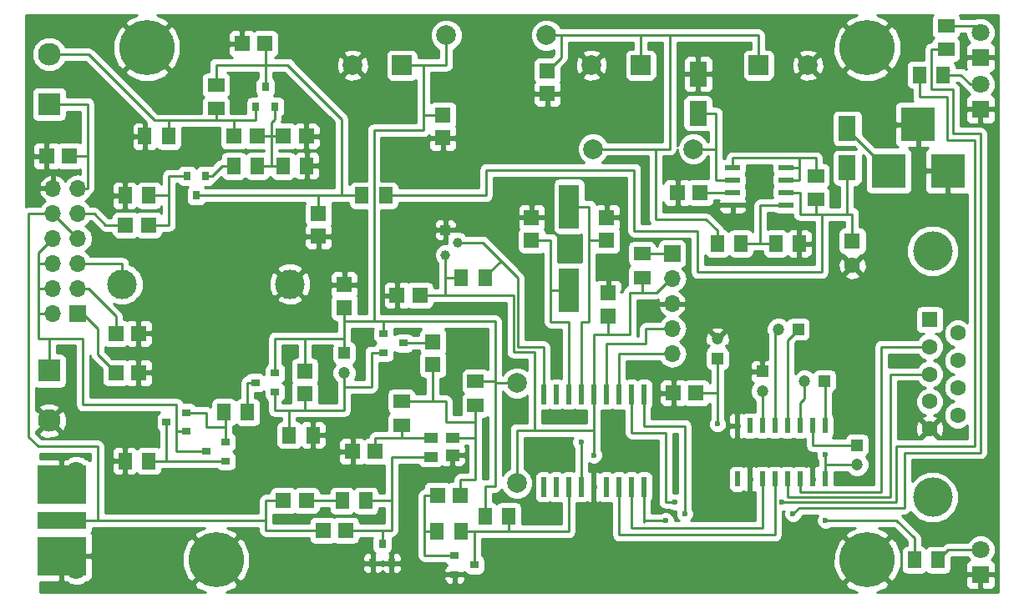
<source format=gtl>
G04 #@! TF.FileFunction,Copper,L1,Top,Signal*
%FSLAX46Y46*%
G04 Gerber Fmt 4.6, Leading zero omitted, Abs format (unit mm)*
G04 Created by KiCad (PCBNEW 4.0.7-e2-6376~58~ubuntu14.04.1) date Mon Feb 17 06:04:18 2020*
%MOMM*%
%LPD*%
G01*
G04 APERTURE LIST*
%ADD10C,0.100000*%
%ADD11R,1.800000X1.800000*%
%ADD12C,1.800000*%
%ADD13R,2.300000X2.300000*%
%ADD14C,2.300000*%
%ADD15R,1.600000X1.600000*%
%ADD16C,1.600000*%
%ADD17R,2.000000X2.000000*%
%ADD18C,2.000000*%
%ADD19R,1.200000X1.200000*%
%ADD20C,1.200000*%
%ADD21R,1.800000X2.500000*%
%ADD22R,0.900000X0.800000*%
%ADD23R,0.800000X0.900000*%
%ADD24R,5.000000X1.800000*%
%ADD25R,5.000000X3.960000*%
%ADD26R,3.500120X3.500120*%
%ADD27C,2.999740*%
%ADD28C,1.998980*%
%ADD29R,1.400000X1.200000*%
%ADD30R,1.400000X1.000000*%
%ADD31R,1.700000X1.400000*%
%ADD32R,1.400000X1.700000*%
%ADD33C,4.000000*%
%ADD34R,0.600000X2.000000*%
%ADD35R,0.600000X1.500000*%
%ADD36R,2.000000X4.500000*%
%ADD37R,1.700000X1.700000*%
%ADD38O,1.700000X1.700000*%
%ADD39R,1.550000X0.600000*%
%ADD40C,5.600000*%
%ADD41C,1.000000*%
%ADD42R,1.000000X1.000000*%
%ADD43C,0.600000*%
%ADD44C,0.250000*%
%ADD45C,0.254000*%
G04 APERTURE END LIST*
D10*
D11*
X159500000Y-34250000D03*
D12*
X159500000Y-31710000D03*
D13*
X65090000Y-60800000D03*
D14*
X65090000Y-65870000D03*
D15*
X146510000Y-47630000D03*
D16*
X146510000Y-50130000D03*
D15*
X115600000Y-30350000D03*
X115600000Y-32650000D03*
D17*
X137000000Y-29780000D03*
D18*
X142000000Y-29780000D03*
D15*
X131090000Y-42710000D03*
X128790000Y-42710000D03*
D17*
X125060000Y-29780000D03*
D18*
X120060000Y-29780000D03*
D19*
X95000000Y-59000000D03*
D20*
X95000000Y-61000000D03*
D17*
X100850000Y-29780000D03*
D18*
X95850000Y-29780000D03*
D15*
X105000000Y-34850000D03*
X105000000Y-37150000D03*
D21*
X130870000Y-34670000D03*
X130870000Y-30670000D03*
D22*
X99000000Y-57050000D03*
X99000000Y-58950000D03*
X101000000Y-58000000D03*
D23*
X97910000Y-80330000D03*
X99810000Y-80330000D03*
X98860000Y-78330000D03*
D21*
X146000000Y-40200000D03*
X146000000Y-36200000D03*
D12*
X67857000Y-81080000D03*
X67857000Y-70920000D03*
D24*
X66350000Y-76000000D03*
D25*
X66350000Y-72380000D03*
X66350000Y-79620000D03*
D12*
X67857000Y-78540000D03*
X67857000Y-73460000D03*
X67857000Y-76000000D03*
D26*
X150199860Y-40500000D03*
X156199340Y-40500000D03*
X153199600Y-35801000D03*
D27*
X89498840Y-52000000D03*
X72501160Y-52000000D03*
D28*
X130391260Y-38280000D03*
X120231260Y-38280000D03*
X115501260Y-26750000D03*
X105341260Y-26750000D03*
D22*
X79000000Y-66950000D03*
X79000000Y-65050000D03*
X77000000Y-66000000D03*
X83000000Y-69950000D03*
X83000000Y-68050000D03*
X81000000Y-69000000D03*
X88000000Y-62950000D03*
X88000000Y-61050000D03*
X86000000Y-62000000D03*
D29*
X105980000Y-69370000D03*
D30*
X105980000Y-67650000D03*
X103780000Y-67650000D03*
X103780000Y-69550000D03*
D22*
X106190000Y-79560000D03*
X106190000Y-81460000D03*
X108190000Y-80510000D03*
D31*
X142810000Y-41010000D03*
X142810000Y-43410000D03*
D32*
X138730000Y-47890000D03*
X141130000Y-47890000D03*
X135200000Y-47890000D03*
X132800000Y-47890000D03*
D19*
X143675000Y-61850000D03*
D20*
X141675000Y-61850000D03*
D15*
X121750000Y-52925000D03*
X121750000Y-55225000D03*
D19*
X141020000Y-56590000D03*
D20*
X139020000Y-56590000D03*
D19*
X137370000Y-60870000D03*
D20*
X137370000Y-62870000D03*
D15*
X114000000Y-45250000D03*
X114000000Y-47550000D03*
D19*
X146975000Y-68350000D03*
D20*
X146975000Y-70350000D03*
D15*
X121600000Y-45250000D03*
X121600000Y-47550000D03*
X154350000Y-55600000D03*
D16*
X154350000Y-58370000D03*
X154350000Y-61140000D03*
X154350000Y-63910000D03*
X154350000Y-66680000D03*
X157190000Y-56985000D03*
X157190000Y-59755000D03*
X157190000Y-62525000D03*
X157190000Y-65295000D03*
D33*
X154650000Y-73640000D03*
X154650000Y-48640000D03*
D31*
X125200000Y-51320000D03*
X125200000Y-48920000D03*
D34*
X115220000Y-72600000D03*
X116490000Y-72600000D03*
X117760000Y-72600000D03*
X119030000Y-72600000D03*
X120300000Y-72600000D03*
X121570000Y-72600000D03*
X122840000Y-72600000D03*
X124110000Y-72600000D03*
X125380000Y-72600000D03*
X125380000Y-63200000D03*
X124110000Y-63200000D03*
X122840000Y-63200000D03*
X121570000Y-63200000D03*
X120300000Y-63200000D03*
X119030000Y-63200000D03*
X117760000Y-63200000D03*
X116490000Y-63200000D03*
X115220000Y-63200000D03*
D35*
X143745000Y-66375000D03*
X142475000Y-66375000D03*
X141205000Y-66375000D03*
X139935000Y-66375000D03*
X138665000Y-66375000D03*
X137395000Y-66375000D03*
X136125000Y-66375000D03*
X134855000Y-66375000D03*
X134855000Y-71775000D03*
X136125000Y-71775000D03*
X137395000Y-71775000D03*
X138665000Y-71775000D03*
X139935000Y-71775000D03*
X141205000Y-71775000D03*
X142475000Y-71775000D03*
X143745000Y-71775000D03*
D36*
X117800000Y-52625000D03*
X117800000Y-44125000D03*
D37*
X128240000Y-48920000D03*
D38*
X128240000Y-51460000D03*
X128240000Y-54000000D03*
X128240000Y-56540000D03*
X128240000Y-59080000D03*
D15*
X106760000Y-73450000D03*
X104460000Y-73450000D03*
X95010000Y-52070000D03*
X95010000Y-54370000D03*
D32*
X104410000Y-77130000D03*
X106810000Y-77130000D03*
X109280000Y-75550000D03*
X111680000Y-75550000D03*
D28*
X112490000Y-62058740D03*
X112490000Y-72218740D03*
D15*
X104000000Y-57850000D03*
X104000000Y-60150000D03*
D31*
X108310000Y-61890000D03*
X108310000Y-64290000D03*
D15*
X95850000Y-69000000D03*
X98150000Y-69000000D03*
D31*
X100810000Y-66310000D03*
X100810000Y-63910000D03*
D32*
X89440000Y-67340000D03*
X91840000Y-67340000D03*
D15*
X91000000Y-60850000D03*
X91000000Y-63150000D03*
D32*
X82800000Y-65000000D03*
X85200000Y-65000000D03*
D15*
X88850000Y-74000000D03*
X91150000Y-74000000D03*
X92850000Y-77000000D03*
X95150000Y-77000000D03*
D32*
X72800000Y-69950000D03*
X75200000Y-69950000D03*
X94800000Y-74000000D03*
X97200000Y-74000000D03*
D15*
X74150000Y-61000000D03*
X71850000Y-61000000D03*
X74150000Y-57000000D03*
X71850000Y-57000000D03*
D39*
X134370000Y-40175000D03*
X134370000Y-41445000D03*
X134370000Y-42715000D03*
X134370000Y-43985000D03*
X139770000Y-43985000D03*
X139770000Y-42715000D03*
X139770000Y-41445000D03*
X139770000Y-40175000D03*
D11*
X159500000Y-81500000D03*
D12*
X159500000Y-78960000D03*
D11*
X159500000Y-29000000D03*
D12*
X159500000Y-26460000D03*
D32*
X152800000Y-80000000D03*
X155200000Y-80000000D03*
D31*
X156000000Y-28200000D03*
X156000000Y-25800000D03*
D32*
X153300000Y-30750000D03*
X155700000Y-30750000D03*
D40*
X82000000Y-80000000D03*
X148000000Y-80000000D03*
X148000000Y-28000000D03*
X75000000Y-28000000D03*
D15*
X64850000Y-39000000D03*
X67150000Y-39000000D03*
X86150000Y-37000000D03*
X83850000Y-37000000D03*
X91150000Y-37000000D03*
X88850000Y-37000000D03*
X92400000Y-47150000D03*
X92400000Y-44850000D03*
X72850000Y-46000000D03*
X75150000Y-46000000D03*
D23*
X86050000Y-34000000D03*
X87950000Y-34000000D03*
X87000000Y-32000000D03*
X80950000Y-41000000D03*
X79050000Y-41000000D03*
X80000000Y-43000000D03*
D32*
X99200000Y-43000000D03*
X96800000Y-43000000D03*
D31*
X82000000Y-31800000D03*
X82000000Y-34200000D03*
D32*
X77200000Y-37000000D03*
X74800000Y-37000000D03*
X88800000Y-40000000D03*
X91200000Y-40000000D03*
X86200000Y-40000000D03*
X83800000Y-40000000D03*
X75200000Y-43000000D03*
X72800000Y-43000000D03*
D13*
X65090000Y-33730000D03*
D14*
X65090000Y-28660000D03*
D37*
X68000000Y-55000000D03*
D38*
X65460000Y-55000000D03*
X68000000Y-52460000D03*
X65460000Y-52460000D03*
X68000000Y-49920000D03*
X65460000Y-49920000D03*
X68000000Y-47380000D03*
X65460000Y-47380000D03*
X68000000Y-44840000D03*
X65460000Y-44840000D03*
X68000000Y-42300000D03*
X65460000Y-42300000D03*
D15*
X102670000Y-53140000D03*
X100370000Y-53140000D03*
D32*
X106880000Y-51400000D03*
X109280000Y-51400000D03*
D41*
X106520000Y-47770000D03*
X105250000Y-49040000D03*
D42*
X105250000Y-46500000D03*
D15*
X130680000Y-63060000D03*
X128380000Y-63060000D03*
D19*
X132830000Y-59570000D03*
D20*
X132830000Y-57570000D03*
D15*
X84650000Y-27600000D03*
X86950000Y-27600000D03*
D43*
X132000000Y-71500000D03*
X128500000Y-71500000D03*
X128500000Y-67750000D03*
X137000000Y-41500000D03*
X137000000Y-37250000D03*
X86750000Y-45750000D03*
X80500000Y-45750000D03*
X84250000Y-52250000D03*
X78500000Y-52250000D03*
X122250000Y-66000000D03*
X120250000Y-77250000D03*
X144400000Y-52200000D03*
X151750000Y-59750000D03*
X78750000Y-33250000D03*
X100000000Y-40000000D03*
X96500000Y-40000000D03*
X105000000Y-40000000D03*
X96500000Y-35250000D03*
X98000000Y-71500000D03*
X88750000Y-75750000D03*
X88750000Y-78750000D03*
X90500000Y-80250000D03*
X95000000Y-80250000D03*
X98500000Y-75750000D03*
X74000000Y-79500000D03*
X69500000Y-66500000D03*
X72750000Y-66500000D03*
X72250000Y-73000000D03*
X75750000Y-73000000D03*
X79250000Y-73000000D03*
X83000000Y-73000000D03*
X85250000Y-67750000D03*
X88000000Y-70500000D03*
X92000000Y-70500000D03*
X77000000Y-61000000D03*
X80750000Y-61000000D03*
X84750000Y-59250000D03*
X89250000Y-59250000D03*
X89250000Y-63750000D03*
X101500000Y-80500000D03*
X101500000Y-75500000D03*
X102250000Y-57000000D03*
X96750000Y-57500000D03*
X95000000Y-49500000D03*
X92750000Y-59000000D03*
X93250000Y-63000000D03*
X94000000Y-67250000D03*
X100750000Y-61000000D03*
X107750000Y-58250000D03*
X106000000Y-62250000D03*
X97750000Y-64750000D03*
X101500000Y-71250000D03*
X116250000Y-69250000D03*
X111250000Y-70000000D03*
X109250000Y-67250000D03*
X111250000Y-67250000D03*
X109250000Y-71000000D03*
X105500000Y-71250000D03*
X116500000Y-65500000D03*
X112500000Y-64500000D03*
X139200000Y-45400000D03*
X141000000Y-49600000D03*
X70600000Y-42800000D03*
X71600000Y-37000000D03*
X80400000Y-38000000D03*
X74800000Y-39800000D03*
X93200000Y-37000000D03*
X90600000Y-33600000D03*
X84200000Y-32800000D03*
X82600000Y-27600000D03*
X93200000Y-40000000D03*
X121600000Y-42800000D03*
X128800000Y-40400000D03*
X125400000Y-40400000D03*
X125400000Y-44600000D03*
X132830000Y-66210000D03*
X120300000Y-69360000D03*
X143750000Y-69350000D03*
X119000000Y-68000000D03*
X127600000Y-76000000D03*
X143800000Y-76000000D03*
X129500000Y-75300000D03*
X140500000Y-75300000D03*
X128500000Y-74100000D03*
X139400000Y-74100000D03*
D44*
X128500000Y-67750000D02*
X128500000Y-71500000D01*
X136125000Y-73125000D02*
X136000000Y-73250000D01*
X136000000Y-73250000D02*
X133750000Y-73250000D01*
X133750000Y-73250000D02*
X132000000Y-71500000D01*
X136125000Y-73125000D02*
X136125000Y-71775000D01*
X135765000Y-43985000D02*
X137000000Y-42750000D01*
X137000000Y-42750000D02*
X137000000Y-41500000D01*
X135765000Y-43985000D02*
X134370000Y-43985000D01*
X80500000Y-45750000D02*
X86750000Y-45750000D01*
X88150000Y-47150000D02*
X86750000Y-45750000D01*
X88150000Y-47150000D02*
X92400000Y-47150000D01*
X74150000Y-57000000D02*
X78000000Y-57000000D01*
X78500000Y-56500000D02*
X78500000Y-52250000D01*
X78000000Y-57000000D02*
X78500000Y-56500000D01*
X120300000Y-72600000D02*
X120300000Y-70700000D01*
X122250000Y-70250000D02*
X122250000Y-66000000D01*
X122500000Y-70500000D02*
X122250000Y-70250000D01*
X120500000Y-70500000D02*
X122500000Y-70500000D01*
X120300000Y-70700000D02*
X120500000Y-70500000D01*
X120300000Y-72600000D02*
X120300000Y-77200000D01*
X120300000Y-77200000D02*
X120250000Y-77250000D01*
X82600000Y-27600000D02*
X81650000Y-27600000D01*
X78750000Y-30500000D02*
X78750000Y-33250000D01*
X81650000Y-27600000D02*
X78750000Y-30500000D01*
X105000000Y-40000000D02*
X105000000Y-37150000D01*
X105000000Y-40000000D02*
X100000000Y-40000000D01*
X92000000Y-70500000D02*
X92500000Y-70500000D01*
X93500000Y-71500000D02*
X98000000Y-71500000D01*
X92500000Y-70500000D02*
X93500000Y-71500000D01*
X95080000Y-80330000D02*
X97910000Y-80330000D01*
X89000000Y-78750000D02*
X88750000Y-78750000D01*
X90500000Y-80250000D02*
X89000000Y-78750000D01*
X95080000Y-80330000D02*
X95000000Y-80250000D01*
X66350000Y-79620000D02*
X73880000Y-79620000D01*
X73880000Y-79620000D02*
X74000000Y-79500000D01*
X72800000Y-69950000D02*
X72800000Y-66550000D01*
X72800000Y-66550000D02*
X72750000Y-66500000D01*
X85250000Y-70500000D02*
X85250000Y-72750000D01*
X79250000Y-73000000D02*
X75750000Y-73000000D01*
X85000000Y-73000000D02*
X83000000Y-73000000D01*
X85250000Y-72750000D02*
X85000000Y-73000000D01*
X91840000Y-67340000D02*
X91840000Y-70160000D01*
X85250000Y-70500000D02*
X85250000Y-67750000D01*
X88000000Y-70500000D02*
X85250000Y-70500000D01*
X92000000Y-70320000D02*
X92000000Y-70500000D01*
X91840000Y-70160000D02*
X92000000Y-70320000D01*
X89250000Y-63750000D02*
X89250000Y-59250000D01*
X80750000Y-61000000D02*
X82500000Y-59250000D01*
X82500000Y-59250000D02*
X84750000Y-59250000D01*
X77000000Y-61000000D02*
X74150000Y-61000000D01*
X102250000Y-71250000D02*
X102250000Y-73000000D01*
X101500000Y-73750000D02*
X101500000Y-75500000D01*
X102250000Y-73000000D02*
X101500000Y-73750000D01*
X95010000Y-52070000D02*
X95010000Y-49510000D01*
X95010000Y-49510000D02*
X95000000Y-49500000D01*
X93250000Y-63000000D02*
X93250000Y-59500000D01*
X93250000Y-59500000D02*
X92750000Y-59000000D01*
X91840000Y-67340000D02*
X93910000Y-67340000D01*
X93250000Y-63000000D02*
X93250000Y-63250000D01*
X93910000Y-67340000D02*
X94000000Y-67250000D01*
X100750000Y-61000000D02*
X99000000Y-62750000D01*
X107750000Y-58250000D02*
X107500000Y-58250000D01*
X106000000Y-59750000D02*
X106000000Y-62250000D01*
X107500000Y-58250000D02*
X106000000Y-59750000D01*
X99000000Y-63500000D02*
X97750000Y-64750000D01*
X99000000Y-62750000D02*
X99000000Y-63500000D01*
X105500000Y-71250000D02*
X102250000Y-71250000D01*
X102250000Y-71250000D02*
X101500000Y-71250000D01*
X111250000Y-67250000D02*
X111250000Y-70000000D01*
X111250000Y-67250000D02*
X111250000Y-65750000D01*
X105980000Y-69370000D02*
X105980000Y-70770000D01*
X105980000Y-70770000D02*
X105500000Y-71250000D01*
X109250000Y-71000000D02*
X109250000Y-67250000D01*
X111250000Y-65750000D02*
X112500000Y-64500000D01*
X141130000Y-47890000D02*
X141130000Y-46070000D01*
X139600000Y-45800000D02*
X139200000Y-45400000D01*
X140860000Y-45800000D02*
X139600000Y-45800000D01*
X141130000Y-46070000D02*
X140860000Y-45800000D01*
X141130000Y-47890000D02*
X141130000Y-49470000D01*
X141130000Y-49470000D02*
X141000000Y-49600000D01*
X72800000Y-43000000D02*
X70800000Y-43000000D01*
X70800000Y-43000000D02*
X70600000Y-42800000D01*
X74800000Y-37000000D02*
X71600000Y-37000000D01*
X74800000Y-37000000D02*
X74800000Y-39800000D01*
X91150000Y-37000000D02*
X93200000Y-37000000D01*
X91150000Y-37000000D02*
X91150000Y-34150000D01*
X91150000Y-34150000D02*
X90600000Y-33600000D01*
X84650000Y-27600000D02*
X82600000Y-27600000D01*
X91200000Y-40000000D02*
X93200000Y-40000000D01*
X121600000Y-45250000D02*
X121600000Y-42800000D01*
X125400000Y-44600000D02*
X125400000Y-40400000D01*
X128790000Y-40410000D02*
X128800000Y-40400000D01*
X128790000Y-40410000D02*
X128790000Y-42710000D01*
X132800000Y-47890000D02*
X132800000Y-46550000D01*
X132800000Y-46550000D02*
X131680000Y-45430000D01*
X128000000Y-38280000D02*
X128000000Y-26750000D01*
X126750000Y-38280000D02*
X128000000Y-38280000D01*
X126600000Y-45430000D02*
X126600000Y-38280000D01*
X126670000Y-45430000D02*
X126600000Y-45430000D01*
X126670000Y-45430000D02*
X131680000Y-45430000D01*
X126670000Y-38280000D02*
X126600000Y-38280000D01*
X126750000Y-38280000D02*
X126670000Y-38280000D01*
X126180000Y-38280000D02*
X126330000Y-38280000D01*
X120231260Y-38280000D02*
X126180000Y-38280000D01*
X126330000Y-38280000D02*
X126750000Y-38280000D01*
X125060000Y-29780000D02*
X125060000Y-26750000D01*
X115600000Y-30350000D02*
X115650000Y-30350000D01*
X115650000Y-30350000D02*
X117000000Y-29000000D01*
X117000000Y-29000000D02*
X117000000Y-26750000D01*
X115501260Y-26750000D02*
X117000000Y-26750000D01*
X117000000Y-26750000D02*
X125060000Y-26750000D01*
X125060000Y-26750000D02*
X128000000Y-26750000D01*
X128000000Y-26750000D02*
X137000000Y-26750000D01*
X137000000Y-29780000D02*
X137000000Y-26750000D01*
X115600000Y-30350000D02*
X115600000Y-30000000D01*
X134370000Y-42715000D02*
X131105000Y-42695000D01*
X131105000Y-42695000D02*
X131090000Y-42710000D01*
X103000000Y-29780000D02*
X105341260Y-29780000D01*
X105341260Y-26750000D02*
X105341260Y-29780000D01*
X105000000Y-34850000D02*
X103000000Y-34850000D01*
X98000000Y-36400000D02*
X98000000Y-41000000D01*
X98000000Y-41000000D02*
X98000000Y-55800000D01*
X103000000Y-36400000D02*
X98000000Y-36400000D01*
X103000000Y-29780000D02*
X103000000Y-34850000D01*
X103000000Y-34850000D02*
X103000000Y-36400000D01*
X100850000Y-29780000D02*
X103000000Y-29780000D01*
X91000000Y-60850000D02*
X91000000Y-57500000D01*
X95010000Y-57500000D02*
X91000000Y-57500000D01*
X91000000Y-57500000D02*
X88000000Y-57500000D01*
X88000000Y-61050000D02*
X88000000Y-57500000D01*
X99000000Y-57050000D02*
X99000000Y-55800000D01*
X110300000Y-60020000D02*
X110300000Y-55800000D01*
X95010000Y-55800000D02*
X98000000Y-55800000D01*
X98000000Y-55800000D02*
X99000000Y-55800000D01*
X99000000Y-55800000D02*
X110300000Y-55800000D01*
X95010000Y-54370000D02*
X95010000Y-55800000D01*
X95010000Y-55800000D02*
X95010000Y-57500000D01*
X95010000Y-57500000D02*
X95010000Y-58990000D01*
X95010000Y-58990000D02*
X95000000Y-59000000D01*
X108310000Y-61890000D02*
X110300000Y-61890000D01*
X112490000Y-62058740D02*
X110300000Y-62058740D01*
X110300000Y-72520000D02*
X110300000Y-62058740D01*
X110300000Y-62058740D02*
X110300000Y-61890000D01*
X110300000Y-61890000D02*
X110300000Y-60020000D01*
X109280000Y-72520000D02*
X110300000Y-72520000D01*
X109280000Y-75550000D02*
X109280000Y-72520000D01*
X91000000Y-63150000D02*
X91000000Y-64840000D01*
X89440000Y-67340000D02*
X89440000Y-64840000D01*
X99000000Y-58950000D02*
X97760000Y-58950000D01*
X97760000Y-62430000D02*
X97760000Y-58950000D01*
X95000000Y-62430000D02*
X97760000Y-62430000D01*
X95000000Y-61000000D02*
X95000000Y-62430000D01*
X95000000Y-62430000D02*
X95000000Y-64840000D01*
X88000000Y-64840000D02*
X89440000Y-64840000D01*
X89440000Y-64840000D02*
X91000000Y-64840000D01*
X91000000Y-64840000D02*
X95000000Y-64840000D01*
X88000000Y-62950000D02*
X88000000Y-64840000D01*
X130391260Y-38280000D02*
X132700000Y-38280000D01*
X130870000Y-34670000D02*
X132700000Y-34670000D01*
X132700000Y-41445000D02*
X132700000Y-38280000D01*
X132700000Y-38280000D02*
X132700000Y-34670000D01*
X134370000Y-41445000D02*
X132700000Y-41445000D01*
X101000000Y-58000000D02*
X103850000Y-58000000D01*
X103850000Y-58000000D02*
X104000000Y-57850000D01*
X98860000Y-78330000D02*
X98860000Y-77000000D01*
X97200000Y-74000000D02*
X99820000Y-74000000D01*
X103780000Y-69550000D02*
X99820000Y-69550000D01*
X99820000Y-77000000D02*
X99820000Y-74000000D01*
X99820000Y-74000000D02*
X99820000Y-69550000D01*
X95150000Y-77000000D02*
X98860000Y-77000000D01*
X98860000Y-77000000D02*
X99820000Y-77000000D01*
X146000000Y-36200000D02*
X146000000Y-36300140D01*
X146000000Y-36300140D02*
X150199860Y-40500000D01*
X79000000Y-65050000D02*
X81000000Y-65050000D01*
X81000000Y-66500000D02*
X81000000Y-65050000D01*
X83000000Y-66500000D02*
X81000000Y-66500000D01*
X83000000Y-68050000D02*
X83000000Y-66500000D01*
X83000000Y-66500000D02*
X83000000Y-65200000D01*
X83000000Y-65200000D02*
X82800000Y-65000000D01*
X75200000Y-69950000D02*
X77000000Y-69950000D01*
X83000000Y-69950000D02*
X77000000Y-69950000D01*
X77000000Y-66000000D02*
X77000000Y-69950000D01*
X86000000Y-62000000D02*
X85200000Y-62000000D01*
X85200000Y-65000000D02*
X85200000Y-62000000D01*
X104000000Y-60150000D02*
X104000000Y-63910000D01*
X100810000Y-63910000D02*
X104000000Y-63910000D01*
X104000000Y-63910000D02*
X105300000Y-63910000D01*
X105980000Y-67650000D02*
X108310000Y-67650000D01*
X108310000Y-64290000D02*
X108310000Y-67650000D01*
X108310000Y-67650000D02*
X108310000Y-71890000D01*
X108310000Y-64290000D02*
X108310000Y-65970000D01*
X106760000Y-73450000D02*
X106760000Y-71890000D01*
X106760000Y-71890000D02*
X108310000Y-71890000D01*
X105300000Y-63910000D02*
X105300000Y-65970000D01*
X108310000Y-65970000D02*
X105300000Y-65970000D01*
X100810000Y-66310000D02*
X100810000Y-67650000D01*
X98150000Y-69000000D02*
X98150000Y-67650000D01*
X103780000Y-67650000D02*
X100810000Y-67650000D01*
X100810000Y-67650000D02*
X98150000Y-67650000D01*
X104460000Y-73450000D02*
X103160000Y-73450000D01*
X103160000Y-77130000D02*
X103160000Y-73450000D01*
X104440000Y-77130000D02*
X103160000Y-77130000D01*
X106190000Y-79560000D02*
X103160000Y-79560000D01*
X103160000Y-77130000D02*
X103160000Y-79560000D01*
X134370000Y-40175000D02*
X134370000Y-39210000D01*
X138100000Y-39210000D02*
X134370000Y-39210000D01*
X139770000Y-40175000D02*
X141110000Y-40175000D01*
X141110000Y-41445000D02*
X141110000Y-40175000D01*
X141110000Y-40175000D02*
X141110000Y-39210000D01*
X139770000Y-41445000D02*
X141110000Y-41445000D01*
X142810000Y-41010000D02*
X142810000Y-39210000D01*
X138100000Y-39210000D02*
X141110000Y-39210000D01*
X141110000Y-39210000D02*
X142810000Y-39210000D01*
X137190000Y-47890000D02*
X137190000Y-43985000D01*
X139770000Y-43985000D02*
X137190000Y-43985000D01*
X135200000Y-47890000D02*
X137190000Y-47890000D01*
X137190000Y-47890000D02*
X138730000Y-47890000D01*
X143745000Y-66375000D02*
X143745000Y-61920000D01*
X143745000Y-61920000D02*
X143675000Y-61850000D01*
X141205000Y-66375000D02*
X141205000Y-64075000D01*
X141675000Y-63605000D02*
X141675000Y-61850000D01*
X141205000Y-64075000D02*
X141675000Y-63605000D01*
X132830000Y-63960000D02*
X132830000Y-66210000D01*
X130680000Y-63060000D02*
X132830000Y-63060000D01*
X132830000Y-59570000D02*
X132830000Y-63060000D01*
X132830000Y-63060000D02*
X132830000Y-63960000D01*
X120300000Y-66830000D02*
X120300000Y-69360000D01*
X143745000Y-70350000D02*
X143745000Y-69355000D01*
X143745000Y-69355000D02*
X143750000Y-69350000D01*
X114280000Y-58860000D02*
X114280000Y-66830000D01*
X112159998Y-58860000D02*
X114280000Y-58860000D01*
X112159998Y-53140000D02*
X112159998Y-58860000D01*
X105270000Y-53140000D02*
X111350000Y-53140000D01*
X112159998Y-53140000D02*
X111350000Y-53140000D01*
X102670000Y-53140000D02*
X105270000Y-53140000D01*
X105270000Y-51400000D02*
X105270000Y-53140000D01*
X105250000Y-49040000D02*
X105270000Y-51400000D01*
X106880000Y-51400000D02*
X105270000Y-51400000D01*
X120300000Y-63200000D02*
X120300000Y-66830000D01*
X114220000Y-66830000D02*
X120300000Y-66830000D01*
X114280000Y-66830000D02*
X114220000Y-66830000D01*
X112490000Y-66830000D02*
X114280000Y-66830000D01*
X112490000Y-72218740D02*
X112490000Y-66830000D01*
X105040000Y-49250000D02*
X105250000Y-49040000D01*
X125200000Y-51320000D02*
X125200000Y-52850000D01*
X121750000Y-55225000D02*
X121750000Y-57160000D01*
X120300000Y-57160000D02*
X121750000Y-57160000D01*
X121750000Y-57160000D02*
X123940000Y-57160000D01*
X123940000Y-52850000D02*
X123940000Y-57160000D01*
X128240000Y-51460000D02*
X128090000Y-51460000D01*
X128090000Y-51460000D02*
X126700000Y-52850000D01*
X126700000Y-52850000D02*
X125200000Y-52850000D01*
X125200000Y-52850000D02*
X123940000Y-52850000D01*
X146975000Y-70350000D02*
X143745000Y-70350000D01*
X143745000Y-71775000D02*
X143745000Y-70350000D01*
X120300000Y-63200000D02*
X120300000Y-57160000D01*
X139935000Y-66375000D02*
X139935000Y-57675000D01*
X139935000Y-57675000D02*
X141020000Y-56590000D01*
X138665000Y-66375000D02*
X138665000Y-56945000D01*
X138665000Y-56945000D02*
X139020000Y-56590000D01*
X137395000Y-66375000D02*
X137395000Y-62895000D01*
X137395000Y-62895000D02*
X137370000Y-62870000D01*
X117760000Y-55840000D02*
X115925000Y-55840000D01*
X117760000Y-57150000D02*
X117760000Y-55840000D01*
X114010000Y-47530000D02*
X115925000Y-47530000D01*
X115925000Y-49530000D02*
X115925000Y-47530000D01*
X115925000Y-52640000D02*
X115925000Y-49530000D01*
X117760000Y-63200000D02*
X117760000Y-57150000D01*
X115925000Y-52625000D02*
X115925000Y-52640000D01*
X115925000Y-52640000D02*
X115925000Y-55840000D01*
X115925000Y-52625000D02*
X117800000Y-52625000D01*
X142475000Y-66375000D02*
X142475000Y-68350000D01*
X146975000Y-68350000D02*
X142475000Y-68350000D01*
X121600000Y-47550000D02*
X119825000Y-47550000D01*
X117800000Y-44125000D02*
X119825000Y-44125000D01*
X119825000Y-55825000D02*
X119825000Y-47550000D01*
X119825000Y-47550000D02*
X119825000Y-44125000D01*
X119030000Y-55825000D02*
X119825000Y-55825000D01*
X119030000Y-63200000D02*
X119030000Y-55825000D01*
X141205000Y-73100000D02*
X149460000Y-73100000D01*
X149460000Y-58370000D02*
X149460000Y-73100000D01*
X154350000Y-58370000D02*
X149460000Y-58370000D01*
X141205000Y-71775000D02*
X141205000Y-73100000D01*
X139935000Y-73600000D02*
X150370000Y-73600000D01*
X139935000Y-71775000D02*
X139935000Y-73600000D01*
X150370000Y-61140000D02*
X150370000Y-73600000D01*
X154350000Y-61140000D02*
X150370000Y-61140000D01*
X111680000Y-75550000D02*
X111680000Y-77130000D01*
X108190000Y-80510000D02*
X108190000Y-77130000D01*
X117760000Y-72600000D02*
X117760000Y-77130000D01*
X106840000Y-77130000D02*
X108190000Y-77130000D01*
X108190000Y-77130000D02*
X111680000Y-77130000D01*
X111680000Y-77130000D02*
X117760000Y-77130000D01*
X125200000Y-48920000D02*
X128240000Y-48920000D01*
X119030000Y-72600000D02*
X119030000Y-68030000D01*
X119030000Y-68030000D02*
X119000000Y-68000000D01*
X122840000Y-72600000D02*
X122840000Y-77480000D01*
X138665000Y-77480000D02*
X122840000Y-77480000D01*
X138665000Y-71775000D02*
X138665000Y-77480000D01*
X124110000Y-76790000D02*
X137395000Y-76790000D01*
X137395000Y-71775000D02*
X137395000Y-76790000D01*
X124110000Y-72600000D02*
X124110000Y-76790000D01*
X122840000Y-63200000D02*
X122840000Y-59080000D01*
X128240000Y-59080000D02*
X122840000Y-59080000D01*
X125580000Y-58060000D02*
X121570000Y-58060000D01*
X125580000Y-57690000D02*
X125580000Y-58060000D01*
X121570000Y-63200000D02*
X121570000Y-58060000D01*
X125580000Y-56540000D02*
X125580000Y-57690000D01*
X128240000Y-56540000D02*
X125580000Y-56540000D01*
X94800000Y-74000000D02*
X91150000Y-74000000D01*
X68000000Y-55000000D02*
X68500000Y-55000000D01*
X68500000Y-55000000D02*
X70000000Y-56500000D01*
X70000000Y-56500000D02*
X70000000Y-59150000D01*
X70000000Y-59150000D02*
X71850000Y-61000000D01*
X71850000Y-57000000D02*
X71850000Y-55250000D01*
X69060000Y-52460000D02*
X68000000Y-52460000D01*
X71850000Y-55250000D02*
X69060000Y-52460000D01*
X159500000Y-78960000D02*
X156240000Y-78960000D01*
X156240000Y-78960000D02*
X155200000Y-80000000D01*
X156000000Y-25800000D02*
X158840000Y-25800000D01*
X158840000Y-25800000D02*
X159500000Y-26460000D01*
X159460000Y-26500000D02*
X159500000Y-26460000D01*
X155700000Y-30750000D02*
X157500000Y-30750000D01*
X158460000Y-31710000D02*
X159500000Y-31710000D01*
X157500000Y-30750000D02*
X158460000Y-31710000D01*
X156260000Y-30260000D02*
X156100000Y-30100000D01*
X152800000Y-80000000D02*
X152800000Y-77800000D01*
X152800000Y-77800000D02*
X151000000Y-76000000D01*
X125380000Y-76000000D02*
X127600000Y-76000000D01*
X143800000Y-76000000D02*
X151000000Y-76000000D01*
X125380000Y-72600000D02*
X125380000Y-76000000D01*
X125380000Y-76000000D02*
X125380000Y-76180000D01*
X125380000Y-76180000D02*
X125400000Y-76200000D01*
X159500000Y-36750000D02*
X156750000Y-36750000D01*
X156750000Y-36750000D02*
X156750000Y-32250000D01*
X156000000Y-28200000D02*
X154500000Y-28200000D01*
X154500000Y-32250000D02*
X154500000Y-28200000D01*
X156750000Y-32250000D02*
X154500000Y-32250000D01*
X129500000Y-75300000D02*
X129500000Y-66400000D01*
X125380000Y-66400000D02*
X129500000Y-66400000D01*
X125380000Y-63200000D02*
X125380000Y-66400000D01*
X151800000Y-74700000D02*
X141100000Y-74700000D01*
X141100000Y-74700000D02*
X140500000Y-75300000D01*
X151800000Y-69100000D02*
X151800000Y-74700000D01*
X152700000Y-69100000D02*
X151800000Y-69100000D01*
X159500000Y-69100000D02*
X152700000Y-69100000D01*
X159500000Y-36750000D02*
X159500000Y-69100000D01*
X153300000Y-30750000D02*
X153300000Y-33000000D01*
X156100000Y-33000000D02*
X153300000Y-33000000D01*
X156100000Y-33000000D02*
X156100000Y-37400000D01*
X156100000Y-37400000D02*
X158900000Y-37400000D01*
X158900000Y-37400000D02*
X158900000Y-68000000D01*
X151000000Y-71000000D02*
X151000000Y-74100000D01*
X139400000Y-74100000D02*
X151000000Y-74100000D01*
X151000000Y-71000000D02*
X151000000Y-68500000D01*
X151000000Y-68500000D02*
X158900000Y-68500000D01*
X158900000Y-68000000D02*
X158900000Y-68500000D01*
X127570000Y-74100000D02*
X127570000Y-67100000D01*
X127570000Y-67100000D02*
X124110000Y-67100000D01*
X124110000Y-67100000D02*
X124110000Y-63200000D01*
X128500000Y-74100000D02*
X127570000Y-74100000D01*
X139400000Y-74100000D02*
X139300000Y-74100000D01*
X143400000Y-50800000D02*
X143400000Y-44890000D01*
X130800000Y-50800000D02*
X143400000Y-50800000D01*
X130800000Y-46600000D02*
X130800000Y-50800000D01*
X130600000Y-46600000D02*
X130800000Y-46600000D01*
X124400000Y-46600000D02*
X130600000Y-46600000D01*
X124400000Y-40400000D02*
X124400000Y-46600000D01*
X109400000Y-40400000D02*
X124400000Y-40400000D01*
X109400000Y-43000000D02*
X109400000Y-40400000D01*
X99200000Y-43000000D02*
X109400000Y-43000000D01*
X142810000Y-43410000D02*
X142810000Y-44890000D01*
X146510000Y-47630000D02*
X146510000Y-44890000D01*
X146000000Y-40200000D02*
X146000000Y-44890000D01*
X141180000Y-44890000D02*
X142810000Y-44890000D01*
X142810000Y-44890000D02*
X143400000Y-44890000D01*
X143400000Y-44890000D02*
X146000000Y-44890000D01*
X146000000Y-44890000D02*
X146510000Y-44890000D01*
X141180000Y-42715000D02*
X141180000Y-44890000D01*
X139770000Y-42715000D02*
X141180000Y-42715000D01*
X65460000Y-44840000D02*
X68000000Y-47380000D01*
X65460000Y-44840000D02*
X63000000Y-44840000D01*
X63000000Y-44840000D02*
X63000000Y-59000000D01*
X64000000Y-68500000D02*
X63000000Y-67500000D01*
X63000000Y-67500000D02*
X63000000Y-59000000D01*
X64000000Y-68500000D02*
X70000000Y-68500000D01*
X70000000Y-76000000D02*
X70000000Y-68500000D01*
X66350000Y-76000000D02*
X70000000Y-76000000D01*
X70000000Y-76000000D02*
X87050000Y-76000000D01*
X87050000Y-74000000D02*
X87050000Y-76000000D01*
X87050000Y-76000000D02*
X87050000Y-77000000D01*
X88850000Y-74000000D02*
X87050000Y-74000000D01*
X92850000Y-77000000D02*
X87050000Y-77000000D01*
X87600000Y-37000000D02*
X87600000Y-35600000D01*
X87950000Y-35250000D02*
X87950000Y-34000000D01*
X87600000Y-35600000D02*
X87950000Y-35250000D01*
X87600000Y-40000000D02*
X87600000Y-37000000D01*
X86150000Y-37000000D02*
X87600000Y-37000000D01*
X87600000Y-37000000D02*
X88850000Y-37000000D01*
X86200000Y-40000000D02*
X87600000Y-40000000D01*
X87600000Y-40000000D02*
X88800000Y-40000000D01*
X77200000Y-37000000D02*
X77200000Y-35400000D01*
X82000000Y-35400000D02*
X77200000Y-35400000D01*
X77200000Y-35400000D02*
X75800000Y-35400000D01*
X69060000Y-28660000D02*
X65090000Y-28660000D01*
X75800000Y-35400000D02*
X69060000Y-28660000D01*
X83850000Y-37000000D02*
X83850000Y-35400000D01*
X86050000Y-34000000D02*
X86050000Y-35400000D01*
X82000000Y-35400000D02*
X83850000Y-35400000D01*
X83850000Y-35400000D02*
X86050000Y-35400000D01*
X82000000Y-34200000D02*
X82000000Y-35400000D01*
X87000000Y-29800000D02*
X87000000Y-27650000D01*
X87000000Y-27650000D02*
X86950000Y-27600000D01*
X92400000Y-44850000D02*
X92400000Y-43000000D01*
X87000000Y-32000000D02*
X87000000Y-29800000D01*
X87000000Y-29800000D02*
X87000000Y-29750000D01*
X82000000Y-31800000D02*
X82000000Y-29750000D01*
X94750000Y-43000000D02*
X94750000Y-35250000D01*
X89250000Y-29750000D02*
X87000000Y-29750000D01*
X87000000Y-29750000D02*
X82000000Y-29750000D01*
X94750000Y-35250000D02*
X89250000Y-29750000D01*
X80000000Y-43000000D02*
X92400000Y-43000000D01*
X92400000Y-43000000D02*
X94750000Y-43000000D01*
X94750000Y-43000000D02*
X96800000Y-43000000D01*
X75200000Y-43000000D02*
X77250000Y-43000000D01*
X79050000Y-41000000D02*
X77250000Y-41000000D01*
X77250000Y-46000000D02*
X77250000Y-43000000D01*
X77250000Y-43000000D02*
X77250000Y-41000000D01*
X75150000Y-46000000D02*
X77250000Y-46000000D01*
X80950000Y-41000000D02*
X81600000Y-41000000D01*
X82600000Y-40000000D02*
X83800000Y-40000000D01*
X81600000Y-41000000D02*
X82600000Y-40000000D01*
X67150000Y-39000000D02*
X69000000Y-39000000D01*
X65090000Y-33730000D02*
X69000000Y-33730000D01*
X69000000Y-42300000D02*
X69000000Y-39000000D01*
X69000000Y-39000000D02*
X69000000Y-33730000D01*
X68000000Y-42300000D02*
X69000000Y-42300000D01*
X72850000Y-46000000D02*
X70800000Y-46000000D01*
X69640000Y-44840000D02*
X68000000Y-44840000D01*
X70800000Y-46000000D02*
X69640000Y-44840000D01*
X65090000Y-60800000D02*
X65090000Y-57500000D01*
X68500000Y-64250000D02*
X78000000Y-64250000D01*
X81000000Y-69000000D02*
X78000000Y-69000000D01*
X78000000Y-66950000D02*
X78000000Y-69000000D01*
X78000000Y-66950000D02*
X78000000Y-64250000D01*
X79000000Y-66950000D02*
X78000000Y-66950000D01*
X68500000Y-57500000D02*
X68500000Y-64250000D01*
X64000000Y-57500000D02*
X65090000Y-57500000D01*
X65090000Y-57500000D02*
X68500000Y-57500000D01*
X65460000Y-55000000D02*
X64000000Y-55000000D01*
X65460000Y-52460000D02*
X64000000Y-52460000D01*
X65460000Y-49920000D02*
X64000000Y-49920000D01*
X64000000Y-48840000D02*
X65460000Y-47380000D01*
X64000000Y-57500000D02*
X64000000Y-55000000D01*
X64000000Y-55000000D02*
X64000000Y-52460000D01*
X64000000Y-52460000D02*
X64000000Y-49920000D01*
X64000000Y-49920000D02*
X64000000Y-48840000D01*
X72501160Y-52000000D02*
X72501160Y-49920000D01*
X68000000Y-49920000D02*
X72501160Y-49920000D01*
X109280000Y-51400000D02*
X109280000Y-51220000D01*
X109280000Y-51220000D02*
X110875000Y-49625000D01*
X112610000Y-51400000D02*
X112610000Y-51360000D01*
X109020000Y-47770000D02*
X106520000Y-47770000D01*
X112610000Y-51360000D02*
X110875000Y-49625000D01*
X110875000Y-49625000D02*
X109020000Y-47770000D01*
X112610000Y-51890000D02*
X112610000Y-51400000D01*
X112610000Y-58400000D02*
X112610000Y-51890000D01*
X115220000Y-58400000D02*
X112610000Y-58400000D01*
X115220000Y-63200000D02*
X115220000Y-58400000D01*
D45*
G36*
X161290000Y-83290000D02*
X149030965Y-83290000D01*
X149937027Y-82917878D01*
X149954499Y-82906203D01*
X150272735Y-82452340D01*
X148000000Y-80179605D01*
X145727265Y-82452340D01*
X146045501Y-82906203D01*
X146964263Y-83290000D01*
X83030965Y-83290000D01*
X83937027Y-82917878D01*
X83954499Y-82906203D01*
X84272735Y-82452340D01*
X82000000Y-80179605D01*
X79727265Y-82452340D01*
X80045501Y-82906203D01*
X80964263Y-83290000D01*
X64210000Y-83290000D01*
X64210000Y-82235000D01*
X66064250Y-82235000D01*
X66223000Y-82076250D01*
X66223000Y-79747000D01*
X66203000Y-79747000D01*
X66203000Y-79493000D01*
X66223000Y-79493000D01*
X66223000Y-79473000D01*
X66477000Y-79473000D01*
X66477000Y-79493000D01*
X67083605Y-79493000D01*
X66956446Y-79620159D01*
X66999177Y-79747000D01*
X66477000Y-79747000D01*
X66477000Y-80384359D01*
X66310542Y-80839336D01*
X66336161Y-81449460D01*
X66477000Y-81789475D01*
X66477000Y-82076250D01*
X66635750Y-82235000D01*
X66802172Y-82235000D01*
X66841890Y-82274718D01*
X66881608Y-82235000D01*
X66981659Y-82235000D01*
X67042852Y-82416643D01*
X67616336Y-82626458D01*
X68226460Y-82600839D01*
X68671148Y-82416643D01*
X68732341Y-82235000D01*
X68832392Y-82235000D01*
X68872110Y-82274718D01*
X68911828Y-82235000D01*
X68976309Y-82235000D01*
X69209698Y-82138327D01*
X69388327Y-81959699D01*
X69485000Y-81726310D01*
X69485000Y-80672956D01*
X78562965Y-80672956D01*
X79082122Y-81937027D01*
X79093797Y-81954499D01*
X79547660Y-82272735D01*
X81820395Y-80000000D01*
X82179605Y-80000000D01*
X84452340Y-82272735D01*
X84906203Y-81954499D01*
X84993404Y-81745750D01*
X105105000Y-81745750D01*
X105105000Y-81986310D01*
X105201673Y-82219699D01*
X105380302Y-82398327D01*
X105613691Y-82495000D01*
X105904250Y-82495000D01*
X106063000Y-82336250D01*
X106063000Y-81587000D01*
X106317000Y-81587000D01*
X106317000Y-82336250D01*
X106475750Y-82495000D01*
X106766309Y-82495000D01*
X106999698Y-82398327D01*
X107178327Y-82219699D01*
X107275000Y-81986310D01*
X107275000Y-81745750D01*
X107116250Y-81587000D01*
X106317000Y-81587000D01*
X106063000Y-81587000D01*
X105263750Y-81587000D01*
X105105000Y-81745750D01*
X84993404Y-81745750D01*
X85432936Y-80693566D01*
X85433169Y-80615750D01*
X96875000Y-80615750D01*
X96875000Y-80906309D01*
X96971673Y-81139698D01*
X97150301Y-81318327D01*
X97383690Y-81415000D01*
X97624250Y-81415000D01*
X97783000Y-81256250D01*
X97783000Y-80457000D01*
X98037000Y-80457000D01*
X98037000Y-81256250D01*
X98195750Y-81415000D01*
X98436310Y-81415000D01*
X98669699Y-81318327D01*
X98848327Y-81139698D01*
X98860000Y-81111517D01*
X98871673Y-81139698D01*
X99050301Y-81318327D01*
X99283690Y-81415000D01*
X99524250Y-81415000D01*
X99683000Y-81256250D01*
X99683000Y-80457000D01*
X99937000Y-80457000D01*
X99937000Y-81256250D01*
X100095750Y-81415000D01*
X100336310Y-81415000D01*
X100569699Y-81318327D01*
X100748327Y-81139698D01*
X100845000Y-80906309D01*
X100845000Y-80615750D01*
X100686250Y-80457000D01*
X99937000Y-80457000D01*
X99683000Y-80457000D01*
X98933750Y-80457000D01*
X98860000Y-80530750D01*
X98786250Y-80457000D01*
X98037000Y-80457000D01*
X97783000Y-80457000D01*
X97033750Y-80457000D01*
X96875000Y-80615750D01*
X85433169Y-80615750D01*
X85435755Y-79753691D01*
X96875000Y-79753691D01*
X96875000Y-80044250D01*
X97033750Y-80203000D01*
X97783000Y-80203000D01*
X97783000Y-79403750D01*
X97624250Y-79245000D01*
X97383690Y-79245000D01*
X97150301Y-79341673D01*
X96971673Y-79520302D01*
X96875000Y-79753691D01*
X85435755Y-79753691D01*
X85437035Y-79327044D01*
X84917878Y-78062973D01*
X84906203Y-78045501D01*
X84452340Y-77727265D01*
X82179605Y-80000000D01*
X81820395Y-80000000D01*
X79547660Y-77727265D01*
X79093797Y-78045501D01*
X78567064Y-79306434D01*
X78562965Y-80672956D01*
X69485000Y-80672956D01*
X69485000Y-79905750D01*
X69326250Y-79747000D01*
X68714823Y-79747000D01*
X68757554Y-79620159D01*
X68630395Y-79493000D01*
X69326250Y-79493000D01*
X69485000Y-79334250D01*
X69485000Y-77513690D01*
X69388327Y-77280301D01*
X69370721Y-77262695D01*
X69446431Y-77151890D01*
X69497440Y-76900000D01*
X69497440Y-76760000D01*
X80847293Y-76760000D01*
X80062973Y-77082122D01*
X80045501Y-77093797D01*
X79727265Y-77547660D01*
X82000000Y-79820395D01*
X84272735Y-77547660D01*
X83954499Y-77093797D01*
X83155431Y-76760000D01*
X86290000Y-76760000D01*
X86290000Y-77000000D01*
X86347852Y-77290839D01*
X86512599Y-77537401D01*
X86759161Y-77702148D01*
X87050000Y-77760000D01*
X91402560Y-77760000D01*
X91402560Y-77800000D01*
X91446838Y-78035317D01*
X91585910Y-78251441D01*
X91798110Y-78396431D01*
X92050000Y-78447440D01*
X93650000Y-78447440D01*
X93885317Y-78403162D01*
X93999978Y-78329380D01*
X94098110Y-78396431D01*
X94350000Y-78447440D01*
X95950000Y-78447440D01*
X96185317Y-78403162D01*
X96401441Y-78264090D01*
X96546431Y-78051890D01*
X96597440Y-77800000D01*
X96597440Y-77760000D01*
X97836861Y-77760000D01*
X97812560Y-77880000D01*
X97812560Y-78780000D01*
X97856838Y-79015317D01*
X97995910Y-79231441D01*
X98122686Y-79318064D01*
X98037000Y-79403750D01*
X98037000Y-80203000D01*
X98786250Y-80203000D01*
X98860000Y-80129250D01*
X98933750Y-80203000D01*
X99683000Y-80203000D01*
X99683000Y-79403750D01*
X99937000Y-79403750D01*
X99937000Y-80203000D01*
X100686250Y-80203000D01*
X100845000Y-80044250D01*
X100845000Y-79753691D01*
X100748327Y-79520302D01*
X100569699Y-79341673D01*
X100336310Y-79245000D01*
X100095750Y-79245000D01*
X99937000Y-79403750D01*
X99683000Y-79403750D01*
X99596988Y-79317738D01*
X99711441Y-79244090D01*
X99856431Y-79031890D01*
X99907440Y-78780000D01*
X99907440Y-77880000D01*
X99882520Y-77747564D01*
X100110839Y-77702148D01*
X100357401Y-77537401D01*
X100522148Y-77290839D01*
X100580000Y-77000000D01*
X100580000Y-70310000D01*
X102492721Y-70310000D01*
X102615910Y-70501441D01*
X102828110Y-70646431D01*
X103080000Y-70697440D01*
X104480000Y-70697440D01*
X104715317Y-70653162D01*
X104931441Y-70514090D01*
X104932053Y-70513195D01*
X105153690Y-70605000D01*
X105694250Y-70605000D01*
X105853000Y-70446250D01*
X105853000Y-69497000D01*
X106107000Y-69497000D01*
X106107000Y-70446250D01*
X106265750Y-70605000D01*
X106806310Y-70605000D01*
X107039699Y-70508327D01*
X107218327Y-70329698D01*
X107315000Y-70096309D01*
X107315000Y-69655750D01*
X107156250Y-69497000D01*
X106107000Y-69497000D01*
X105853000Y-69497000D01*
X105833000Y-69497000D01*
X105833000Y-69243000D01*
X105853000Y-69243000D01*
X105853000Y-69223000D01*
X106107000Y-69223000D01*
X106107000Y-69243000D01*
X107156250Y-69243000D01*
X107315000Y-69084250D01*
X107315000Y-68643691D01*
X107238087Y-68458008D01*
X107270890Y-68410000D01*
X107550000Y-68410000D01*
X107550000Y-71130000D01*
X106760000Y-71130000D01*
X106469161Y-71187852D01*
X106222599Y-71352599D01*
X106057852Y-71599161D01*
X106000000Y-71890000D01*
X106000000Y-72002560D01*
X105960000Y-72002560D01*
X105724683Y-72046838D01*
X105610022Y-72120620D01*
X105511890Y-72053569D01*
X105260000Y-72002560D01*
X103660000Y-72002560D01*
X103424683Y-72046838D01*
X103208559Y-72185910D01*
X103063569Y-72398110D01*
X103012560Y-72650000D01*
X103012560Y-72719328D01*
X102869161Y-72747852D01*
X102622599Y-72912599D01*
X102457852Y-73159161D01*
X102400000Y-73450000D01*
X102400000Y-79560000D01*
X102457852Y-79850839D01*
X102622599Y-80097401D01*
X102869161Y-80262148D01*
X103160000Y-80320000D01*
X105217069Y-80320000D01*
X105275910Y-80411441D01*
X105415750Y-80506990D01*
X105380302Y-80521673D01*
X105201673Y-80700301D01*
X105105000Y-80933690D01*
X105105000Y-81174250D01*
X105263750Y-81333000D01*
X106063000Y-81333000D01*
X106063000Y-81313000D01*
X106317000Y-81313000D01*
X106317000Y-81333000D01*
X107116250Y-81333000D01*
X107202262Y-81246988D01*
X107275910Y-81361441D01*
X107488110Y-81506431D01*
X107740000Y-81557440D01*
X108640000Y-81557440D01*
X108875317Y-81513162D01*
X109091441Y-81374090D01*
X109236431Y-81161890D01*
X109287440Y-80910000D01*
X109287440Y-80672956D01*
X144562965Y-80672956D01*
X145082122Y-81937027D01*
X145093797Y-81954499D01*
X145547660Y-82272735D01*
X147820395Y-80000000D01*
X148179605Y-80000000D01*
X150452340Y-82272735D01*
X150906203Y-81954499D01*
X150976694Y-81785750D01*
X157965000Y-81785750D01*
X157965000Y-82526309D01*
X158061673Y-82759698D01*
X158240301Y-82938327D01*
X158473690Y-83035000D01*
X159214250Y-83035000D01*
X159373000Y-82876250D01*
X159373000Y-81627000D01*
X159627000Y-81627000D01*
X159627000Y-82876250D01*
X159785750Y-83035000D01*
X160526310Y-83035000D01*
X160759699Y-82938327D01*
X160938327Y-82759698D01*
X161035000Y-82526309D01*
X161035000Y-81785750D01*
X160876250Y-81627000D01*
X159627000Y-81627000D01*
X159373000Y-81627000D01*
X158123750Y-81627000D01*
X157965000Y-81785750D01*
X150976694Y-81785750D01*
X151432936Y-80693566D01*
X151437035Y-79327044D01*
X150917878Y-78062973D01*
X150906203Y-78045501D01*
X150452340Y-77727265D01*
X148179605Y-80000000D01*
X147820395Y-80000000D01*
X145547660Y-77727265D01*
X145093797Y-78045501D01*
X144567064Y-79306434D01*
X144562965Y-80672956D01*
X109287440Y-80672956D01*
X109287440Y-80110000D01*
X109243162Y-79874683D01*
X109104090Y-79658559D01*
X108950000Y-79553274D01*
X108950000Y-77890000D01*
X117760000Y-77890000D01*
X118050839Y-77832148D01*
X118297401Y-77667401D01*
X118462148Y-77420839D01*
X118520000Y-77130000D01*
X118520000Y-74204914D01*
X118730000Y-74247440D01*
X119330000Y-74247440D01*
X119565317Y-74203162D01*
X119655980Y-74144822D01*
X119873690Y-74235000D01*
X120014250Y-74235000D01*
X120173000Y-74076250D01*
X120173000Y-72727000D01*
X120153000Y-72727000D01*
X120153000Y-72473000D01*
X120173000Y-72473000D01*
X120173000Y-71123750D01*
X120014250Y-70965000D01*
X119873690Y-70965000D01*
X119790000Y-70999666D01*
X119790000Y-70160633D01*
X120113201Y-70294838D01*
X120485167Y-70295162D01*
X120828943Y-70153117D01*
X121092192Y-69890327D01*
X121234838Y-69546799D01*
X121235162Y-69174833D01*
X121093117Y-68831057D01*
X121060000Y-68797882D01*
X121060000Y-64804914D01*
X121270000Y-64847440D01*
X121870000Y-64847440D01*
X122105317Y-64803162D01*
X122204528Y-64739322D01*
X122288110Y-64796431D01*
X122540000Y-64847440D01*
X123140000Y-64847440D01*
X123350000Y-64807926D01*
X123350000Y-67100000D01*
X123407852Y-67390839D01*
X123572599Y-67637401D01*
X123819161Y-67802148D01*
X124110000Y-67860000D01*
X126810000Y-67860000D01*
X126810000Y-74100000D01*
X126867852Y-74390839D01*
X127032599Y-74637401D01*
X127279161Y-74802148D01*
X127570000Y-74860000D01*
X127937537Y-74860000D01*
X127969673Y-74892192D01*
X128313201Y-75034838D01*
X128597598Y-75035086D01*
X128565162Y-75113201D01*
X128564838Y-75485167D01*
X128706883Y-75828943D01*
X128907589Y-76030000D01*
X128534975Y-76030000D01*
X128535162Y-75814833D01*
X128393117Y-75471057D01*
X128130327Y-75207808D01*
X127786799Y-75065162D01*
X127414833Y-75064838D01*
X127071057Y-75206883D01*
X127037882Y-75240000D01*
X126140000Y-75240000D01*
X126140000Y-74051563D01*
X126276431Y-73851890D01*
X126327440Y-73600000D01*
X126327440Y-71600000D01*
X126283162Y-71364683D01*
X126144090Y-71148559D01*
X125931890Y-71003569D01*
X125680000Y-70952560D01*
X125080000Y-70952560D01*
X124844683Y-70996838D01*
X124745472Y-71060678D01*
X124661890Y-71003569D01*
X124410000Y-70952560D01*
X123810000Y-70952560D01*
X123574683Y-70996838D01*
X123475472Y-71060678D01*
X123391890Y-71003569D01*
X123140000Y-70952560D01*
X122540000Y-70952560D01*
X122304683Y-70996838D01*
X122205472Y-71060678D01*
X122121890Y-71003569D01*
X121870000Y-70952560D01*
X121270000Y-70952560D01*
X121034683Y-70996838D01*
X120944020Y-71055178D01*
X120726310Y-70965000D01*
X120585750Y-70965000D01*
X120427000Y-71123750D01*
X120427000Y-72473000D01*
X120447000Y-72473000D01*
X120447000Y-72727000D01*
X120427000Y-72727000D01*
X120427000Y-74076250D01*
X120585750Y-74235000D01*
X120726310Y-74235000D01*
X120943122Y-74145194D01*
X121018110Y-74196431D01*
X121270000Y-74247440D01*
X121870000Y-74247440D01*
X122080000Y-74207926D01*
X122080000Y-77480000D01*
X122137852Y-77770839D01*
X122302599Y-78017401D01*
X122549161Y-78182148D01*
X122840000Y-78240000D01*
X138665000Y-78240000D01*
X138955839Y-78182148D01*
X139202401Y-78017401D01*
X139367148Y-77770839D01*
X139425000Y-77480000D01*
X139425000Y-75035022D01*
X139585167Y-75035162D01*
X139600135Y-75028977D01*
X139565162Y-75113201D01*
X139564838Y-75485167D01*
X139706883Y-75828943D01*
X139969673Y-76092192D01*
X140313201Y-76234838D01*
X140685167Y-76235162D01*
X141028943Y-76093117D01*
X141292192Y-75830327D01*
X141434838Y-75486799D01*
X141434861Y-75460000D01*
X143017498Y-75460000D01*
X143007808Y-75469673D01*
X142865162Y-75813201D01*
X142864838Y-76185167D01*
X143006883Y-76528943D01*
X143269673Y-76792192D01*
X143613201Y-76934838D01*
X143985167Y-76935162D01*
X144328943Y-76793117D01*
X144362118Y-76760000D01*
X146847293Y-76760000D01*
X146062973Y-77082122D01*
X146045501Y-77093797D01*
X145727265Y-77547660D01*
X148000000Y-79820395D01*
X150272735Y-77547660D01*
X149954499Y-77093797D01*
X149155431Y-76760000D01*
X150685198Y-76760000D01*
X152040000Y-78114802D01*
X152040000Y-78513850D01*
X151864683Y-78546838D01*
X151648559Y-78685910D01*
X151503569Y-78898110D01*
X151452560Y-79150000D01*
X151452560Y-80850000D01*
X151496838Y-81085317D01*
X151635910Y-81301441D01*
X151848110Y-81446431D01*
X152100000Y-81497440D01*
X153500000Y-81497440D01*
X153735317Y-81453162D01*
X153951441Y-81314090D01*
X153999134Y-81244289D01*
X154035910Y-81301441D01*
X154248110Y-81446431D01*
X154500000Y-81497440D01*
X155900000Y-81497440D01*
X156135317Y-81453162D01*
X156351441Y-81314090D01*
X156496431Y-81101890D01*
X156547440Y-80850000D01*
X156547440Y-79727362D01*
X156554802Y-79720000D01*
X158153154Y-79720000D01*
X158197932Y-79828371D01*
X158375092Y-80005841D01*
X158240301Y-80061673D01*
X158061673Y-80240302D01*
X157965000Y-80473691D01*
X157965000Y-81214250D01*
X158123750Y-81373000D01*
X159373000Y-81373000D01*
X159373000Y-81353000D01*
X159627000Y-81353000D01*
X159627000Y-81373000D01*
X160876250Y-81373000D01*
X161035000Y-81214250D01*
X161035000Y-80473691D01*
X160938327Y-80240302D01*
X160759699Y-80061673D01*
X160625006Y-80005881D01*
X160800551Y-79830643D01*
X161034733Y-79266670D01*
X161035265Y-78656009D01*
X160802068Y-78091629D01*
X160370643Y-77659449D01*
X159806670Y-77425267D01*
X159196009Y-77424735D01*
X158631629Y-77657932D01*
X158199449Y-78089357D01*
X158153506Y-78200000D01*
X156240000Y-78200000D01*
X155949161Y-78257852D01*
X155702599Y-78422599D01*
X155622638Y-78502560D01*
X154500000Y-78502560D01*
X154264683Y-78546838D01*
X154048559Y-78685910D01*
X154000866Y-78755711D01*
X153964090Y-78698559D01*
X153751890Y-78553569D01*
X153560000Y-78514710D01*
X153560000Y-77800000D01*
X153507765Y-77537401D01*
X153502148Y-77509160D01*
X153337401Y-77262599D01*
X151537401Y-75462599D01*
X151533511Y-75460000D01*
X151800000Y-75460000D01*
X152090839Y-75402148D01*
X152337401Y-75237401D01*
X152412511Y-75124990D01*
X152414853Y-75130658D01*
X153155443Y-75872542D01*
X154123567Y-76274542D01*
X155171834Y-76275457D01*
X156140658Y-75875147D01*
X156882542Y-75134557D01*
X157284542Y-74166433D01*
X157285457Y-73118166D01*
X156885147Y-72149342D01*
X156144557Y-71407458D01*
X155176433Y-71005458D01*
X154128166Y-71004543D01*
X153159342Y-71404853D01*
X152560000Y-72003150D01*
X152560000Y-69860000D01*
X159500000Y-69860000D01*
X159790839Y-69802148D01*
X160037401Y-69637401D01*
X160202148Y-69390839D01*
X160260000Y-69100000D01*
X160260000Y-36750000D01*
X160202148Y-36459161D01*
X160037401Y-36212599D01*
X159790839Y-36047852D01*
X159500000Y-35990000D01*
X157510000Y-35990000D01*
X157510000Y-34535750D01*
X157965000Y-34535750D01*
X157965000Y-35276309D01*
X158061673Y-35509698D01*
X158240301Y-35688327D01*
X158473690Y-35785000D01*
X159214250Y-35785000D01*
X159373000Y-35626250D01*
X159373000Y-34377000D01*
X159627000Y-34377000D01*
X159627000Y-35626250D01*
X159785750Y-35785000D01*
X160526310Y-35785000D01*
X160759699Y-35688327D01*
X160938327Y-35509698D01*
X161035000Y-35276309D01*
X161035000Y-34535750D01*
X160876250Y-34377000D01*
X159627000Y-34377000D01*
X159373000Y-34377000D01*
X158123750Y-34377000D01*
X157965000Y-34535750D01*
X157510000Y-34535750D01*
X157510000Y-32250000D01*
X157452148Y-31959161D01*
X157287401Y-31712599D01*
X157047440Y-31552263D01*
X157047440Y-31510000D01*
X157185198Y-31510000D01*
X157922599Y-32247401D01*
X158114029Y-32375310D01*
X158197932Y-32578371D01*
X158375092Y-32755841D01*
X158240301Y-32811673D01*
X158061673Y-32990302D01*
X157965000Y-33223691D01*
X157965000Y-33964250D01*
X158123750Y-34123000D01*
X159373000Y-34123000D01*
X159373000Y-34103000D01*
X159627000Y-34103000D01*
X159627000Y-34123000D01*
X160876250Y-34123000D01*
X161035000Y-33964250D01*
X161035000Y-33223691D01*
X160938327Y-32990302D01*
X160759699Y-32811673D01*
X160625006Y-32755881D01*
X160800551Y-32580643D01*
X161034733Y-32016670D01*
X161035265Y-31406009D01*
X160802068Y-30841629D01*
X160495975Y-30535000D01*
X160526310Y-30535000D01*
X160759699Y-30438327D01*
X160938327Y-30259698D01*
X161035000Y-30026309D01*
X161035000Y-29285750D01*
X160876250Y-29127000D01*
X159627000Y-29127000D01*
X159627000Y-29147000D01*
X159373000Y-29147000D01*
X159373000Y-29127000D01*
X158123750Y-29127000D01*
X157965000Y-29285750D01*
X157965000Y-30026309D01*
X158045532Y-30220730D01*
X158037401Y-30212599D01*
X157790839Y-30047852D01*
X157500000Y-29990000D01*
X157047440Y-29990000D01*
X157047440Y-29900000D01*
X157003162Y-29664683D01*
X156919324Y-29534396D01*
X157085317Y-29503162D01*
X157301441Y-29364090D01*
X157446431Y-29151890D01*
X157497440Y-28900000D01*
X157497440Y-27500000D01*
X157453162Y-27264683D01*
X157314090Y-27048559D01*
X157244289Y-27000866D01*
X157301441Y-26964090D01*
X157446431Y-26751890D01*
X157485290Y-26560000D01*
X157964913Y-26560000D01*
X157964735Y-26763991D01*
X158197932Y-27328371D01*
X158375092Y-27505841D01*
X158240301Y-27561673D01*
X158061673Y-27740302D01*
X157965000Y-27973691D01*
X157965000Y-28714250D01*
X158123750Y-28873000D01*
X159373000Y-28873000D01*
X159373000Y-28853000D01*
X159627000Y-28853000D01*
X159627000Y-28873000D01*
X160876250Y-28873000D01*
X161035000Y-28714250D01*
X161035000Y-27973691D01*
X160938327Y-27740302D01*
X160759699Y-27561673D01*
X160625006Y-27505881D01*
X160800551Y-27330643D01*
X161034733Y-26766670D01*
X161035265Y-26156009D01*
X160802068Y-25591629D01*
X160370643Y-25159449D01*
X159806670Y-24925267D01*
X159196009Y-24924735D01*
X158892009Y-25050345D01*
X158840000Y-25040000D01*
X157486150Y-25040000D01*
X157453162Y-24864683D01*
X157353626Y-24710000D01*
X161290000Y-24710000D01*
X161290000Y-83290000D01*
X161290000Y-83290000D01*
G37*
X161290000Y-83290000D02*
X149030965Y-83290000D01*
X149937027Y-82917878D01*
X149954499Y-82906203D01*
X150272735Y-82452340D01*
X148000000Y-80179605D01*
X145727265Y-82452340D01*
X146045501Y-82906203D01*
X146964263Y-83290000D01*
X83030965Y-83290000D01*
X83937027Y-82917878D01*
X83954499Y-82906203D01*
X84272735Y-82452340D01*
X82000000Y-80179605D01*
X79727265Y-82452340D01*
X80045501Y-82906203D01*
X80964263Y-83290000D01*
X64210000Y-83290000D01*
X64210000Y-82235000D01*
X66064250Y-82235000D01*
X66223000Y-82076250D01*
X66223000Y-79747000D01*
X66203000Y-79747000D01*
X66203000Y-79493000D01*
X66223000Y-79493000D01*
X66223000Y-79473000D01*
X66477000Y-79473000D01*
X66477000Y-79493000D01*
X67083605Y-79493000D01*
X66956446Y-79620159D01*
X66999177Y-79747000D01*
X66477000Y-79747000D01*
X66477000Y-80384359D01*
X66310542Y-80839336D01*
X66336161Y-81449460D01*
X66477000Y-81789475D01*
X66477000Y-82076250D01*
X66635750Y-82235000D01*
X66802172Y-82235000D01*
X66841890Y-82274718D01*
X66881608Y-82235000D01*
X66981659Y-82235000D01*
X67042852Y-82416643D01*
X67616336Y-82626458D01*
X68226460Y-82600839D01*
X68671148Y-82416643D01*
X68732341Y-82235000D01*
X68832392Y-82235000D01*
X68872110Y-82274718D01*
X68911828Y-82235000D01*
X68976309Y-82235000D01*
X69209698Y-82138327D01*
X69388327Y-81959699D01*
X69485000Y-81726310D01*
X69485000Y-80672956D01*
X78562965Y-80672956D01*
X79082122Y-81937027D01*
X79093797Y-81954499D01*
X79547660Y-82272735D01*
X81820395Y-80000000D01*
X82179605Y-80000000D01*
X84452340Y-82272735D01*
X84906203Y-81954499D01*
X84993404Y-81745750D01*
X105105000Y-81745750D01*
X105105000Y-81986310D01*
X105201673Y-82219699D01*
X105380302Y-82398327D01*
X105613691Y-82495000D01*
X105904250Y-82495000D01*
X106063000Y-82336250D01*
X106063000Y-81587000D01*
X106317000Y-81587000D01*
X106317000Y-82336250D01*
X106475750Y-82495000D01*
X106766309Y-82495000D01*
X106999698Y-82398327D01*
X107178327Y-82219699D01*
X107275000Y-81986310D01*
X107275000Y-81745750D01*
X107116250Y-81587000D01*
X106317000Y-81587000D01*
X106063000Y-81587000D01*
X105263750Y-81587000D01*
X105105000Y-81745750D01*
X84993404Y-81745750D01*
X85432936Y-80693566D01*
X85433169Y-80615750D01*
X96875000Y-80615750D01*
X96875000Y-80906309D01*
X96971673Y-81139698D01*
X97150301Y-81318327D01*
X97383690Y-81415000D01*
X97624250Y-81415000D01*
X97783000Y-81256250D01*
X97783000Y-80457000D01*
X98037000Y-80457000D01*
X98037000Y-81256250D01*
X98195750Y-81415000D01*
X98436310Y-81415000D01*
X98669699Y-81318327D01*
X98848327Y-81139698D01*
X98860000Y-81111517D01*
X98871673Y-81139698D01*
X99050301Y-81318327D01*
X99283690Y-81415000D01*
X99524250Y-81415000D01*
X99683000Y-81256250D01*
X99683000Y-80457000D01*
X99937000Y-80457000D01*
X99937000Y-81256250D01*
X100095750Y-81415000D01*
X100336310Y-81415000D01*
X100569699Y-81318327D01*
X100748327Y-81139698D01*
X100845000Y-80906309D01*
X100845000Y-80615750D01*
X100686250Y-80457000D01*
X99937000Y-80457000D01*
X99683000Y-80457000D01*
X98933750Y-80457000D01*
X98860000Y-80530750D01*
X98786250Y-80457000D01*
X98037000Y-80457000D01*
X97783000Y-80457000D01*
X97033750Y-80457000D01*
X96875000Y-80615750D01*
X85433169Y-80615750D01*
X85435755Y-79753691D01*
X96875000Y-79753691D01*
X96875000Y-80044250D01*
X97033750Y-80203000D01*
X97783000Y-80203000D01*
X97783000Y-79403750D01*
X97624250Y-79245000D01*
X97383690Y-79245000D01*
X97150301Y-79341673D01*
X96971673Y-79520302D01*
X96875000Y-79753691D01*
X85435755Y-79753691D01*
X85437035Y-79327044D01*
X84917878Y-78062973D01*
X84906203Y-78045501D01*
X84452340Y-77727265D01*
X82179605Y-80000000D01*
X81820395Y-80000000D01*
X79547660Y-77727265D01*
X79093797Y-78045501D01*
X78567064Y-79306434D01*
X78562965Y-80672956D01*
X69485000Y-80672956D01*
X69485000Y-79905750D01*
X69326250Y-79747000D01*
X68714823Y-79747000D01*
X68757554Y-79620159D01*
X68630395Y-79493000D01*
X69326250Y-79493000D01*
X69485000Y-79334250D01*
X69485000Y-77513690D01*
X69388327Y-77280301D01*
X69370721Y-77262695D01*
X69446431Y-77151890D01*
X69497440Y-76900000D01*
X69497440Y-76760000D01*
X80847293Y-76760000D01*
X80062973Y-77082122D01*
X80045501Y-77093797D01*
X79727265Y-77547660D01*
X82000000Y-79820395D01*
X84272735Y-77547660D01*
X83954499Y-77093797D01*
X83155431Y-76760000D01*
X86290000Y-76760000D01*
X86290000Y-77000000D01*
X86347852Y-77290839D01*
X86512599Y-77537401D01*
X86759161Y-77702148D01*
X87050000Y-77760000D01*
X91402560Y-77760000D01*
X91402560Y-77800000D01*
X91446838Y-78035317D01*
X91585910Y-78251441D01*
X91798110Y-78396431D01*
X92050000Y-78447440D01*
X93650000Y-78447440D01*
X93885317Y-78403162D01*
X93999978Y-78329380D01*
X94098110Y-78396431D01*
X94350000Y-78447440D01*
X95950000Y-78447440D01*
X96185317Y-78403162D01*
X96401441Y-78264090D01*
X96546431Y-78051890D01*
X96597440Y-77800000D01*
X96597440Y-77760000D01*
X97836861Y-77760000D01*
X97812560Y-77880000D01*
X97812560Y-78780000D01*
X97856838Y-79015317D01*
X97995910Y-79231441D01*
X98122686Y-79318064D01*
X98037000Y-79403750D01*
X98037000Y-80203000D01*
X98786250Y-80203000D01*
X98860000Y-80129250D01*
X98933750Y-80203000D01*
X99683000Y-80203000D01*
X99683000Y-79403750D01*
X99937000Y-79403750D01*
X99937000Y-80203000D01*
X100686250Y-80203000D01*
X100845000Y-80044250D01*
X100845000Y-79753691D01*
X100748327Y-79520302D01*
X100569699Y-79341673D01*
X100336310Y-79245000D01*
X100095750Y-79245000D01*
X99937000Y-79403750D01*
X99683000Y-79403750D01*
X99596988Y-79317738D01*
X99711441Y-79244090D01*
X99856431Y-79031890D01*
X99907440Y-78780000D01*
X99907440Y-77880000D01*
X99882520Y-77747564D01*
X100110839Y-77702148D01*
X100357401Y-77537401D01*
X100522148Y-77290839D01*
X100580000Y-77000000D01*
X100580000Y-70310000D01*
X102492721Y-70310000D01*
X102615910Y-70501441D01*
X102828110Y-70646431D01*
X103080000Y-70697440D01*
X104480000Y-70697440D01*
X104715317Y-70653162D01*
X104931441Y-70514090D01*
X104932053Y-70513195D01*
X105153690Y-70605000D01*
X105694250Y-70605000D01*
X105853000Y-70446250D01*
X105853000Y-69497000D01*
X106107000Y-69497000D01*
X106107000Y-70446250D01*
X106265750Y-70605000D01*
X106806310Y-70605000D01*
X107039699Y-70508327D01*
X107218327Y-70329698D01*
X107315000Y-70096309D01*
X107315000Y-69655750D01*
X107156250Y-69497000D01*
X106107000Y-69497000D01*
X105853000Y-69497000D01*
X105833000Y-69497000D01*
X105833000Y-69243000D01*
X105853000Y-69243000D01*
X105853000Y-69223000D01*
X106107000Y-69223000D01*
X106107000Y-69243000D01*
X107156250Y-69243000D01*
X107315000Y-69084250D01*
X107315000Y-68643691D01*
X107238087Y-68458008D01*
X107270890Y-68410000D01*
X107550000Y-68410000D01*
X107550000Y-71130000D01*
X106760000Y-71130000D01*
X106469161Y-71187852D01*
X106222599Y-71352599D01*
X106057852Y-71599161D01*
X106000000Y-71890000D01*
X106000000Y-72002560D01*
X105960000Y-72002560D01*
X105724683Y-72046838D01*
X105610022Y-72120620D01*
X105511890Y-72053569D01*
X105260000Y-72002560D01*
X103660000Y-72002560D01*
X103424683Y-72046838D01*
X103208559Y-72185910D01*
X103063569Y-72398110D01*
X103012560Y-72650000D01*
X103012560Y-72719328D01*
X102869161Y-72747852D01*
X102622599Y-72912599D01*
X102457852Y-73159161D01*
X102400000Y-73450000D01*
X102400000Y-79560000D01*
X102457852Y-79850839D01*
X102622599Y-80097401D01*
X102869161Y-80262148D01*
X103160000Y-80320000D01*
X105217069Y-80320000D01*
X105275910Y-80411441D01*
X105415750Y-80506990D01*
X105380302Y-80521673D01*
X105201673Y-80700301D01*
X105105000Y-80933690D01*
X105105000Y-81174250D01*
X105263750Y-81333000D01*
X106063000Y-81333000D01*
X106063000Y-81313000D01*
X106317000Y-81313000D01*
X106317000Y-81333000D01*
X107116250Y-81333000D01*
X107202262Y-81246988D01*
X107275910Y-81361441D01*
X107488110Y-81506431D01*
X107740000Y-81557440D01*
X108640000Y-81557440D01*
X108875317Y-81513162D01*
X109091441Y-81374090D01*
X109236431Y-81161890D01*
X109287440Y-80910000D01*
X109287440Y-80672956D01*
X144562965Y-80672956D01*
X145082122Y-81937027D01*
X145093797Y-81954499D01*
X145547660Y-82272735D01*
X147820395Y-80000000D01*
X148179605Y-80000000D01*
X150452340Y-82272735D01*
X150906203Y-81954499D01*
X150976694Y-81785750D01*
X157965000Y-81785750D01*
X157965000Y-82526309D01*
X158061673Y-82759698D01*
X158240301Y-82938327D01*
X158473690Y-83035000D01*
X159214250Y-83035000D01*
X159373000Y-82876250D01*
X159373000Y-81627000D01*
X159627000Y-81627000D01*
X159627000Y-82876250D01*
X159785750Y-83035000D01*
X160526310Y-83035000D01*
X160759699Y-82938327D01*
X160938327Y-82759698D01*
X161035000Y-82526309D01*
X161035000Y-81785750D01*
X160876250Y-81627000D01*
X159627000Y-81627000D01*
X159373000Y-81627000D01*
X158123750Y-81627000D01*
X157965000Y-81785750D01*
X150976694Y-81785750D01*
X151432936Y-80693566D01*
X151437035Y-79327044D01*
X150917878Y-78062973D01*
X150906203Y-78045501D01*
X150452340Y-77727265D01*
X148179605Y-80000000D01*
X147820395Y-80000000D01*
X145547660Y-77727265D01*
X145093797Y-78045501D01*
X144567064Y-79306434D01*
X144562965Y-80672956D01*
X109287440Y-80672956D01*
X109287440Y-80110000D01*
X109243162Y-79874683D01*
X109104090Y-79658559D01*
X108950000Y-79553274D01*
X108950000Y-77890000D01*
X117760000Y-77890000D01*
X118050839Y-77832148D01*
X118297401Y-77667401D01*
X118462148Y-77420839D01*
X118520000Y-77130000D01*
X118520000Y-74204914D01*
X118730000Y-74247440D01*
X119330000Y-74247440D01*
X119565317Y-74203162D01*
X119655980Y-74144822D01*
X119873690Y-74235000D01*
X120014250Y-74235000D01*
X120173000Y-74076250D01*
X120173000Y-72727000D01*
X120153000Y-72727000D01*
X120153000Y-72473000D01*
X120173000Y-72473000D01*
X120173000Y-71123750D01*
X120014250Y-70965000D01*
X119873690Y-70965000D01*
X119790000Y-70999666D01*
X119790000Y-70160633D01*
X120113201Y-70294838D01*
X120485167Y-70295162D01*
X120828943Y-70153117D01*
X121092192Y-69890327D01*
X121234838Y-69546799D01*
X121235162Y-69174833D01*
X121093117Y-68831057D01*
X121060000Y-68797882D01*
X121060000Y-64804914D01*
X121270000Y-64847440D01*
X121870000Y-64847440D01*
X122105317Y-64803162D01*
X122204528Y-64739322D01*
X122288110Y-64796431D01*
X122540000Y-64847440D01*
X123140000Y-64847440D01*
X123350000Y-64807926D01*
X123350000Y-67100000D01*
X123407852Y-67390839D01*
X123572599Y-67637401D01*
X123819161Y-67802148D01*
X124110000Y-67860000D01*
X126810000Y-67860000D01*
X126810000Y-74100000D01*
X126867852Y-74390839D01*
X127032599Y-74637401D01*
X127279161Y-74802148D01*
X127570000Y-74860000D01*
X127937537Y-74860000D01*
X127969673Y-74892192D01*
X128313201Y-75034838D01*
X128597598Y-75035086D01*
X128565162Y-75113201D01*
X128564838Y-75485167D01*
X128706883Y-75828943D01*
X128907589Y-76030000D01*
X128534975Y-76030000D01*
X128535162Y-75814833D01*
X128393117Y-75471057D01*
X128130327Y-75207808D01*
X127786799Y-75065162D01*
X127414833Y-75064838D01*
X127071057Y-75206883D01*
X127037882Y-75240000D01*
X126140000Y-75240000D01*
X126140000Y-74051563D01*
X126276431Y-73851890D01*
X126327440Y-73600000D01*
X126327440Y-71600000D01*
X126283162Y-71364683D01*
X126144090Y-71148559D01*
X125931890Y-71003569D01*
X125680000Y-70952560D01*
X125080000Y-70952560D01*
X124844683Y-70996838D01*
X124745472Y-71060678D01*
X124661890Y-71003569D01*
X124410000Y-70952560D01*
X123810000Y-70952560D01*
X123574683Y-70996838D01*
X123475472Y-71060678D01*
X123391890Y-71003569D01*
X123140000Y-70952560D01*
X122540000Y-70952560D01*
X122304683Y-70996838D01*
X122205472Y-71060678D01*
X122121890Y-71003569D01*
X121870000Y-70952560D01*
X121270000Y-70952560D01*
X121034683Y-70996838D01*
X120944020Y-71055178D01*
X120726310Y-70965000D01*
X120585750Y-70965000D01*
X120427000Y-71123750D01*
X120427000Y-72473000D01*
X120447000Y-72473000D01*
X120447000Y-72727000D01*
X120427000Y-72727000D01*
X120427000Y-74076250D01*
X120585750Y-74235000D01*
X120726310Y-74235000D01*
X120943122Y-74145194D01*
X121018110Y-74196431D01*
X121270000Y-74247440D01*
X121870000Y-74247440D01*
X122080000Y-74207926D01*
X122080000Y-77480000D01*
X122137852Y-77770839D01*
X122302599Y-78017401D01*
X122549161Y-78182148D01*
X122840000Y-78240000D01*
X138665000Y-78240000D01*
X138955839Y-78182148D01*
X139202401Y-78017401D01*
X139367148Y-77770839D01*
X139425000Y-77480000D01*
X139425000Y-75035022D01*
X139585167Y-75035162D01*
X139600135Y-75028977D01*
X139565162Y-75113201D01*
X139564838Y-75485167D01*
X139706883Y-75828943D01*
X139969673Y-76092192D01*
X140313201Y-76234838D01*
X140685167Y-76235162D01*
X141028943Y-76093117D01*
X141292192Y-75830327D01*
X141434838Y-75486799D01*
X141434861Y-75460000D01*
X143017498Y-75460000D01*
X143007808Y-75469673D01*
X142865162Y-75813201D01*
X142864838Y-76185167D01*
X143006883Y-76528943D01*
X143269673Y-76792192D01*
X143613201Y-76934838D01*
X143985167Y-76935162D01*
X144328943Y-76793117D01*
X144362118Y-76760000D01*
X146847293Y-76760000D01*
X146062973Y-77082122D01*
X146045501Y-77093797D01*
X145727265Y-77547660D01*
X148000000Y-79820395D01*
X150272735Y-77547660D01*
X149954499Y-77093797D01*
X149155431Y-76760000D01*
X150685198Y-76760000D01*
X152040000Y-78114802D01*
X152040000Y-78513850D01*
X151864683Y-78546838D01*
X151648559Y-78685910D01*
X151503569Y-78898110D01*
X151452560Y-79150000D01*
X151452560Y-80850000D01*
X151496838Y-81085317D01*
X151635910Y-81301441D01*
X151848110Y-81446431D01*
X152100000Y-81497440D01*
X153500000Y-81497440D01*
X153735317Y-81453162D01*
X153951441Y-81314090D01*
X153999134Y-81244289D01*
X154035910Y-81301441D01*
X154248110Y-81446431D01*
X154500000Y-81497440D01*
X155900000Y-81497440D01*
X156135317Y-81453162D01*
X156351441Y-81314090D01*
X156496431Y-81101890D01*
X156547440Y-80850000D01*
X156547440Y-79727362D01*
X156554802Y-79720000D01*
X158153154Y-79720000D01*
X158197932Y-79828371D01*
X158375092Y-80005841D01*
X158240301Y-80061673D01*
X158061673Y-80240302D01*
X157965000Y-80473691D01*
X157965000Y-81214250D01*
X158123750Y-81373000D01*
X159373000Y-81373000D01*
X159373000Y-81353000D01*
X159627000Y-81353000D01*
X159627000Y-81373000D01*
X160876250Y-81373000D01*
X161035000Y-81214250D01*
X161035000Y-80473691D01*
X160938327Y-80240302D01*
X160759699Y-80061673D01*
X160625006Y-80005881D01*
X160800551Y-79830643D01*
X161034733Y-79266670D01*
X161035265Y-78656009D01*
X160802068Y-78091629D01*
X160370643Y-77659449D01*
X159806670Y-77425267D01*
X159196009Y-77424735D01*
X158631629Y-77657932D01*
X158199449Y-78089357D01*
X158153506Y-78200000D01*
X156240000Y-78200000D01*
X155949161Y-78257852D01*
X155702599Y-78422599D01*
X155622638Y-78502560D01*
X154500000Y-78502560D01*
X154264683Y-78546838D01*
X154048559Y-78685910D01*
X154000866Y-78755711D01*
X153964090Y-78698559D01*
X153751890Y-78553569D01*
X153560000Y-78514710D01*
X153560000Y-77800000D01*
X153507765Y-77537401D01*
X153502148Y-77509160D01*
X153337401Y-77262599D01*
X151537401Y-75462599D01*
X151533511Y-75460000D01*
X151800000Y-75460000D01*
X152090839Y-75402148D01*
X152337401Y-75237401D01*
X152412511Y-75124990D01*
X152414853Y-75130658D01*
X153155443Y-75872542D01*
X154123567Y-76274542D01*
X155171834Y-76275457D01*
X156140658Y-75875147D01*
X156882542Y-75134557D01*
X157284542Y-74166433D01*
X157285457Y-73118166D01*
X156885147Y-72149342D01*
X156144557Y-71407458D01*
X155176433Y-71005458D01*
X154128166Y-71004543D01*
X153159342Y-71404853D01*
X152560000Y-72003150D01*
X152560000Y-69860000D01*
X159500000Y-69860000D01*
X159790839Y-69802148D01*
X160037401Y-69637401D01*
X160202148Y-69390839D01*
X160260000Y-69100000D01*
X160260000Y-36750000D01*
X160202148Y-36459161D01*
X160037401Y-36212599D01*
X159790839Y-36047852D01*
X159500000Y-35990000D01*
X157510000Y-35990000D01*
X157510000Y-34535750D01*
X157965000Y-34535750D01*
X157965000Y-35276309D01*
X158061673Y-35509698D01*
X158240301Y-35688327D01*
X158473690Y-35785000D01*
X159214250Y-35785000D01*
X159373000Y-35626250D01*
X159373000Y-34377000D01*
X159627000Y-34377000D01*
X159627000Y-35626250D01*
X159785750Y-35785000D01*
X160526310Y-35785000D01*
X160759699Y-35688327D01*
X160938327Y-35509698D01*
X161035000Y-35276309D01*
X161035000Y-34535750D01*
X160876250Y-34377000D01*
X159627000Y-34377000D01*
X159373000Y-34377000D01*
X158123750Y-34377000D01*
X157965000Y-34535750D01*
X157510000Y-34535750D01*
X157510000Y-32250000D01*
X157452148Y-31959161D01*
X157287401Y-31712599D01*
X157047440Y-31552263D01*
X157047440Y-31510000D01*
X157185198Y-31510000D01*
X157922599Y-32247401D01*
X158114029Y-32375310D01*
X158197932Y-32578371D01*
X158375092Y-32755841D01*
X158240301Y-32811673D01*
X158061673Y-32990302D01*
X157965000Y-33223691D01*
X157965000Y-33964250D01*
X158123750Y-34123000D01*
X159373000Y-34123000D01*
X159373000Y-34103000D01*
X159627000Y-34103000D01*
X159627000Y-34123000D01*
X160876250Y-34123000D01*
X161035000Y-33964250D01*
X161035000Y-33223691D01*
X160938327Y-32990302D01*
X160759699Y-32811673D01*
X160625006Y-32755881D01*
X160800551Y-32580643D01*
X161034733Y-32016670D01*
X161035265Y-31406009D01*
X160802068Y-30841629D01*
X160495975Y-30535000D01*
X160526310Y-30535000D01*
X160759699Y-30438327D01*
X160938327Y-30259698D01*
X161035000Y-30026309D01*
X161035000Y-29285750D01*
X160876250Y-29127000D01*
X159627000Y-29127000D01*
X159627000Y-29147000D01*
X159373000Y-29147000D01*
X159373000Y-29127000D01*
X158123750Y-29127000D01*
X157965000Y-29285750D01*
X157965000Y-30026309D01*
X158045532Y-30220730D01*
X158037401Y-30212599D01*
X157790839Y-30047852D01*
X157500000Y-29990000D01*
X157047440Y-29990000D01*
X157047440Y-29900000D01*
X157003162Y-29664683D01*
X156919324Y-29534396D01*
X157085317Y-29503162D01*
X157301441Y-29364090D01*
X157446431Y-29151890D01*
X157497440Y-28900000D01*
X157497440Y-27500000D01*
X157453162Y-27264683D01*
X157314090Y-27048559D01*
X157244289Y-27000866D01*
X157301441Y-26964090D01*
X157446431Y-26751890D01*
X157485290Y-26560000D01*
X157964913Y-26560000D01*
X157964735Y-26763991D01*
X158197932Y-27328371D01*
X158375092Y-27505841D01*
X158240301Y-27561673D01*
X158061673Y-27740302D01*
X157965000Y-27973691D01*
X157965000Y-28714250D01*
X158123750Y-28873000D01*
X159373000Y-28873000D01*
X159373000Y-28853000D01*
X159627000Y-28853000D01*
X159627000Y-28873000D01*
X160876250Y-28873000D01*
X161035000Y-28714250D01*
X161035000Y-27973691D01*
X160938327Y-27740302D01*
X160759699Y-27561673D01*
X160625006Y-27505881D01*
X160800551Y-27330643D01*
X161034733Y-26766670D01*
X161035265Y-26156009D01*
X160802068Y-25591629D01*
X160370643Y-25159449D01*
X159806670Y-24925267D01*
X159196009Y-24924735D01*
X158892009Y-25050345D01*
X158840000Y-25040000D01*
X157486150Y-25040000D01*
X157453162Y-24864683D01*
X157353626Y-24710000D01*
X161290000Y-24710000D01*
X161290000Y-83290000D01*
G36*
X118065162Y-67813201D02*
X118064838Y-68185167D01*
X118206883Y-68528943D01*
X118270000Y-68592170D01*
X118270000Y-70995086D01*
X118060000Y-70952560D01*
X117460000Y-70952560D01*
X117224683Y-70996838D01*
X117125472Y-71060678D01*
X117041890Y-71003569D01*
X116790000Y-70952560D01*
X116190000Y-70952560D01*
X115954683Y-70996838D01*
X115855472Y-71060678D01*
X115771890Y-71003569D01*
X115520000Y-70952560D01*
X114920000Y-70952560D01*
X114684683Y-70996838D01*
X114468559Y-71135910D01*
X114323569Y-71348110D01*
X114272560Y-71600000D01*
X114272560Y-73600000D01*
X114316838Y-73835317D01*
X114455910Y-74051441D01*
X114668110Y-74196431D01*
X114920000Y-74247440D01*
X115520000Y-74247440D01*
X115755317Y-74203162D01*
X115854528Y-74139322D01*
X115938110Y-74196431D01*
X116190000Y-74247440D01*
X116790000Y-74247440D01*
X117000000Y-74207926D01*
X117000000Y-76370000D01*
X113027440Y-76370000D01*
X113027440Y-74700000D01*
X112983162Y-74464683D01*
X112844090Y-74248559D01*
X112631890Y-74103569D01*
X112380000Y-74052560D01*
X110980000Y-74052560D01*
X110744683Y-74096838D01*
X110528559Y-74235910D01*
X110480866Y-74305711D01*
X110444090Y-74248559D01*
X110231890Y-74103569D01*
X110040000Y-74064710D01*
X110040000Y-73280000D01*
X110300000Y-73280000D01*
X110590839Y-73222148D01*
X110837401Y-73057401D01*
X110979892Y-72844148D01*
X111103538Y-73143395D01*
X111562927Y-73603586D01*
X112163453Y-73852946D01*
X112813694Y-73853514D01*
X113414655Y-73605202D01*
X113874846Y-73145813D01*
X114124206Y-72545287D01*
X114124774Y-71895046D01*
X113876462Y-71294085D01*
X113417073Y-70833894D01*
X113250000Y-70764519D01*
X113250000Y-67590000D01*
X118157844Y-67590000D01*
X118065162Y-67813201D01*
X118065162Y-67813201D01*
G37*
X118065162Y-67813201D02*
X118064838Y-68185167D01*
X118206883Y-68528943D01*
X118270000Y-68592170D01*
X118270000Y-70995086D01*
X118060000Y-70952560D01*
X117460000Y-70952560D01*
X117224683Y-70996838D01*
X117125472Y-71060678D01*
X117041890Y-71003569D01*
X116790000Y-70952560D01*
X116190000Y-70952560D01*
X115954683Y-70996838D01*
X115855472Y-71060678D01*
X115771890Y-71003569D01*
X115520000Y-70952560D01*
X114920000Y-70952560D01*
X114684683Y-70996838D01*
X114468559Y-71135910D01*
X114323569Y-71348110D01*
X114272560Y-71600000D01*
X114272560Y-73600000D01*
X114316838Y-73835317D01*
X114455910Y-74051441D01*
X114668110Y-74196431D01*
X114920000Y-74247440D01*
X115520000Y-74247440D01*
X115755317Y-74203162D01*
X115854528Y-74139322D01*
X115938110Y-74196431D01*
X116190000Y-74247440D01*
X116790000Y-74247440D01*
X117000000Y-74207926D01*
X117000000Y-76370000D01*
X113027440Y-76370000D01*
X113027440Y-74700000D01*
X112983162Y-74464683D01*
X112844090Y-74248559D01*
X112631890Y-74103569D01*
X112380000Y-74052560D01*
X110980000Y-74052560D01*
X110744683Y-74096838D01*
X110528559Y-74235910D01*
X110480866Y-74305711D01*
X110444090Y-74248559D01*
X110231890Y-74103569D01*
X110040000Y-74064710D01*
X110040000Y-73280000D01*
X110300000Y-73280000D01*
X110590839Y-73222148D01*
X110837401Y-73057401D01*
X110979892Y-72844148D01*
X111103538Y-73143395D01*
X111562927Y-73603586D01*
X112163453Y-73852946D01*
X112813694Y-73853514D01*
X113414655Y-73605202D01*
X113874846Y-73145813D01*
X114124206Y-72545287D01*
X114124774Y-71895046D01*
X113876462Y-71294085D01*
X113417073Y-70833894D01*
X113250000Y-70764519D01*
X113250000Y-67590000D01*
X118157844Y-67590000D01*
X118065162Y-67813201D01*
G36*
X93452560Y-74850000D02*
X93496838Y-75085317D01*
X93635910Y-75301441D01*
X93848110Y-75446431D01*
X94100000Y-75497440D01*
X95500000Y-75497440D01*
X95735317Y-75453162D01*
X95951441Y-75314090D01*
X95999134Y-75244289D01*
X96035910Y-75301441D01*
X96248110Y-75446431D01*
X96500000Y-75497440D01*
X97900000Y-75497440D01*
X98135317Y-75453162D01*
X98351441Y-75314090D01*
X98496431Y-75101890D01*
X98547440Y-74850000D01*
X98547440Y-74760000D01*
X99060000Y-74760000D01*
X99060000Y-76240000D01*
X96597440Y-76240000D01*
X96597440Y-76200000D01*
X96553162Y-75964683D01*
X96414090Y-75748559D01*
X96201890Y-75603569D01*
X95950000Y-75552560D01*
X94350000Y-75552560D01*
X94114683Y-75596838D01*
X94000022Y-75670620D01*
X93901890Y-75603569D01*
X93650000Y-75552560D01*
X92050000Y-75552560D01*
X91814683Y-75596838D01*
X91598559Y-75735910D01*
X91453569Y-75948110D01*
X91402560Y-76200000D01*
X91402560Y-76240000D01*
X87810000Y-76240000D01*
X87810000Y-75398839D01*
X88050000Y-75447440D01*
X89650000Y-75447440D01*
X89885317Y-75403162D01*
X89999978Y-75329380D01*
X90098110Y-75396431D01*
X90350000Y-75447440D01*
X91950000Y-75447440D01*
X92185317Y-75403162D01*
X92401441Y-75264090D01*
X92546431Y-75051890D01*
X92597440Y-74800000D01*
X92597440Y-74760000D01*
X93452560Y-74760000D01*
X93452560Y-74850000D01*
X93452560Y-74850000D01*
G37*
X93452560Y-74850000D02*
X93496838Y-75085317D01*
X93635910Y-75301441D01*
X93848110Y-75446431D01*
X94100000Y-75497440D01*
X95500000Y-75497440D01*
X95735317Y-75453162D01*
X95951441Y-75314090D01*
X95999134Y-75244289D01*
X96035910Y-75301441D01*
X96248110Y-75446431D01*
X96500000Y-75497440D01*
X97900000Y-75497440D01*
X98135317Y-75453162D01*
X98351441Y-75314090D01*
X98496431Y-75101890D01*
X98547440Y-74850000D01*
X98547440Y-74760000D01*
X99060000Y-74760000D01*
X99060000Y-76240000D01*
X96597440Y-76240000D01*
X96597440Y-76200000D01*
X96553162Y-75964683D01*
X96414090Y-75748559D01*
X96201890Y-75603569D01*
X95950000Y-75552560D01*
X94350000Y-75552560D01*
X94114683Y-75596838D01*
X94000022Y-75670620D01*
X93901890Y-75603569D01*
X93650000Y-75552560D01*
X92050000Y-75552560D01*
X91814683Y-75596838D01*
X91598559Y-75735910D01*
X91453569Y-75948110D01*
X91402560Y-76200000D01*
X91402560Y-76240000D01*
X87810000Y-76240000D01*
X87810000Y-75398839D01*
X88050000Y-75447440D01*
X89650000Y-75447440D01*
X89885317Y-75403162D01*
X89999978Y-75329380D01*
X90098110Y-75396431D01*
X90350000Y-75447440D01*
X91950000Y-75447440D01*
X92185317Y-75403162D01*
X92401441Y-75264090D01*
X92546431Y-75051890D01*
X92597440Y-74800000D01*
X92597440Y-74760000D01*
X93452560Y-74760000D01*
X93452560Y-74850000D01*
G36*
X73062973Y-25082122D02*
X73045501Y-25093797D01*
X72727265Y-25547660D01*
X75000000Y-27820395D01*
X77272735Y-25547660D01*
X76954499Y-25093797D01*
X76035737Y-24710000D01*
X146969035Y-24710000D01*
X146062973Y-25082122D01*
X146045501Y-25093797D01*
X145727265Y-25547660D01*
X148000000Y-27820395D01*
X150272735Y-25547660D01*
X149954499Y-25093797D01*
X149035737Y-24710000D01*
X154647935Y-24710000D01*
X154553569Y-24848110D01*
X154502560Y-25100000D01*
X154502560Y-26500000D01*
X154546838Y-26735317D01*
X154685910Y-26951441D01*
X154755711Y-26999134D01*
X154698559Y-27035910D01*
X154553569Y-27248110D01*
X154514710Y-27440000D01*
X154500000Y-27440000D01*
X154209161Y-27497852D01*
X153962599Y-27662599D01*
X153797852Y-27909161D01*
X153740000Y-28200000D01*
X153740000Y-29252560D01*
X152600000Y-29252560D01*
X152364683Y-29296838D01*
X152148559Y-29435910D01*
X152003569Y-29648110D01*
X151952560Y-29900000D01*
X151952560Y-31600000D01*
X151996838Y-31835317D01*
X152135910Y-32051441D01*
X152348110Y-32196431D01*
X152540000Y-32235290D01*
X152540000Y-33000000D01*
X152597852Y-33290839D01*
X152681442Y-33415940D01*
X151323231Y-33415940D01*
X151089842Y-33512613D01*
X150911213Y-33691241D01*
X150814540Y-33924630D01*
X150814540Y-35515250D01*
X150973290Y-35674000D01*
X153072600Y-35674000D01*
X153072600Y-35654000D01*
X153326600Y-35654000D01*
X153326600Y-35674000D01*
X153346600Y-35674000D01*
X153346600Y-35928000D01*
X153326600Y-35928000D01*
X153326600Y-38027310D01*
X153485350Y-38186060D01*
X154151272Y-38186060D01*
X154089582Y-38211613D01*
X153910953Y-38390241D01*
X153814280Y-38623630D01*
X153814280Y-40214250D01*
X153973030Y-40373000D01*
X156072340Y-40373000D01*
X156072340Y-40353000D01*
X156326340Y-40353000D01*
X156326340Y-40373000D01*
X156346340Y-40373000D01*
X156346340Y-40627000D01*
X156326340Y-40627000D01*
X156326340Y-42726310D01*
X156485090Y-42885060D01*
X158075709Y-42885060D01*
X158140000Y-42858430D01*
X158140000Y-55905491D01*
X158003923Y-55769176D01*
X157476691Y-55550250D01*
X156905813Y-55549752D01*
X156378200Y-55767757D01*
X155974176Y-56171077D01*
X155755250Y-56698309D01*
X155754752Y-57269187D01*
X155972757Y-57796800D01*
X156376077Y-58200824D01*
X156783850Y-58370146D01*
X156378200Y-58537757D01*
X155974176Y-58941077D01*
X155755250Y-59468309D01*
X155754752Y-60039187D01*
X155972757Y-60566800D01*
X156376077Y-60970824D01*
X156783850Y-61140146D01*
X156378200Y-61307757D01*
X155974176Y-61711077D01*
X155755250Y-62238309D01*
X155754752Y-62809187D01*
X155972757Y-63336800D01*
X156376077Y-63740824D01*
X156783850Y-63910146D01*
X156378200Y-64077757D01*
X155974176Y-64481077D01*
X155755250Y-65008309D01*
X155754752Y-65579187D01*
X155972757Y-66106800D01*
X156376077Y-66510824D01*
X156903309Y-66729750D01*
X157474187Y-66730248D01*
X158001800Y-66512243D01*
X158140000Y-66374284D01*
X158140000Y-67740000D01*
X155162399Y-67740000D01*
X155178139Y-67687745D01*
X154350000Y-66859605D01*
X153521861Y-67687745D01*
X153537601Y-67740000D01*
X151130000Y-67740000D01*
X151130000Y-66463223D01*
X152903035Y-66463223D01*
X152930222Y-67033454D01*
X153096136Y-67434005D01*
X153342255Y-67508139D01*
X154170395Y-66680000D01*
X154529605Y-66680000D01*
X155357745Y-67508139D01*
X155603864Y-67434005D01*
X155796965Y-66896777D01*
X155769778Y-66326546D01*
X155603864Y-65925995D01*
X155357745Y-65851861D01*
X154529605Y-66680000D01*
X154170395Y-66680000D01*
X153342255Y-65851861D01*
X153096136Y-65925995D01*
X152903035Y-66463223D01*
X151130000Y-66463223D01*
X151130000Y-61900000D01*
X153111354Y-61900000D01*
X153132757Y-61951800D01*
X153536077Y-62355824D01*
X153943850Y-62525146D01*
X153538200Y-62692757D01*
X153134176Y-63096077D01*
X152915250Y-63623309D01*
X152914752Y-64194187D01*
X153132757Y-64721800D01*
X153536077Y-65125824D01*
X153928060Y-65288590D01*
X153595995Y-65426136D01*
X153521861Y-65672255D01*
X154350000Y-66500395D01*
X155178139Y-65672255D01*
X155104005Y-65426136D01*
X154748062Y-65298196D01*
X155161800Y-65127243D01*
X155565824Y-64723923D01*
X155784750Y-64196691D01*
X155785248Y-63625813D01*
X155567243Y-63098200D01*
X155163923Y-62694176D01*
X154756150Y-62524854D01*
X155161800Y-62357243D01*
X155565824Y-61953923D01*
X155784750Y-61426691D01*
X155785248Y-60855813D01*
X155567243Y-60328200D01*
X155163923Y-59924176D01*
X154756150Y-59754854D01*
X155161800Y-59587243D01*
X155565824Y-59183923D01*
X155784750Y-58656691D01*
X155785248Y-58085813D01*
X155567243Y-57558200D01*
X155163923Y-57154176D01*
X154906874Y-57047440D01*
X155150000Y-57047440D01*
X155385317Y-57003162D01*
X155601441Y-56864090D01*
X155746431Y-56651890D01*
X155797440Y-56400000D01*
X155797440Y-54800000D01*
X155753162Y-54564683D01*
X155614090Y-54348559D01*
X155401890Y-54203569D01*
X155150000Y-54152560D01*
X153550000Y-54152560D01*
X153314683Y-54196838D01*
X153098559Y-54335910D01*
X152953569Y-54548110D01*
X152902560Y-54800000D01*
X152902560Y-56400000D01*
X152946838Y-56635317D01*
X153085910Y-56851441D01*
X153298110Y-56996431D01*
X153550000Y-57047440D01*
X153793087Y-57047440D01*
X153538200Y-57152757D01*
X153134176Y-57556077D01*
X153111785Y-57610000D01*
X149460000Y-57610000D01*
X149169161Y-57667852D01*
X148922599Y-57832599D01*
X148757852Y-58079161D01*
X148700000Y-58370000D01*
X148700000Y-72340000D01*
X144692440Y-72340000D01*
X144692440Y-71110000D01*
X145988644Y-71110000D01*
X146274515Y-71396371D01*
X146728266Y-71584785D01*
X147219579Y-71585214D01*
X147673657Y-71397592D01*
X148021371Y-71050485D01*
X148209785Y-70596734D01*
X148210214Y-70105421D01*
X148022592Y-69651343D01*
X147879891Y-69508392D01*
X148026441Y-69414090D01*
X148171431Y-69201890D01*
X148222440Y-68950000D01*
X148222440Y-67750000D01*
X148178162Y-67514683D01*
X148039090Y-67298559D01*
X147826890Y-67153569D01*
X147575000Y-67102560D01*
X146375000Y-67102560D01*
X146139683Y-67146838D01*
X145923559Y-67285910D01*
X145778569Y-67498110D01*
X145759961Y-67590000D01*
X144495027Y-67590000D01*
X144496441Y-67589090D01*
X144641431Y-67376890D01*
X144692440Y-67125000D01*
X144692440Y-65625000D01*
X144648162Y-65389683D01*
X144509090Y-65173559D01*
X144505000Y-65170764D01*
X144505000Y-63054162D01*
X144510317Y-63053162D01*
X144726441Y-62914090D01*
X144871431Y-62701890D01*
X144922440Y-62450000D01*
X144922440Y-61250000D01*
X144878162Y-61014683D01*
X144739090Y-60798559D01*
X144526890Y-60653569D01*
X144275000Y-60602560D01*
X143075000Y-60602560D01*
X142839683Y-60646838D01*
X142623559Y-60785910D01*
X142515569Y-60943958D01*
X142375485Y-60803629D01*
X141921734Y-60615215D01*
X141430421Y-60614786D01*
X140976343Y-60802408D01*
X140695000Y-61083260D01*
X140695000Y-57989802D01*
X140847362Y-57837440D01*
X141620000Y-57837440D01*
X141855317Y-57793162D01*
X142071441Y-57654090D01*
X142216431Y-57441890D01*
X142267440Y-57190000D01*
X142267440Y-55990000D01*
X142223162Y-55754683D01*
X142084090Y-55538559D01*
X141871890Y-55393569D01*
X141620000Y-55342560D01*
X140420000Y-55342560D01*
X140184683Y-55386838D01*
X139968559Y-55525910D01*
X139860569Y-55683958D01*
X139720485Y-55543629D01*
X139266734Y-55355215D01*
X138775421Y-55354786D01*
X138321343Y-55542408D01*
X137973629Y-55889515D01*
X137785215Y-56343266D01*
X137784786Y-56834579D01*
X137905000Y-57125518D01*
X137905000Y-59635000D01*
X137655750Y-59635000D01*
X137497000Y-59793750D01*
X137497000Y-60743000D01*
X137517000Y-60743000D01*
X137517000Y-60997000D01*
X137497000Y-60997000D01*
X137497000Y-61017000D01*
X137243000Y-61017000D01*
X137243000Y-60997000D01*
X136293750Y-60997000D01*
X136135000Y-61155750D01*
X136135000Y-61596309D01*
X136231673Y-61829698D01*
X136410301Y-62008327D01*
X136463164Y-62030224D01*
X136323629Y-62169515D01*
X136135215Y-62623266D01*
X136134786Y-63114579D01*
X136322408Y-63568657D01*
X136635000Y-63881796D01*
X136635000Y-65020086D01*
X136425000Y-64977560D01*
X135825000Y-64977560D01*
X135589683Y-65021838D01*
X135499020Y-65080178D01*
X135281310Y-64990000D01*
X135140750Y-64990000D01*
X134982000Y-65148750D01*
X134982000Y-66248000D01*
X135002000Y-66248000D01*
X135002000Y-66502000D01*
X134982000Y-66502000D01*
X134982000Y-67601250D01*
X135140750Y-67760000D01*
X135281310Y-67760000D01*
X135498122Y-67670194D01*
X135573110Y-67721431D01*
X135825000Y-67772440D01*
X136425000Y-67772440D01*
X136660317Y-67728162D01*
X136759528Y-67664322D01*
X136843110Y-67721431D01*
X137095000Y-67772440D01*
X137695000Y-67772440D01*
X137930317Y-67728162D01*
X138029528Y-67664322D01*
X138113110Y-67721431D01*
X138365000Y-67772440D01*
X138965000Y-67772440D01*
X139200317Y-67728162D01*
X139299528Y-67664322D01*
X139383110Y-67721431D01*
X139635000Y-67772440D01*
X140235000Y-67772440D01*
X140470317Y-67728162D01*
X140569528Y-67664322D01*
X140653110Y-67721431D01*
X140905000Y-67772440D01*
X141505000Y-67772440D01*
X141715000Y-67732926D01*
X141715000Y-68350000D01*
X141772852Y-68640839D01*
X141937599Y-68887401D01*
X142184161Y-69052148D01*
X142475000Y-69110000D01*
X142837253Y-69110000D01*
X142815162Y-69163201D01*
X142814838Y-69535167D01*
X142956883Y-69878943D01*
X142985000Y-69907109D01*
X142985000Y-70424666D01*
X142901310Y-70390000D01*
X142760750Y-70390000D01*
X142602000Y-70548750D01*
X142602000Y-71648000D01*
X142622000Y-71648000D01*
X142622000Y-71902000D01*
X142602000Y-71902000D01*
X142602000Y-71922000D01*
X142348000Y-71922000D01*
X142348000Y-71902000D01*
X142328000Y-71902000D01*
X142328000Y-71648000D01*
X142348000Y-71648000D01*
X142348000Y-70548750D01*
X142189250Y-70390000D01*
X142048690Y-70390000D01*
X141831878Y-70479806D01*
X141756890Y-70428569D01*
X141505000Y-70377560D01*
X140905000Y-70377560D01*
X140669683Y-70421838D01*
X140570472Y-70485678D01*
X140486890Y-70428569D01*
X140235000Y-70377560D01*
X139635000Y-70377560D01*
X139399683Y-70421838D01*
X139300472Y-70485678D01*
X139216890Y-70428569D01*
X138965000Y-70377560D01*
X138365000Y-70377560D01*
X138129683Y-70421838D01*
X138030472Y-70485678D01*
X137946890Y-70428569D01*
X137695000Y-70377560D01*
X137095000Y-70377560D01*
X136859683Y-70421838D01*
X136769020Y-70480178D01*
X136551310Y-70390000D01*
X136410750Y-70390000D01*
X136252000Y-70548750D01*
X136252000Y-71648000D01*
X136272000Y-71648000D01*
X136272000Y-71902000D01*
X136252000Y-71902000D01*
X136252000Y-73001250D01*
X136410750Y-73160000D01*
X136551310Y-73160000D01*
X136635000Y-73125334D01*
X136635000Y-76030000D01*
X130092170Y-76030000D01*
X130292192Y-75830327D01*
X130434838Y-75486799D01*
X130435162Y-75114833D01*
X130293117Y-74771057D01*
X130260000Y-74737882D01*
X130260000Y-71025000D01*
X133907560Y-71025000D01*
X133907560Y-72525000D01*
X133951838Y-72760317D01*
X134090910Y-72976441D01*
X134303110Y-73121431D01*
X134555000Y-73172440D01*
X135155000Y-73172440D01*
X135390317Y-73128162D01*
X135480980Y-73069822D01*
X135698690Y-73160000D01*
X135839250Y-73160000D01*
X135998000Y-73001250D01*
X135998000Y-71902000D01*
X135978000Y-71902000D01*
X135978000Y-71648000D01*
X135998000Y-71648000D01*
X135998000Y-70548750D01*
X135839250Y-70390000D01*
X135698690Y-70390000D01*
X135481878Y-70479806D01*
X135406890Y-70428569D01*
X135155000Y-70377560D01*
X134555000Y-70377560D01*
X134319683Y-70421838D01*
X134103559Y-70560910D01*
X133958569Y-70773110D01*
X133907560Y-71025000D01*
X130260000Y-71025000D01*
X130260000Y-66400000D01*
X130202148Y-66109161D01*
X130037401Y-65862599D01*
X129790839Y-65697852D01*
X129500000Y-65640000D01*
X126140000Y-65640000D01*
X126140000Y-64651563D01*
X126276431Y-64451890D01*
X126327440Y-64200000D01*
X126327440Y-63345750D01*
X126945000Y-63345750D01*
X126945000Y-63986310D01*
X127041673Y-64219699D01*
X127220302Y-64398327D01*
X127453691Y-64495000D01*
X128094250Y-64495000D01*
X128253000Y-64336250D01*
X128253000Y-63187000D01*
X127103750Y-63187000D01*
X126945000Y-63345750D01*
X126327440Y-63345750D01*
X126327440Y-62200000D01*
X126314963Y-62133690D01*
X126945000Y-62133690D01*
X126945000Y-62774250D01*
X127103750Y-62933000D01*
X128253000Y-62933000D01*
X128253000Y-61783750D01*
X128507000Y-61783750D01*
X128507000Y-62933000D01*
X128527000Y-62933000D01*
X128527000Y-63187000D01*
X128507000Y-63187000D01*
X128507000Y-64336250D01*
X128665750Y-64495000D01*
X129306309Y-64495000D01*
X129539698Y-64398327D01*
X129541068Y-64396957D01*
X129628110Y-64456431D01*
X129880000Y-64507440D01*
X131480000Y-64507440D01*
X131715317Y-64463162D01*
X131931441Y-64324090D01*
X132070000Y-64121302D01*
X132070000Y-65647537D01*
X132037808Y-65679673D01*
X131895162Y-66023201D01*
X131894838Y-66395167D01*
X132036883Y-66738943D01*
X132299673Y-67002192D01*
X132643201Y-67144838D01*
X133015167Y-67145162D01*
X133358943Y-67003117D01*
X133622192Y-66740327D01*
X133655235Y-66660750D01*
X133920000Y-66660750D01*
X133920000Y-67251309D01*
X134016673Y-67484698D01*
X134195301Y-67663327D01*
X134428690Y-67760000D01*
X134569250Y-67760000D01*
X134728000Y-67601250D01*
X134728000Y-66502000D01*
X134078750Y-66502000D01*
X133920000Y-66660750D01*
X133655235Y-66660750D01*
X133764838Y-66396799D01*
X133765162Y-66024833D01*
X133623117Y-65681057D01*
X133590000Y-65647882D01*
X133590000Y-65498691D01*
X133920000Y-65498691D01*
X133920000Y-66089250D01*
X134078750Y-66248000D01*
X134728000Y-66248000D01*
X134728000Y-65148750D01*
X134569250Y-64990000D01*
X134428690Y-64990000D01*
X134195301Y-65086673D01*
X134016673Y-65265302D01*
X133920000Y-65498691D01*
X133590000Y-65498691D01*
X133590000Y-60787334D01*
X133665317Y-60773162D01*
X133881441Y-60634090D01*
X134026431Y-60421890D01*
X134077440Y-60170000D01*
X134077440Y-60143691D01*
X136135000Y-60143691D01*
X136135000Y-60584250D01*
X136293750Y-60743000D01*
X137243000Y-60743000D01*
X137243000Y-59793750D01*
X137084250Y-59635000D01*
X136643690Y-59635000D01*
X136410301Y-59731673D01*
X136231673Y-59910302D01*
X136135000Y-60143691D01*
X134077440Y-60143691D01*
X134077440Y-58970000D01*
X134033162Y-58734683D01*
X133894090Y-58518559D01*
X133754245Y-58423007D01*
X133808430Y-58368822D01*
X133692737Y-58253129D01*
X133918164Y-58203617D01*
X134077807Y-57738964D01*
X134047482Y-57248587D01*
X133918164Y-56936383D01*
X133692735Y-56886870D01*
X133009605Y-57570000D01*
X133023748Y-57584143D01*
X132844143Y-57763748D01*
X132830000Y-57749605D01*
X132815858Y-57763748D01*
X132636253Y-57584143D01*
X132650395Y-57570000D01*
X131967265Y-56886870D01*
X131741836Y-56936383D01*
X131582193Y-57401036D01*
X131612518Y-57891413D01*
X131741836Y-58203617D01*
X131967263Y-58253129D01*
X131851570Y-58368822D01*
X131906397Y-58423649D01*
X131778559Y-58505910D01*
X131633569Y-58718110D01*
X131582560Y-58970000D01*
X131582560Y-60170000D01*
X131626838Y-60405317D01*
X131765910Y-60621441D01*
X131978110Y-60766431D01*
X132070000Y-60785039D01*
X132070000Y-62004229D01*
X131944090Y-61808559D01*
X131731890Y-61663569D01*
X131480000Y-61612560D01*
X129880000Y-61612560D01*
X129644683Y-61656838D01*
X129541354Y-61723329D01*
X129539698Y-61721673D01*
X129306309Y-61625000D01*
X128665750Y-61625000D01*
X128507000Y-61783750D01*
X128253000Y-61783750D01*
X128094250Y-61625000D01*
X127453691Y-61625000D01*
X127220302Y-61721673D01*
X127041673Y-61900301D01*
X126945000Y-62133690D01*
X126314963Y-62133690D01*
X126283162Y-61964683D01*
X126144090Y-61748559D01*
X125931890Y-61603569D01*
X125680000Y-61552560D01*
X125080000Y-61552560D01*
X124844683Y-61596838D01*
X124745472Y-61660678D01*
X124661890Y-61603569D01*
X124410000Y-61552560D01*
X123810000Y-61552560D01*
X123600000Y-61592074D01*
X123600000Y-59840000D01*
X126967046Y-59840000D01*
X127160853Y-60130054D01*
X127642622Y-60451961D01*
X128210907Y-60565000D01*
X128269093Y-60565000D01*
X128837378Y-60451961D01*
X129319147Y-60130054D01*
X129641054Y-59648285D01*
X129754093Y-59080000D01*
X129641054Y-58511715D01*
X129319147Y-58029946D01*
X128989974Y-57810000D01*
X129319147Y-57590054D01*
X129641054Y-57108285D01*
X129720821Y-56707265D01*
X132146870Y-56707265D01*
X132830000Y-57390395D01*
X133513130Y-56707265D01*
X133463617Y-56481836D01*
X132998964Y-56322193D01*
X132508587Y-56352518D01*
X132196383Y-56481836D01*
X132146870Y-56707265D01*
X129720821Y-56707265D01*
X129754093Y-56540000D01*
X129641054Y-55971715D01*
X129319147Y-55489946D01*
X128978447Y-55262298D01*
X129121358Y-55195183D01*
X129511645Y-54766924D01*
X129681476Y-54356890D01*
X129560155Y-54127000D01*
X128367000Y-54127000D01*
X128367000Y-54147000D01*
X128113000Y-54147000D01*
X128113000Y-54127000D01*
X126919845Y-54127000D01*
X126798524Y-54356890D01*
X126968355Y-54766924D01*
X127358642Y-55195183D01*
X127501553Y-55262298D01*
X127160853Y-55489946D01*
X126967046Y-55780000D01*
X125580000Y-55780000D01*
X125289161Y-55837852D01*
X125042599Y-56002599D01*
X124877852Y-56249161D01*
X124820000Y-56540000D01*
X124820000Y-57300000D01*
X124672152Y-57300000D01*
X124700000Y-57160000D01*
X124700000Y-53610000D01*
X126700000Y-53610000D01*
X126822315Y-53585670D01*
X126798524Y-53643110D01*
X126919845Y-53873000D01*
X128113000Y-53873000D01*
X128113000Y-53853000D01*
X128367000Y-53853000D01*
X128367000Y-53873000D01*
X129560155Y-53873000D01*
X129681476Y-53643110D01*
X129511645Y-53233076D01*
X129121358Y-52804817D01*
X128978447Y-52737702D01*
X129319147Y-52510054D01*
X129641054Y-52028285D01*
X129754093Y-51460000D01*
X129641054Y-50891715D01*
X129319147Y-50409946D01*
X129277548Y-50382150D01*
X129325317Y-50373162D01*
X129541441Y-50234090D01*
X129686431Y-50021890D01*
X129737440Y-49770000D01*
X129737440Y-48070000D01*
X129693162Y-47834683D01*
X129554090Y-47618559D01*
X129341890Y-47473569D01*
X129090000Y-47422560D01*
X127390000Y-47422560D01*
X127154683Y-47466838D01*
X126938559Y-47605910D01*
X126793569Y-47818110D01*
X126742560Y-48070000D01*
X126742560Y-48160000D01*
X126686150Y-48160000D01*
X126653162Y-47984683D01*
X126514090Y-47768559D01*
X126301890Y-47623569D01*
X126050000Y-47572560D01*
X124350000Y-47572560D01*
X124114683Y-47616838D01*
X123898559Y-47755910D01*
X123753569Y-47968110D01*
X123702560Y-48220000D01*
X123702560Y-49620000D01*
X123746838Y-49855317D01*
X123885910Y-50071441D01*
X123955711Y-50119134D01*
X123898559Y-50155910D01*
X123753569Y-50368110D01*
X123702560Y-50620000D01*
X123702560Y-52020000D01*
X123723823Y-52133001D01*
X123649161Y-52147852D01*
X123402599Y-52312599D01*
X123237852Y-52559161D01*
X123185000Y-52824864D01*
X123185000Y-52797998D01*
X123026252Y-52797998D01*
X123185000Y-52639250D01*
X123185000Y-51998691D01*
X123088327Y-51765302D01*
X122909699Y-51586673D01*
X122676310Y-51490000D01*
X122035750Y-51490000D01*
X121877000Y-51648750D01*
X121877000Y-52798000D01*
X121897000Y-52798000D01*
X121897000Y-53052000D01*
X121877000Y-53052000D01*
X121877000Y-53072000D01*
X121623000Y-53072000D01*
X121623000Y-53052000D01*
X121603000Y-53052000D01*
X121603000Y-52798000D01*
X121623000Y-52798000D01*
X121623000Y-51648750D01*
X121464250Y-51490000D01*
X120823690Y-51490000D01*
X120590301Y-51586673D01*
X120585000Y-51591974D01*
X120585000Y-48953901D01*
X120800000Y-48997440D01*
X122400000Y-48997440D01*
X122635317Y-48953162D01*
X122851441Y-48814090D01*
X122996431Y-48601890D01*
X123047440Y-48350000D01*
X123047440Y-46750000D01*
X123003162Y-46514683D01*
X122936671Y-46411354D01*
X122938327Y-46409698D01*
X123035000Y-46176309D01*
X123035000Y-45535750D01*
X122876250Y-45377000D01*
X121727000Y-45377000D01*
X121727000Y-45397000D01*
X121473000Y-45397000D01*
X121473000Y-45377000D01*
X121453000Y-45377000D01*
X121453000Y-45123000D01*
X121473000Y-45123000D01*
X121473000Y-43973750D01*
X121727000Y-43973750D01*
X121727000Y-45123000D01*
X122876250Y-45123000D01*
X123035000Y-44964250D01*
X123035000Y-44323691D01*
X122938327Y-44090302D01*
X122759699Y-43911673D01*
X122526310Y-43815000D01*
X121885750Y-43815000D01*
X121727000Y-43973750D01*
X121473000Y-43973750D01*
X121314250Y-43815000D01*
X120673690Y-43815000D01*
X120534782Y-43872538D01*
X120527148Y-43834161D01*
X120362401Y-43587599D01*
X120115839Y-43422852D01*
X119825000Y-43365000D01*
X119447440Y-43365000D01*
X119447440Y-41875000D01*
X119403162Y-41639683D01*
X119264090Y-41423559D01*
X119051890Y-41278569D01*
X118800000Y-41227560D01*
X116800000Y-41227560D01*
X116564683Y-41271838D01*
X116348559Y-41410910D01*
X116203569Y-41623110D01*
X116152560Y-41875000D01*
X116152560Y-46375000D01*
X116196838Y-46610317D01*
X116335910Y-46826441D01*
X116548110Y-46971431D01*
X116800000Y-47022440D01*
X118800000Y-47022440D01*
X119035317Y-46978162D01*
X119065000Y-46959062D01*
X119065000Y-49787527D01*
X119051890Y-49778569D01*
X118800000Y-49727560D01*
X116800000Y-49727560D01*
X116685000Y-49749199D01*
X116685000Y-47530000D01*
X116627148Y-47239161D01*
X116462401Y-46992599D01*
X116215839Y-46827852D01*
X115925000Y-46770000D01*
X115447440Y-46770000D01*
X115447440Y-46750000D01*
X115403162Y-46514683D01*
X115336671Y-46411354D01*
X115338327Y-46409698D01*
X115435000Y-46176309D01*
X115435000Y-45535750D01*
X115276250Y-45377000D01*
X114127000Y-45377000D01*
X114127000Y-45397000D01*
X113873000Y-45397000D01*
X113873000Y-45377000D01*
X112723750Y-45377000D01*
X112565000Y-45535750D01*
X112565000Y-46176309D01*
X112661673Y-46409698D01*
X112663043Y-46411068D01*
X112603569Y-46498110D01*
X112552560Y-46750000D01*
X112552560Y-48350000D01*
X112596838Y-48585317D01*
X112735910Y-48801441D01*
X112948110Y-48946431D01*
X113200000Y-48997440D01*
X114800000Y-48997440D01*
X115035317Y-48953162D01*
X115165000Y-48869713D01*
X115165000Y-55840000D01*
X115222852Y-56130839D01*
X115387599Y-56377401D01*
X115634161Y-56542148D01*
X115925000Y-56600000D01*
X117000000Y-56600000D01*
X117000000Y-61595086D01*
X116790000Y-61552560D01*
X116190000Y-61552560D01*
X115980000Y-61592074D01*
X115980000Y-58400000D01*
X115922148Y-58109161D01*
X115757401Y-57862599D01*
X115510839Y-57697852D01*
X115220000Y-57640000D01*
X113370000Y-57640000D01*
X113370000Y-51360000D01*
X113312148Y-51069161D01*
X113147401Y-50822599D01*
X109557401Y-47232599D01*
X109310839Y-47067852D01*
X109020000Y-47010000D01*
X107365059Y-47010000D01*
X107163765Y-46808355D01*
X106746756Y-46635197D01*
X106295225Y-46634803D01*
X106251939Y-46652689D01*
X106226250Y-46627000D01*
X105377000Y-46627000D01*
X105377000Y-47476250D01*
X105402448Y-47501698D01*
X105385197Y-47543244D01*
X105384881Y-47905117D01*
X105025225Y-47904803D01*
X104607914Y-48077233D01*
X104288355Y-48396235D01*
X104115197Y-48813244D01*
X104114803Y-49264775D01*
X104287233Y-49682086D01*
X104497196Y-49892416D01*
X104510000Y-51403255D01*
X104510000Y-52380000D01*
X104117440Y-52380000D01*
X104117440Y-52340000D01*
X104073162Y-52104683D01*
X103934090Y-51888559D01*
X103721890Y-51743569D01*
X103470000Y-51692560D01*
X101870000Y-51692560D01*
X101634683Y-51736838D01*
X101531354Y-51803329D01*
X101529698Y-51801673D01*
X101296309Y-51705000D01*
X100655750Y-51705000D01*
X100497000Y-51863750D01*
X100497000Y-53013000D01*
X100517000Y-53013000D01*
X100517000Y-53267000D01*
X100497000Y-53267000D01*
X100497000Y-54416250D01*
X100655750Y-54575000D01*
X101296309Y-54575000D01*
X101529698Y-54478327D01*
X101531068Y-54476957D01*
X101618110Y-54536431D01*
X101870000Y-54587440D01*
X103470000Y-54587440D01*
X103705317Y-54543162D01*
X103921441Y-54404090D01*
X104066431Y-54191890D01*
X104117440Y-53940000D01*
X104117440Y-53900000D01*
X111399998Y-53900000D01*
X111399998Y-58860000D01*
X111457850Y-59150839D01*
X111622597Y-59397401D01*
X111869159Y-59562148D01*
X112159998Y-59620000D01*
X113520000Y-59620000D01*
X113520000Y-60777001D01*
X113417073Y-60673894D01*
X112816547Y-60424534D01*
X112166306Y-60423966D01*
X111565345Y-60672278D01*
X111105154Y-61131667D01*
X111060000Y-61240410D01*
X111060000Y-55800000D01*
X111002148Y-55509161D01*
X110837401Y-55262599D01*
X110590839Y-55097852D01*
X110300000Y-55040000D01*
X98760000Y-55040000D01*
X98760000Y-53425750D01*
X98935000Y-53425750D01*
X98935000Y-54066310D01*
X99031673Y-54299699D01*
X99210302Y-54478327D01*
X99443691Y-54575000D01*
X100084250Y-54575000D01*
X100243000Y-54416250D01*
X100243000Y-53267000D01*
X99093750Y-53267000D01*
X98935000Y-53425750D01*
X98760000Y-53425750D01*
X98760000Y-52213690D01*
X98935000Y-52213690D01*
X98935000Y-52854250D01*
X99093750Y-53013000D01*
X100243000Y-53013000D01*
X100243000Y-51863750D01*
X100084250Y-51705000D01*
X99443691Y-51705000D01*
X99210302Y-51801673D01*
X99031673Y-51980301D01*
X98935000Y-52213690D01*
X98760000Y-52213690D01*
X98760000Y-46785750D01*
X104115000Y-46785750D01*
X104115000Y-47126310D01*
X104211673Y-47359699D01*
X104390302Y-47538327D01*
X104623691Y-47635000D01*
X104964250Y-47635000D01*
X105123000Y-47476250D01*
X105123000Y-46627000D01*
X104273750Y-46627000D01*
X104115000Y-46785750D01*
X98760000Y-46785750D01*
X98760000Y-45873690D01*
X104115000Y-45873690D01*
X104115000Y-46214250D01*
X104273750Y-46373000D01*
X105123000Y-46373000D01*
X105123000Y-45523750D01*
X105377000Y-45523750D01*
X105377000Y-46373000D01*
X106226250Y-46373000D01*
X106385000Y-46214250D01*
X106385000Y-45873690D01*
X106288327Y-45640301D01*
X106109698Y-45461673D01*
X105876309Y-45365000D01*
X105535750Y-45365000D01*
X105377000Y-45523750D01*
X105123000Y-45523750D01*
X104964250Y-45365000D01*
X104623691Y-45365000D01*
X104390302Y-45461673D01*
X104211673Y-45640301D01*
X104115000Y-45873690D01*
X98760000Y-45873690D01*
X98760000Y-44497440D01*
X99900000Y-44497440D01*
X100135317Y-44453162D01*
X100336520Y-44323691D01*
X112565000Y-44323691D01*
X112565000Y-44964250D01*
X112723750Y-45123000D01*
X113873000Y-45123000D01*
X113873000Y-43973750D01*
X114127000Y-43973750D01*
X114127000Y-45123000D01*
X115276250Y-45123000D01*
X115435000Y-44964250D01*
X115435000Y-44323691D01*
X115338327Y-44090302D01*
X115159699Y-43911673D01*
X114926310Y-43815000D01*
X114285750Y-43815000D01*
X114127000Y-43973750D01*
X113873000Y-43973750D01*
X113714250Y-43815000D01*
X113073690Y-43815000D01*
X112840301Y-43911673D01*
X112661673Y-44090302D01*
X112565000Y-44323691D01*
X100336520Y-44323691D01*
X100351441Y-44314090D01*
X100496431Y-44101890D01*
X100547440Y-43850000D01*
X100547440Y-43760000D01*
X109400000Y-43760000D01*
X109690839Y-43702148D01*
X109937401Y-43537401D01*
X110102148Y-43290839D01*
X110160000Y-43000000D01*
X110160000Y-41160000D01*
X123640000Y-41160000D01*
X123640000Y-46600000D01*
X123697852Y-46890839D01*
X123862599Y-47137401D01*
X124109161Y-47302148D01*
X124400000Y-47360000D01*
X130040000Y-47360000D01*
X130040000Y-50800000D01*
X130097852Y-51090839D01*
X130262599Y-51337401D01*
X130509161Y-51502148D01*
X130800000Y-51560000D01*
X143400000Y-51560000D01*
X143690839Y-51502148D01*
X143937401Y-51337401D01*
X144070806Y-51137745D01*
X145681861Y-51137745D01*
X145755995Y-51383864D01*
X146293223Y-51576965D01*
X146863454Y-51549778D01*
X147264005Y-51383864D01*
X147338139Y-51137745D01*
X146510000Y-50309605D01*
X145681861Y-51137745D01*
X144070806Y-51137745D01*
X144102148Y-51090839D01*
X144160000Y-50800000D01*
X144160000Y-49913223D01*
X145063035Y-49913223D01*
X145090222Y-50483454D01*
X145256136Y-50884005D01*
X145502255Y-50958139D01*
X146330395Y-50130000D01*
X146689605Y-50130000D01*
X147517745Y-50958139D01*
X147763864Y-50884005D01*
X147956965Y-50346777D01*
X147929778Y-49776546D01*
X147763864Y-49375995D01*
X147517745Y-49301861D01*
X146689605Y-50130000D01*
X146330395Y-50130000D01*
X145502255Y-49301861D01*
X145256136Y-49375995D01*
X145063035Y-49913223D01*
X144160000Y-49913223D01*
X144160000Y-45650000D01*
X145750000Y-45650000D01*
X145750000Y-46182560D01*
X145710000Y-46182560D01*
X145474683Y-46226838D01*
X145258559Y-46365910D01*
X145113569Y-46578110D01*
X145062560Y-46830000D01*
X145062560Y-48430000D01*
X145106838Y-48665317D01*
X145245910Y-48881441D01*
X145458110Y-49026431D01*
X145696201Y-49074646D01*
X145681861Y-49122255D01*
X146510000Y-49950395D01*
X147298560Y-49161834D01*
X152014543Y-49161834D01*
X152414853Y-50130658D01*
X153155443Y-50872542D01*
X154123567Y-51274542D01*
X155171834Y-51275457D01*
X156140658Y-50875147D01*
X156882542Y-50134557D01*
X157284542Y-49166433D01*
X157285457Y-48118166D01*
X156885147Y-47149342D01*
X156144557Y-46407458D01*
X155176433Y-46005458D01*
X154128166Y-46004543D01*
X153159342Y-46404853D01*
X152417458Y-47145443D01*
X152015458Y-48113567D01*
X152014543Y-49161834D01*
X147298560Y-49161834D01*
X147338139Y-49122255D01*
X147323855Y-49074833D01*
X147545317Y-49033162D01*
X147761441Y-48894090D01*
X147906431Y-48681890D01*
X147957440Y-48430000D01*
X147957440Y-46830000D01*
X147913162Y-46594683D01*
X147774090Y-46378559D01*
X147561890Y-46233569D01*
X147310000Y-46182560D01*
X147270000Y-46182560D01*
X147270000Y-44890000D01*
X147212148Y-44599161D01*
X147047401Y-44352599D01*
X146800839Y-44187852D01*
X146760000Y-44179729D01*
X146760000Y-42097440D01*
X146900000Y-42097440D01*
X147135317Y-42053162D01*
X147351441Y-41914090D01*
X147496431Y-41701890D01*
X147547440Y-41450000D01*
X147547440Y-38950000D01*
X147541039Y-38915981D01*
X147802360Y-39177302D01*
X147802360Y-42250060D01*
X147846638Y-42485377D01*
X147985710Y-42701501D01*
X148197910Y-42846491D01*
X148449800Y-42897500D01*
X151949920Y-42897500D01*
X152185237Y-42853222D01*
X152401361Y-42714150D01*
X152546351Y-42501950D01*
X152597360Y-42250060D01*
X152597360Y-40785750D01*
X153814280Y-40785750D01*
X153814280Y-42376370D01*
X153910953Y-42609759D01*
X154089582Y-42788387D01*
X154322971Y-42885060D01*
X155913590Y-42885060D01*
X156072340Y-42726310D01*
X156072340Y-40627000D01*
X153973030Y-40627000D01*
X153814280Y-40785750D01*
X152597360Y-40785750D01*
X152597360Y-38749940D01*
X152553082Y-38514623D01*
X152414010Y-38298499D01*
X152249450Y-38186060D01*
X152913850Y-38186060D01*
X153072600Y-38027310D01*
X153072600Y-35928000D01*
X150973290Y-35928000D01*
X150814540Y-36086750D01*
X150814540Y-37677370D01*
X150911213Y-37910759D01*
X151089842Y-38089387D01*
X151121500Y-38102500D01*
X148877162Y-38102500D01*
X147547440Y-36772778D01*
X147547440Y-34950000D01*
X147503162Y-34714683D01*
X147364090Y-34498559D01*
X147151890Y-34353569D01*
X146900000Y-34302560D01*
X145100000Y-34302560D01*
X144864683Y-34346838D01*
X144648559Y-34485910D01*
X144503569Y-34698110D01*
X144452560Y-34950000D01*
X144452560Y-37450000D01*
X144496838Y-37685317D01*
X144635910Y-37901441D01*
X144848110Y-38046431D01*
X145100000Y-38097440D01*
X146722498Y-38097440D01*
X146934631Y-38309573D01*
X146900000Y-38302560D01*
X145100000Y-38302560D01*
X144864683Y-38346838D01*
X144648559Y-38485910D01*
X144503569Y-38698110D01*
X144452560Y-38950000D01*
X144452560Y-41450000D01*
X144496838Y-41685317D01*
X144635910Y-41901441D01*
X144848110Y-42046431D01*
X145100000Y-42097440D01*
X145240000Y-42097440D01*
X145240000Y-44130000D01*
X144303390Y-44130000D01*
X144307440Y-44110000D01*
X144307440Y-42710000D01*
X144263162Y-42474683D01*
X144124090Y-42258559D01*
X144054289Y-42210866D01*
X144111441Y-42174090D01*
X144256431Y-41961890D01*
X144307440Y-41710000D01*
X144307440Y-40310000D01*
X144263162Y-40074683D01*
X144124090Y-39858559D01*
X143911890Y-39713569D01*
X143660000Y-39662560D01*
X143570000Y-39662560D01*
X143570000Y-39210000D01*
X143512148Y-38919161D01*
X143347401Y-38672599D01*
X143100839Y-38507852D01*
X142810000Y-38450000D01*
X134370000Y-38450000D01*
X134079161Y-38507852D01*
X133832599Y-38672599D01*
X133667852Y-38919161D01*
X133610000Y-39210000D01*
X133610000Y-39227560D01*
X133595000Y-39227560D01*
X133460000Y-39252962D01*
X133460000Y-34670000D01*
X133402148Y-34379161D01*
X133237401Y-34132599D01*
X132990839Y-33967852D01*
X132700000Y-33910000D01*
X132417440Y-33910000D01*
X132417440Y-33420000D01*
X132373162Y-33184683D01*
X132234090Y-32968559D01*
X132021890Y-32823569D01*
X131770000Y-32772560D01*
X129970000Y-32772560D01*
X129734683Y-32816838D01*
X129518559Y-32955910D01*
X129373569Y-33168110D01*
X129322560Y-33420000D01*
X129322560Y-35920000D01*
X129366838Y-36155317D01*
X129505910Y-36371441D01*
X129718110Y-36516431D01*
X129970000Y-36567440D01*
X131770000Y-36567440D01*
X131940000Y-36535452D01*
X131940000Y-37520000D01*
X131845756Y-37520000D01*
X131777722Y-37355345D01*
X131318333Y-36895154D01*
X130717807Y-36645794D01*
X130067566Y-36645226D01*
X129466605Y-36893538D01*
X129006414Y-37352927D01*
X128760000Y-37946358D01*
X128760000Y-30955750D01*
X129335000Y-30955750D01*
X129335000Y-32046309D01*
X129431673Y-32279698D01*
X129610301Y-32458327D01*
X129843690Y-32555000D01*
X130584250Y-32555000D01*
X130743000Y-32396250D01*
X130743000Y-30797000D01*
X130997000Y-30797000D01*
X130997000Y-32396250D01*
X131155750Y-32555000D01*
X131896310Y-32555000D01*
X132129699Y-32458327D01*
X132308327Y-32279698D01*
X132405000Y-32046309D01*
X132405000Y-30955750D01*
X132246250Y-30797000D01*
X130997000Y-30797000D01*
X130743000Y-30797000D01*
X129493750Y-30797000D01*
X129335000Y-30955750D01*
X128760000Y-30955750D01*
X128760000Y-29293691D01*
X129335000Y-29293691D01*
X129335000Y-30384250D01*
X129493750Y-30543000D01*
X130743000Y-30543000D01*
X130743000Y-28943750D01*
X130997000Y-28943750D01*
X130997000Y-30543000D01*
X132246250Y-30543000D01*
X132405000Y-30384250D01*
X132405000Y-29293691D01*
X132308327Y-29060302D01*
X132129699Y-28881673D01*
X131896310Y-28785000D01*
X131155750Y-28785000D01*
X130997000Y-28943750D01*
X130743000Y-28943750D01*
X130584250Y-28785000D01*
X129843690Y-28785000D01*
X129610301Y-28881673D01*
X129431673Y-29060302D01*
X129335000Y-29293691D01*
X128760000Y-29293691D01*
X128760000Y-27510000D01*
X136240000Y-27510000D01*
X136240000Y-28132560D01*
X136000000Y-28132560D01*
X135764683Y-28176838D01*
X135548559Y-28315910D01*
X135403569Y-28528110D01*
X135352560Y-28780000D01*
X135352560Y-30780000D01*
X135396838Y-31015317D01*
X135535910Y-31231441D01*
X135748110Y-31376431D01*
X136000000Y-31427440D01*
X138000000Y-31427440D01*
X138235317Y-31383162D01*
X138451441Y-31244090D01*
X138596431Y-31031890D01*
X138616551Y-30932532D01*
X141027073Y-30932532D01*
X141125736Y-31199387D01*
X141735461Y-31425908D01*
X142385460Y-31401856D01*
X142874264Y-31199387D01*
X142972927Y-30932532D01*
X142000000Y-29959605D01*
X141027073Y-30932532D01*
X138616551Y-30932532D01*
X138647440Y-30780000D01*
X138647440Y-29515461D01*
X140354092Y-29515461D01*
X140378144Y-30165460D01*
X140580613Y-30654264D01*
X140847468Y-30752927D01*
X141820395Y-29780000D01*
X142179605Y-29780000D01*
X143152532Y-30752927D01*
X143419387Y-30654264D01*
X143494404Y-30452340D01*
X145727265Y-30452340D01*
X146045501Y-30906203D01*
X147306434Y-31432936D01*
X148672956Y-31437035D01*
X149937027Y-30917878D01*
X149954499Y-30906203D01*
X150272735Y-30452340D01*
X148000000Y-28179605D01*
X145727265Y-30452340D01*
X143494404Y-30452340D01*
X143645908Y-30044539D01*
X143621856Y-29394540D01*
X143419387Y-28905736D01*
X143152532Y-28807073D01*
X142179605Y-29780000D01*
X141820395Y-29780000D01*
X140847468Y-28807073D01*
X140580613Y-28905736D01*
X140354092Y-29515461D01*
X138647440Y-29515461D01*
X138647440Y-28780000D01*
X138618740Y-28627468D01*
X141027073Y-28627468D01*
X142000000Y-29600395D01*
X142927439Y-28672956D01*
X144562965Y-28672956D01*
X145082122Y-29937027D01*
X145093797Y-29954499D01*
X145547660Y-30272735D01*
X147820395Y-28000000D01*
X148179605Y-28000000D01*
X150452340Y-30272735D01*
X150906203Y-29954499D01*
X151432936Y-28693566D01*
X151437035Y-27327044D01*
X150917878Y-26062973D01*
X150906203Y-26045501D01*
X150452340Y-25727265D01*
X148179605Y-28000000D01*
X147820395Y-28000000D01*
X145547660Y-25727265D01*
X145093797Y-26045501D01*
X144567064Y-27306434D01*
X144562965Y-28672956D01*
X142927439Y-28672956D01*
X142972927Y-28627468D01*
X142874264Y-28360613D01*
X142264539Y-28134092D01*
X141614540Y-28158144D01*
X141125736Y-28360613D01*
X141027073Y-28627468D01*
X138618740Y-28627468D01*
X138603162Y-28544683D01*
X138464090Y-28328559D01*
X138251890Y-28183569D01*
X138000000Y-28132560D01*
X137760000Y-28132560D01*
X137760000Y-26750000D01*
X137702148Y-26459161D01*
X137537401Y-26212599D01*
X137290839Y-26047852D01*
X137000000Y-25990000D01*
X116955756Y-25990000D01*
X116887722Y-25825345D01*
X116428333Y-25365154D01*
X115827807Y-25115794D01*
X115177566Y-25115226D01*
X114576605Y-25363538D01*
X114116414Y-25822927D01*
X113867054Y-26423453D01*
X113866486Y-27073694D01*
X114114798Y-27674655D01*
X114574187Y-28134846D01*
X115174713Y-28384206D01*
X115824954Y-28384774D01*
X116240000Y-28213281D01*
X116240000Y-28685198D01*
X116022638Y-28902560D01*
X114800000Y-28902560D01*
X114564683Y-28946838D01*
X114348559Y-29085910D01*
X114203569Y-29298110D01*
X114152560Y-29550000D01*
X114152560Y-31150000D01*
X114196838Y-31385317D01*
X114263329Y-31488646D01*
X114261673Y-31490302D01*
X114165000Y-31723691D01*
X114165000Y-32364250D01*
X114323750Y-32523000D01*
X115473000Y-32523000D01*
X115473000Y-32503000D01*
X115727000Y-32503000D01*
X115727000Y-32523000D01*
X116876250Y-32523000D01*
X117035000Y-32364250D01*
X117035000Y-31723691D01*
X116938327Y-31490302D01*
X116936957Y-31488932D01*
X116996431Y-31401890D01*
X117047440Y-31150000D01*
X117047440Y-30932532D01*
X119087073Y-30932532D01*
X119185736Y-31199387D01*
X119795461Y-31425908D01*
X120445460Y-31401856D01*
X120934264Y-31199387D01*
X121032927Y-30932532D01*
X120060000Y-29959605D01*
X119087073Y-30932532D01*
X117047440Y-30932532D01*
X117047440Y-30027362D01*
X117537401Y-29537401D01*
X117552060Y-29515461D01*
X118414092Y-29515461D01*
X118438144Y-30165460D01*
X118640613Y-30654264D01*
X118907468Y-30752927D01*
X119880395Y-29780000D01*
X120239605Y-29780000D01*
X121212532Y-30752927D01*
X121479387Y-30654264D01*
X121705908Y-30044539D01*
X121681856Y-29394540D01*
X121479387Y-28905736D01*
X121212532Y-28807073D01*
X120239605Y-29780000D01*
X119880395Y-29780000D01*
X118907468Y-28807073D01*
X118640613Y-28905736D01*
X118414092Y-29515461D01*
X117552060Y-29515461D01*
X117702148Y-29290840D01*
X117760000Y-29000000D01*
X117760000Y-28627468D01*
X119087073Y-28627468D01*
X120060000Y-29600395D01*
X121032927Y-28627468D01*
X120934264Y-28360613D01*
X120324539Y-28134092D01*
X119674540Y-28158144D01*
X119185736Y-28360613D01*
X119087073Y-28627468D01*
X117760000Y-28627468D01*
X117760000Y-27510000D01*
X124300000Y-27510000D01*
X124300000Y-28132560D01*
X124060000Y-28132560D01*
X123824683Y-28176838D01*
X123608559Y-28315910D01*
X123463569Y-28528110D01*
X123412560Y-28780000D01*
X123412560Y-30780000D01*
X123456838Y-31015317D01*
X123595910Y-31231441D01*
X123808110Y-31376431D01*
X124060000Y-31427440D01*
X126060000Y-31427440D01*
X126295317Y-31383162D01*
X126511441Y-31244090D01*
X126656431Y-31031890D01*
X126707440Y-30780000D01*
X126707440Y-28780000D01*
X126663162Y-28544683D01*
X126524090Y-28328559D01*
X126311890Y-28183569D01*
X126060000Y-28132560D01*
X125820000Y-28132560D01*
X125820000Y-27510000D01*
X127240000Y-27510000D01*
X127240000Y-37520000D01*
X121685756Y-37520000D01*
X121617722Y-37355345D01*
X121158333Y-36895154D01*
X120557807Y-36645794D01*
X119907566Y-36645226D01*
X119306605Y-36893538D01*
X118846414Y-37352927D01*
X118597054Y-37953453D01*
X118596486Y-38603694D01*
X118844798Y-39204655D01*
X119279384Y-39640000D01*
X109400000Y-39640000D01*
X109109161Y-39697852D01*
X108862599Y-39862599D01*
X108697852Y-40109161D01*
X108640000Y-40400000D01*
X108640000Y-42240000D01*
X100547440Y-42240000D01*
X100547440Y-42150000D01*
X100503162Y-41914683D01*
X100364090Y-41698559D01*
X100151890Y-41553569D01*
X99900000Y-41502560D01*
X98760000Y-41502560D01*
X98760000Y-37435750D01*
X103565000Y-37435750D01*
X103565000Y-38076309D01*
X103661673Y-38309698D01*
X103840301Y-38488327D01*
X104073690Y-38585000D01*
X104714250Y-38585000D01*
X104873000Y-38426250D01*
X104873000Y-37277000D01*
X105127000Y-37277000D01*
X105127000Y-38426250D01*
X105285750Y-38585000D01*
X105926310Y-38585000D01*
X106159699Y-38488327D01*
X106338327Y-38309698D01*
X106435000Y-38076309D01*
X106435000Y-37435750D01*
X106276250Y-37277000D01*
X105127000Y-37277000D01*
X104873000Y-37277000D01*
X103723750Y-37277000D01*
X103565000Y-37435750D01*
X98760000Y-37435750D01*
X98760000Y-37160000D01*
X103000000Y-37160000D01*
X103290839Y-37102148D01*
X103537401Y-36937401D01*
X103577756Y-36877006D01*
X103723750Y-37023000D01*
X104873000Y-37023000D01*
X104873000Y-37003000D01*
X105127000Y-37003000D01*
X105127000Y-37023000D01*
X106276250Y-37023000D01*
X106435000Y-36864250D01*
X106435000Y-36223691D01*
X106338327Y-35990302D01*
X106336957Y-35988932D01*
X106396431Y-35901890D01*
X106447440Y-35650000D01*
X106447440Y-34050000D01*
X106403162Y-33814683D01*
X106264090Y-33598559D01*
X106051890Y-33453569D01*
X105800000Y-33402560D01*
X104200000Y-33402560D01*
X103964683Y-33446838D01*
X103760000Y-33578548D01*
X103760000Y-32935750D01*
X114165000Y-32935750D01*
X114165000Y-33576309D01*
X114261673Y-33809698D01*
X114440301Y-33988327D01*
X114673690Y-34085000D01*
X115314250Y-34085000D01*
X115473000Y-33926250D01*
X115473000Y-32777000D01*
X115727000Y-32777000D01*
X115727000Y-33926250D01*
X115885750Y-34085000D01*
X116526310Y-34085000D01*
X116759699Y-33988327D01*
X116938327Y-33809698D01*
X117035000Y-33576309D01*
X117035000Y-32935750D01*
X116876250Y-32777000D01*
X115727000Y-32777000D01*
X115473000Y-32777000D01*
X114323750Y-32777000D01*
X114165000Y-32935750D01*
X103760000Y-32935750D01*
X103760000Y-30540000D01*
X105341260Y-30540000D01*
X105632099Y-30482148D01*
X105878661Y-30317401D01*
X106043408Y-30070839D01*
X106101260Y-29780000D01*
X106101260Y-28204496D01*
X106265915Y-28136462D01*
X106726106Y-27677073D01*
X106975466Y-27076547D01*
X106976034Y-26426306D01*
X106727722Y-25825345D01*
X106268333Y-25365154D01*
X105667807Y-25115794D01*
X105017566Y-25115226D01*
X104416605Y-25363538D01*
X103956414Y-25822927D01*
X103707054Y-26423453D01*
X103706486Y-27073694D01*
X103954798Y-27674655D01*
X104414187Y-28134846D01*
X104581260Y-28204221D01*
X104581260Y-29020000D01*
X102497440Y-29020000D01*
X102497440Y-28780000D01*
X102453162Y-28544683D01*
X102314090Y-28328559D01*
X102101890Y-28183569D01*
X101850000Y-28132560D01*
X99850000Y-28132560D01*
X99614683Y-28176838D01*
X99398559Y-28315910D01*
X99253569Y-28528110D01*
X99202560Y-28780000D01*
X99202560Y-30780000D01*
X99246838Y-31015317D01*
X99385910Y-31231441D01*
X99598110Y-31376431D01*
X99850000Y-31427440D01*
X101850000Y-31427440D01*
X102085317Y-31383162D01*
X102240000Y-31283626D01*
X102240000Y-35640000D01*
X98000000Y-35640000D01*
X97709161Y-35697852D01*
X97462599Y-35862599D01*
X97297852Y-36109161D01*
X97240000Y-36400000D01*
X97240000Y-41502560D01*
X96100000Y-41502560D01*
X95864683Y-41546838D01*
X95648559Y-41685910D01*
X95510000Y-41888698D01*
X95510000Y-35250000D01*
X95452148Y-34959161D01*
X95287401Y-34712599D01*
X91507334Y-30932532D01*
X94877073Y-30932532D01*
X94975736Y-31199387D01*
X95585461Y-31425908D01*
X96235460Y-31401856D01*
X96724264Y-31199387D01*
X96822927Y-30932532D01*
X95850000Y-29959605D01*
X94877073Y-30932532D01*
X91507334Y-30932532D01*
X90090263Y-29515461D01*
X94204092Y-29515461D01*
X94228144Y-30165460D01*
X94430613Y-30654264D01*
X94697468Y-30752927D01*
X95670395Y-29780000D01*
X96029605Y-29780000D01*
X97002532Y-30752927D01*
X97269387Y-30654264D01*
X97495908Y-30044539D01*
X97471856Y-29394540D01*
X97269387Y-28905736D01*
X97002532Y-28807073D01*
X96029605Y-29780000D01*
X95670395Y-29780000D01*
X94697468Y-28807073D01*
X94430613Y-28905736D01*
X94204092Y-29515461D01*
X90090263Y-29515461D01*
X89787401Y-29212599D01*
X89540839Y-29047852D01*
X89250000Y-28990000D01*
X88005771Y-28990000D01*
X88201441Y-28864090D01*
X88346431Y-28651890D01*
X88351376Y-28627468D01*
X94877073Y-28627468D01*
X95850000Y-29600395D01*
X96822927Y-28627468D01*
X96724264Y-28360613D01*
X96114539Y-28134092D01*
X95464540Y-28158144D01*
X94975736Y-28360613D01*
X94877073Y-28627468D01*
X88351376Y-28627468D01*
X88397440Y-28400000D01*
X88397440Y-26800000D01*
X88353162Y-26564683D01*
X88214090Y-26348559D01*
X88001890Y-26203569D01*
X87750000Y-26152560D01*
X86150000Y-26152560D01*
X85914683Y-26196838D01*
X85811354Y-26263329D01*
X85809698Y-26261673D01*
X85576309Y-26165000D01*
X84935750Y-26165000D01*
X84777000Y-26323750D01*
X84777000Y-27473000D01*
X84797000Y-27473000D01*
X84797000Y-27727000D01*
X84777000Y-27727000D01*
X84777000Y-27747000D01*
X84523000Y-27747000D01*
X84523000Y-27727000D01*
X83373750Y-27727000D01*
X83215000Y-27885750D01*
X83215000Y-28526310D01*
X83311673Y-28759699D01*
X83490302Y-28938327D01*
X83615052Y-28990000D01*
X82000000Y-28990000D01*
X81709161Y-29047852D01*
X81462599Y-29212599D01*
X81297852Y-29459161D01*
X81240000Y-29750000D01*
X81240000Y-30452560D01*
X81150000Y-30452560D01*
X80914683Y-30496838D01*
X80698559Y-30635910D01*
X80553569Y-30848110D01*
X80502560Y-31100000D01*
X80502560Y-32500000D01*
X80546838Y-32735317D01*
X80685910Y-32951441D01*
X80755711Y-32999134D01*
X80698559Y-33035910D01*
X80553569Y-33248110D01*
X80502560Y-33500000D01*
X80502560Y-34640000D01*
X76114802Y-34640000D01*
X71927142Y-30452340D01*
X72727265Y-30452340D01*
X73045501Y-30906203D01*
X74306434Y-31432936D01*
X75672956Y-31437035D01*
X76937027Y-30917878D01*
X76954499Y-30906203D01*
X77272735Y-30452340D01*
X75000000Y-28179605D01*
X72727265Y-30452340D01*
X71927142Y-30452340D01*
X70147758Y-28672956D01*
X71562965Y-28672956D01*
X72082122Y-29937027D01*
X72093797Y-29954499D01*
X72547660Y-30272735D01*
X74820395Y-28000000D01*
X75179605Y-28000000D01*
X77452340Y-30272735D01*
X77906203Y-29954499D01*
X78432936Y-28693566D01*
X78437035Y-27327044D01*
X78168701Y-26673690D01*
X83215000Y-26673690D01*
X83215000Y-27314250D01*
X83373750Y-27473000D01*
X84523000Y-27473000D01*
X84523000Y-26323750D01*
X84364250Y-26165000D01*
X83723691Y-26165000D01*
X83490302Y-26261673D01*
X83311673Y-26440301D01*
X83215000Y-26673690D01*
X78168701Y-26673690D01*
X77917878Y-26062973D01*
X77906203Y-26045501D01*
X77452340Y-25727265D01*
X75179605Y-28000000D01*
X74820395Y-28000000D01*
X72547660Y-25727265D01*
X72093797Y-26045501D01*
X71567064Y-27306434D01*
X71562965Y-28672956D01*
X70147758Y-28672956D01*
X69597401Y-28122599D01*
X69350839Y-27957852D01*
X69060000Y-27900000D01*
X66707347Y-27900000D01*
X66604132Y-27650200D01*
X66102441Y-27147633D01*
X65446616Y-26875311D01*
X64736499Y-26874691D01*
X64080200Y-27145868D01*
X63577633Y-27647559D01*
X63305311Y-28303384D01*
X63304691Y-29013501D01*
X63575868Y-29669800D01*
X64077559Y-30172367D01*
X64733384Y-30444689D01*
X65443501Y-30445309D01*
X66099800Y-30174132D01*
X66602367Y-29672441D01*
X66707190Y-29420000D01*
X68745198Y-29420000D01*
X74962974Y-35637776D01*
X74927000Y-35673750D01*
X74927000Y-36873000D01*
X74947000Y-36873000D01*
X74947000Y-37127000D01*
X74927000Y-37127000D01*
X74927000Y-38326250D01*
X75085750Y-38485000D01*
X75626309Y-38485000D01*
X75859698Y-38388327D01*
X76000936Y-38247090D01*
X76035910Y-38301441D01*
X76248110Y-38446431D01*
X76500000Y-38497440D01*
X77900000Y-38497440D01*
X78135317Y-38453162D01*
X78351441Y-38314090D01*
X78496431Y-38101890D01*
X78547440Y-37850000D01*
X78547440Y-36160000D01*
X82410660Y-36160000D01*
X82402560Y-36200000D01*
X82402560Y-37800000D01*
X82446838Y-38035317D01*
X82585910Y-38251441D01*
X82798110Y-38396431D01*
X83050000Y-38447440D01*
X84650000Y-38447440D01*
X84885317Y-38403162D01*
X84999978Y-38329380D01*
X85098110Y-38396431D01*
X85350000Y-38447440D01*
X86840000Y-38447440D01*
X86840000Y-38502560D01*
X85500000Y-38502560D01*
X85264683Y-38546838D01*
X85048559Y-38685910D01*
X85000866Y-38755711D01*
X84964090Y-38698559D01*
X84751890Y-38553569D01*
X84500000Y-38502560D01*
X83100000Y-38502560D01*
X82864683Y-38546838D01*
X82648559Y-38685910D01*
X82503569Y-38898110D01*
X82452560Y-39150000D01*
X82452560Y-39269328D01*
X82309161Y-39297852D01*
X82062599Y-39462599D01*
X81576725Y-39948473D01*
X81350000Y-39902560D01*
X80550000Y-39902560D01*
X80314683Y-39946838D01*
X80098559Y-40085910D01*
X79999367Y-40231083D01*
X79914090Y-40098559D01*
X79701890Y-39953569D01*
X79450000Y-39902560D01*
X78650000Y-39902560D01*
X78414683Y-39946838D01*
X78198559Y-40085910D01*
X78093274Y-40240000D01*
X77250000Y-40240000D01*
X76959161Y-40297852D01*
X76712599Y-40462599D01*
X76547852Y-40709161D01*
X76490000Y-41000000D01*
X76490000Y-41894229D01*
X76364090Y-41698559D01*
X76151890Y-41553569D01*
X75900000Y-41502560D01*
X74500000Y-41502560D01*
X74264683Y-41546838D01*
X74048559Y-41685910D01*
X74002031Y-41754006D01*
X73859698Y-41611673D01*
X73626309Y-41515000D01*
X73085750Y-41515000D01*
X72927000Y-41673750D01*
X72927000Y-42873000D01*
X72947000Y-42873000D01*
X72947000Y-43127000D01*
X72927000Y-43127000D01*
X72927000Y-44326250D01*
X73085750Y-44485000D01*
X73626309Y-44485000D01*
X73859698Y-44388327D01*
X74000936Y-44247090D01*
X74035910Y-44301441D01*
X74248110Y-44446431D01*
X74500000Y-44497440D01*
X75900000Y-44497440D01*
X76135317Y-44453162D01*
X76351441Y-44314090D01*
X76490000Y-44111302D01*
X76490000Y-44866526D01*
X76414090Y-44748559D01*
X76201890Y-44603569D01*
X75950000Y-44552560D01*
X74350000Y-44552560D01*
X74114683Y-44596838D01*
X74000022Y-44670620D01*
X73901890Y-44603569D01*
X73650000Y-44552560D01*
X72050000Y-44552560D01*
X71814683Y-44596838D01*
X71598559Y-44735910D01*
X71453569Y-44948110D01*
X71402560Y-45200000D01*
X71402560Y-45240000D01*
X71114802Y-45240000D01*
X70177401Y-44302599D01*
X69930839Y-44137852D01*
X69640000Y-44080000D01*
X69272954Y-44080000D01*
X69079147Y-43789946D01*
X68749974Y-43570000D01*
X69079147Y-43350054D01*
X69122113Y-43285750D01*
X71465000Y-43285750D01*
X71465000Y-43976310D01*
X71561673Y-44209699D01*
X71740302Y-44388327D01*
X71973691Y-44485000D01*
X72514250Y-44485000D01*
X72673000Y-44326250D01*
X72673000Y-43127000D01*
X71623750Y-43127000D01*
X71465000Y-43285750D01*
X69122113Y-43285750D01*
X69328363Y-42977076D01*
X69537401Y-42837401D01*
X69702148Y-42590839D01*
X69760000Y-42300000D01*
X69760000Y-42023690D01*
X71465000Y-42023690D01*
X71465000Y-42714250D01*
X71623750Y-42873000D01*
X72673000Y-42873000D01*
X72673000Y-41673750D01*
X72514250Y-41515000D01*
X71973691Y-41515000D01*
X71740302Y-41611673D01*
X71561673Y-41790301D01*
X71465000Y-42023690D01*
X69760000Y-42023690D01*
X69760000Y-37285750D01*
X73465000Y-37285750D01*
X73465000Y-37976310D01*
X73561673Y-38209699D01*
X73740302Y-38388327D01*
X73973691Y-38485000D01*
X74514250Y-38485000D01*
X74673000Y-38326250D01*
X74673000Y-37127000D01*
X73623750Y-37127000D01*
X73465000Y-37285750D01*
X69760000Y-37285750D01*
X69760000Y-36023690D01*
X73465000Y-36023690D01*
X73465000Y-36714250D01*
X73623750Y-36873000D01*
X74673000Y-36873000D01*
X74673000Y-35673750D01*
X74514250Y-35515000D01*
X73973691Y-35515000D01*
X73740302Y-35611673D01*
X73561673Y-35790301D01*
X73465000Y-36023690D01*
X69760000Y-36023690D01*
X69760000Y-33730000D01*
X69702148Y-33439161D01*
X69537401Y-33192599D01*
X69290839Y-33027852D01*
X69000000Y-32970000D01*
X66887440Y-32970000D01*
X66887440Y-32580000D01*
X66843162Y-32344683D01*
X66704090Y-32128559D01*
X66491890Y-31983569D01*
X66240000Y-31932560D01*
X63940000Y-31932560D01*
X63704683Y-31976838D01*
X63488559Y-32115910D01*
X63343569Y-32328110D01*
X63292560Y-32580000D01*
X63292560Y-34880000D01*
X63336838Y-35115317D01*
X63475910Y-35331441D01*
X63688110Y-35476431D01*
X63940000Y-35527440D01*
X66240000Y-35527440D01*
X66475317Y-35483162D01*
X66691441Y-35344090D01*
X66836431Y-35131890D01*
X66887440Y-34880000D01*
X66887440Y-34490000D01*
X68240000Y-34490000D01*
X68240000Y-37629608D01*
X68201890Y-37603569D01*
X67950000Y-37552560D01*
X66350000Y-37552560D01*
X66114683Y-37596838D01*
X66011354Y-37663329D01*
X66009698Y-37661673D01*
X65776309Y-37565000D01*
X65135750Y-37565000D01*
X64977000Y-37723750D01*
X64977000Y-38873000D01*
X64997000Y-38873000D01*
X64997000Y-39127000D01*
X64977000Y-39127000D01*
X64977000Y-40276250D01*
X65135750Y-40435000D01*
X65776309Y-40435000D01*
X66009698Y-40338327D01*
X66011068Y-40336957D01*
X66098110Y-40396431D01*
X66350000Y-40447440D01*
X67950000Y-40447440D01*
X68185317Y-40403162D01*
X68240000Y-40367974D01*
X68240000Y-40856952D01*
X68029093Y-40815000D01*
X67970907Y-40815000D01*
X67402622Y-40928039D01*
X66920853Y-41249946D01*
X66731655Y-41533101D01*
X66731645Y-41533076D01*
X66341358Y-41104817D01*
X65816892Y-40858514D01*
X65587000Y-40979181D01*
X65587000Y-42173000D01*
X65607000Y-42173000D01*
X65607000Y-42427000D01*
X65587000Y-42427000D01*
X65587000Y-42447000D01*
X65333000Y-42447000D01*
X65333000Y-42427000D01*
X64139845Y-42427000D01*
X64018524Y-42656890D01*
X64188355Y-43066924D01*
X64578642Y-43495183D01*
X64721553Y-43562298D01*
X64380853Y-43789946D01*
X64187046Y-44080000D01*
X63000000Y-44080000D01*
X62710000Y-44137685D01*
X62710000Y-41943110D01*
X64018524Y-41943110D01*
X64139845Y-42173000D01*
X65333000Y-42173000D01*
X65333000Y-40979181D01*
X65103108Y-40858514D01*
X64578642Y-41104817D01*
X64188355Y-41533076D01*
X64018524Y-41943110D01*
X62710000Y-41943110D01*
X62710000Y-39285750D01*
X63415000Y-39285750D01*
X63415000Y-39926310D01*
X63511673Y-40159699D01*
X63690302Y-40338327D01*
X63923691Y-40435000D01*
X64564250Y-40435000D01*
X64723000Y-40276250D01*
X64723000Y-39127000D01*
X63573750Y-39127000D01*
X63415000Y-39285750D01*
X62710000Y-39285750D01*
X62710000Y-38073690D01*
X63415000Y-38073690D01*
X63415000Y-38714250D01*
X63573750Y-38873000D01*
X64723000Y-38873000D01*
X64723000Y-37723750D01*
X64564250Y-37565000D01*
X63923691Y-37565000D01*
X63690302Y-37661673D01*
X63511673Y-37840301D01*
X63415000Y-38073690D01*
X62710000Y-38073690D01*
X62710000Y-24710000D01*
X73969035Y-24710000D01*
X73062973Y-25082122D01*
X73062973Y-25082122D01*
G37*
X73062973Y-25082122D02*
X73045501Y-25093797D01*
X72727265Y-25547660D01*
X75000000Y-27820395D01*
X77272735Y-25547660D01*
X76954499Y-25093797D01*
X76035737Y-24710000D01*
X146969035Y-24710000D01*
X146062973Y-25082122D01*
X146045501Y-25093797D01*
X145727265Y-25547660D01*
X148000000Y-27820395D01*
X150272735Y-25547660D01*
X149954499Y-25093797D01*
X149035737Y-24710000D01*
X154647935Y-24710000D01*
X154553569Y-24848110D01*
X154502560Y-25100000D01*
X154502560Y-26500000D01*
X154546838Y-26735317D01*
X154685910Y-26951441D01*
X154755711Y-26999134D01*
X154698559Y-27035910D01*
X154553569Y-27248110D01*
X154514710Y-27440000D01*
X154500000Y-27440000D01*
X154209161Y-27497852D01*
X153962599Y-27662599D01*
X153797852Y-27909161D01*
X153740000Y-28200000D01*
X153740000Y-29252560D01*
X152600000Y-29252560D01*
X152364683Y-29296838D01*
X152148559Y-29435910D01*
X152003569Y-29648110D01*
X151952560Y-29900000D01*
X151952560Y-31600000D01*
X151996838Y-31835317D01*
X152135910Y-32051441D01*
X152348110Y-32196431D01*
X152540000Y-32235290D01*
X152540000Y-33000000D01*
X152597852Y-33290839D01*
X152681442Y-33415940D01*
X151323231Y-33415940D01*
X151089842Y-33512613D01*
X150911213Y-33691241D01*
X150814540Y-33924630D01*
X150814540Y-35515250D01*
X150973290Y-35674000D01*
X153072600Y-35674000D01*
X153072600Y-35654000D01*
X153326600Y-35654000D01*
X153326600Y-35674000D01*
X153346600Y-35674000D01*
X153346600Y-35928000D01*
X153326600Y-35928000D01*
X153326600Y-38027310D01*
X153485350Y-38186060D01*
X154151272Y-38186060D01*
X154089582Y-38211613D01*
X153910953Y-38390241D01*
X153814280Y-38623630D01*
X153814280Y-40214250D01*
X153973030Y-40373000D01*
X156072340Y-40373000D01*
X156072340Y-40353000D01*
X156326340Y-40353000D01*
X156326340Y-40373000D01*
X156346340Y-40373000D01*
X156346340Y-40627000D01*
X156326340Y-40627000D01*
X156326340Y-42726310D01*
X156485090Y-42885060D01*
X158075709Y-42885060D01*
X158140000Y-42858430D01*
X158140000Y-55905491D01*
X158003923Y-55769176D01*
X157476691Y-55550250D01*
X156905813Y-55549752D01*
X156378200Y-55767757D01*
X155974176Y-56171077D01*
X155755250Y-56698309D01*
X155754752Y-57269187D01*
X155972757Y-57796800D01*
X156376077Y-58200824D01*
X156783850Y-58370146D01*
X156378200Y-58537757D01*
X155974176Y-58941077D01*
X155755250Y-59468309D01*
X155754752Y-60039187D01*
X155972757Y-60566800D01*
X156376077Y-60970824D01*
X156783850Y-61140146D01*
X156378200Y-61307757D01*
X155974176Y-61711077D01*
X155755250Y-62238309D01*
X155754752Y-62809187D01*
X155972757Y-63336800D01*
X156376077Y-63740824D01*
X156783850Y-63910146D01*
X156378200Y-64077757D01*
X155974176Y-64481077D01*
X155755250Y-65008309D01*
X155754752Y-65579187D01*
X155972757Y-66106800D01*
X156376077Y-66510824D01*
X156903309Y-66729750D01*
X157474187Y-66730248D01*
X158001800Y-66512243D01*
X158140000Y-66374284D01*
X158140000Y-67740000D01*
X155162399Y-67740000D01*
X155178139Y-67687745D01*
X154350000Y-66859605D01*
X153521861Y-67687745D01*
X153537601Y-67740000D01*
X151130000Y-67740000D01*
X151130000Y-66463223D01*
X152903035Y-66463223D01*
X152930222Y-67033454D01*
X153096136Y-67434005D01*
X153342255Y-67508139D01*
X154170395Y-66680000D01*
X154529605Y-66680000D01*
X155357745Y-67508139D01*
X155603864Y-67434005D01*
X155796965Y-66896777D01*
X155769778Y-66326546D01*
X155603864Y-65925995D01*
X155357745Y-65851861D01*
X154529605Y-66680000D01*
X154170395Y-66680000D01*
X153342255Y-65851861D01*
X153096136Y-65925995D01*
X152903035Y-66463223D01*
X151130000Y-66463223D01*
X151130000Y-61900000D01*
X153111354Y-61900000D01*
X153132757Y-61951800D01*
X153536077Y-62355824D01*
X153943850Y-62525146D01*
X153538200Y-62692757D01*
X153134176Y-63096077D01*
X152915250Y-63623309D01*
X152914752Y-64194187D01*
X153132757Y-64721800D01*
X153536077Y-65125824D01*
X153928060Y-65288590D01*
X153595995Y-65426136D01*
X153521861Y-65672255D01*
X154350000Y-66500395D01*
X155178139Y-65672255D01*
X155104005Y-65426136D01*
X154748062Y-65298196D01*
X155161800Y-65127243D01*
X155565824Y-64723923D01*
X155784750Y-64196691D01*
X155785248Y-63625813D01*
X155567243Y-63098200D01*
X155163923Y-62694176D01*
X154756150Y-62524854D01*
X155161800Y-62357243D01*
X155565824Y-61953923D01*
X155784750Y-61426691D01*
X155785248Y-60855813D01*
X155567243Y-60328200D01*
X155163923Y-59924176D01*
X154756150Y-59754854D01*
X155161800Y-59587243D01*
X155565824Y-59183923D01*
X155784750Y-58656691D01*
X155785248Y-58085813D01*
X155567243Y-57558200D01*
X155163923Y-57154176D01*
X154906874Y-57047440D01*
X155150000Y-57047440D01*
X155385317Y-57003162D01*
X155601441Y-56864090D01*
X155746431Y-56651890D01*
X155797440Y-56400000D01*
X155797440Y-54800000D01*
X155753162Y-54564683D01*
X155614090Y-54348559D01*
X155401890Y-54203569D01*
X155150000Y-54152560D01*
X153550000Y-54152560D01*
X153314683Y-54196838D01*
X153098559Y-54335910D01*
X152953569Y-54548110D01*
X152902560Y-54800000D01*
X152902560Y-56400000D01*
X152946838Y-56635317D01*
X153085910Y-56851441D01*
X153298110Y-56996431D01*
X153550000Y-57047440D01*
X153793087Y-57047440D01*
X153538200Y-57152757D01*
X153134176Y-57556077D01*
X153111785Y-57610000D01*
X149460000Y-57610000D01*
X149169161Y-57667852D01*
X148922599Y-57832599D01*
X148757852Y-58079161D01*
X148700000Y-58370000D01*
X148700000Y-72340000D01*
X144692440Y-72340000D01*
X144692440Y-71110000D01*
X145988644Y-71110000D01*
X146274515Y-71396371D01*
X146728266Y-71584785D01*
X147219579Y-71585214D01*
X147673657Y-71397592D01*
X148021371Y-71050485D01*
X148209785Y-70596734D01*
X148210214Y-70105421D01*
X148022592Y-69651343D01*
X147879891Y-69508392D01*
X148026441Y-69414090D01*
X148171431Y-69201890D01*
X148222440Y-68950000D01*
X148222440Y-67750000D01*
X148178162Y-67514683D01*
X148039090Y-67298559D01*
X147826890Y-67153569D01*
X147575000Y-67102560D01*
X146375000Y-67102560D01*
X146139683Y-67146838D01*
X145923559Y-67285910D01*
X145778569Y-67498110D01*
X145759961Y-67590000D01*
X144495027Y-67590000D01*
X144496441Y-67589090D01*
X144641431Y-67376890D01*
X144692440Y-67125000D01*
X144692440Y-65625000D01*
X144648162Y-65389683D01*
X144509090Y-65173559D01*
X144505000Y-65170764D01*
X144505000Y-63054162D01*
X144510317Y-63053162D01*
X144726441Y-62914090D01*
X144871431Y-62701890D01*
X144922440Y-62450000D01*
X144922440Y-61250000D01*
X144878162Y-61014683D01*
X144739090Y-60798559D01*
X144526890Y-60653569D01*
X144275000Y-60602560D01*
X143075000Y-60602560D01*
X142839683Y-60646838D01*
X142623559Y-60785910D01*
X142515569Y-60943958D01*
X142375485Y-60803629D01*
X141921734Y-60615215D01*
X141430421Y-60614786D01*
X140976343Y-60802408D01*
X140695000Y-61083260D01*
X140695000Y-57989802D01*
X140847362Y-57837440D01*
X141620000Y-57837440D01*
X141855317Y-57793162D01*
X142071441Y-57654090D01*
X142216431Y-57441890D01*
X142267440Y-57190000D01*
X142267440Y-55990000D01*
X142223162Y-55754683D01*
X142084090Y-55538559D01*
X141871890Y-55393569D01*
X141620000Y-55342560D01*
X140420000Y-55342560D01*
X140184683Y-55386838D01*
X139968559Y-55525910D01*
X139860569Y-55683958D01*
X139720485Y-55543629D01*
X139266734Y-55355215D01*
X138775421Y-55354786D01*
X138321343Y-55542408D01*
X137973629Y-55889515D01*
X137785215Y-56343266D01*
X137784786Y-56834579D01*
X137905000Y-57125518D01*
X137905000Y-59635000D01*
X137655750Y-59635000D01*
X137497000Y-59793750D01*
X137497000Y-60743000D01*
X137517000Y-60743000D01*
X137517000Y-60997000D01*
X137497000Y-60997000D01*
X137497000Y-61017000D01*
X137243000Y-61017000D01*
X137243000Y-60997000D01*
X136293750Y-60997000D01*
X136135000Y-61155750D01*
X136135000Y-61596309D01*
X136231673Y-61829698D01*
X136410301Y-62008327D01*
X136463164Y-62030224D01*
X136323629Y-62169515D01*
X136135215Y-62623266D01*
X136134786Y-63114579D01*
X136322408Y-63568657D01*
X136635000Y-63881796D01*
X136635000Y-65020086D01*
X136425000Y-64977560D01*
X135825000Y-64977560D01*
X135589683Y-65021838D01*
X135499020Y-65080178D01*
X135281310Y-64990000D01*
X135140750Y-64990000D01*
X134982000Y-65148750D01*
X134982000Y-66248000D01*
X135002000Y-66248000D01*
X135002000Y-66502000D01*
X134982000Y-66502000D01*
X134982000Y-67601250D01*
X135140750Y-67760000D01*
X135281310Y-67760000D01*
X135498122Y-67670194D01*
X135573110Y-67721431D01*
X135825000Y-67772440D01*
X136425000Y-67772440D01*
X136660317Y-67728162D01*
X136759528Y-67664322D01*
X136843110Y-67721431D01*
X137095000Y-67772440D01*
X137695000Y-67772440D01*
X137930317Y-67728162D01*
X138029528Y-67664322D01*
X138113110Y-67721431D01*
X138365000Y-67772440D01*
X138965000Y-67772440D01*
X139200317Y-67728162D01*
X139299528Y-67664322D01*
X139383110Y-67721431D01*
X139635000Y-67772440D01*
X140235000Y-67772440D01*
X140470317Y-67728162D01*
X140569528Y-67664322D01*
X140653110Y-67721431D01*
X140905000Y-67772440D01*
X141505000Y-67772440D01*
X141715000Y-67732926D01*
X141715000Y-68350000D01*
X141772852Y-68640839D01*
X141937599Y-68887401D01*
X142184161Y-69052148D01*
X142475000Y-69110000D01*
X142837253Y-69110000D01*
X142815162Y-69163201D01*
X142814838Y-69535167D01*
X142956883Y-69878943D01*
X142985000Y-69907109D01*
X142985000Y-70424666D01*
X142901310Y-70390000D01*
X142760750Y-70390000D01*
X142602000Y-70548750D01*
X142602000Y-71648000D01*
X142622000Y-71648000D01*
X142622000Y-71902000D01*
X142602000Y-71902000D01*
X142602000Y-71922000D01*
X142348000Y-71922000D01*
X142348000Y-71902000D01*
X142328000Y-71902000D01*
X142328000Y-71648000D01*
X142348000Y-71648000D01*
X142348000Y-70548750D01*
X142189250Y-70390000D01*
X142048690Y-70390000D01*
X141831878Y-70479806D01*
X141756890Y-70428569D01*
X141505000Y-70377560D01*
X140905000Y-70377560D01*
X140669683Y-70421838D01*
X140570472Y-70485678D01*
X140486890Y-70428569D01*
X140235000Y-70377560D01*
X139635000Y-70377560D01*
X139399683Y-70421838D01*
X139300472Y-70485678D01*
X139216890Y-70428569D01*
X138965000Y-70377560D01*
X138365000Y-70377560D01*
X138129683Y-70421838D01*
X138030472Y-70485678D01*
X137946890Y-70428569D01*
X137695000Y-70377560D01*
X137095000Y-70377560D01*
X136859683Y-70421838D01*
X136769020Y-70480178D01*
X136551310Y-70390000D01*
X136410750Y-70390000D01*
X136252000Y-70548750D01*
X136252000Y-71648000D01*
X136272000Y-71648000D01*
X136272000Y-71902000D01*
X136252000Y-71902000D01*
X136252000Y-73001250D01*
X136410750Y-73160000D01*
X136551310Y-73160000D01*
X136635000Y-73125334D01*
X136635000Y-76030000D01*
X130092170Y-76030000D01*
X130292192Y-75830327D01*
X130434838Y-75486799D01*
X130435162Y-75114833D01*
X130293117Y-74771057D01*
X130260000Y-74737882D01*
X130260000Y-71025000D01*
X133907560Y-71025000D01*
X133907560Y-72525000D01*
X133951838Y-72760317D01*
X134090910Y-72976441D01*
X134303110Y-73121431D01*
X134555000Y-73172440D01*
X135155000Y-73172440D01*
X135390317Y-73128162D01*
X135480980Y-73069822D01*
X135698690Y-73160000D01*
X135839250Y-73160000D01*
X135998000Y-73001250D01*
X135998000Y-71902000D01*
X135978000Y-71902000D01*
X135978000Y-71648000D01*
X135998000Y-71648000D01*
X135998000Y-70548750D01*
X135839250Y-70390000D01*
X135698690Y-70390000D01*
X135481878Y-70479806D01*
X135406890Y-70428569D01*
X135155000Y-70377560D01*
X134555000Y-70377560D01*
X134319683Y-70421838D01*
X134103559Y-70560910D01*
X133958569Y-70773110D01*
X133907560Y-71025000D01*
X130260000Y-71025000D01*
X130260000Y-66400000D01*
X130202148Y-66109161D01*
X130037401Y-65862599D01*
X129790839Y-65697852D01*
X129500000Y-65640000D01*
X126140000Y-65640000D01*
X126140000Y-64651563D01*
X126276431Y-64451890D01*
X126327440Y-64200000D01*
X126327440Y-63345750D01*
X126945000Y-63345750D01*
X126945000Y-63986310D01*
X127041673Y-64219699D01*
X127220302Y-64398327D01*
X127453691Y-64495000D01*
X128094250Y-64495000D01*
X128253000Y-64336250D01*
X128253000Y-63187000D01*
X127103750Y-63187000D01*
X126945000Y-63345750D01*
X126327440Y-63345750D01*
X126327440Y-62200000D01*
X126314963Y-62133690D01*
X126945000Y-62133690D01*
X126945000Y-62774250D01*
X127103750Y-62933000D01*
X128253000Y-62933000D01*
X128253000Y-61783750D01*
X128507000Y-61783750D01*
X128507000Y-62933000D01*
X128527000Y-62933000D01*
X128527000Y-63187000D01*
X128507000Y-63187000D01*
X128507000Y-64336250D01*
X128665750Y-64495000D01*
X129306309Y-64495000D01*
X129539698Y-64398327D01*
X129541068Y-64396957D01*
X129628110Y-64456431D01*
X129880000Y-64507440D01*
X131480000Y-64507440D01*
X131715317Y-64463162D01*
X131931441Y-64324090D01*
X132070000Y-64121302D01*
X132070000Y-65647537D01*
X132037808Y-65679673D01*
X131895162Y-66023201D01*
X131894838Y-66395167D01*
X132036883Y-66738943D01*
X132299673Y-67002192D01*
X132643201Y-67144838D01*
X133015167Y-67145162D01*
X133358943Y-67003117D01*
X133622192Y-66740327D01*
X133655235Y-66660750D01*
X133920000Y-66660750D01*
X133920000Y-67251309D01*
X134016673Y-67484698D01*
X134195301Y-67663327D01*
X134428690Y-67760000D01*
X134569250Y-67760000D01*
X134728000Y-67601250D01*
X134728000Y-66502000D01*
X134078750Y-66502000D01*
X133920000Y-66660750D01*
X133655235Y-66660750D01*
X133764838Y-66396799D01*
X133765162Y-66024833D01*
X133623117Y-65681057D01*
X133590000Y-65647882D01*
X133590000Y-65498691D01*
X133920000Y-65498691D01*
X133920000Y-66089250D01*
X134078750Y-66248000D01*
X134728000Y-66248000D01*
X134728000Y-65148750D01*
X134569250Y-64990000D01*
X134428690Y-64990000D01*
X134195301Y-65086673D01*
X134016673Y-65265302D01*
X133920000Y-65498691D01*
X133590000Y-65498691D01*
X133590000Y-60787334D01*
X133665317Y-60773162D01*
X133881441Y-60634090D01*
X134026431Y-60421890D01*
X134077440Y-60170000D01*
X134077440Y-60143691D01*
X136135000Y-60143691D01*
X136135000Y-60584250D01*
X136293750Y-60743000D01*
X137243000Y-60743000D01*
X137243000Y-59793750D01*
X137084250Y-59635000D01*
X136643690Y-59635000D01*
X136410301Y-59731673D01*
X136231673Y-59910302D01*
X136135000Y-60143691D01*
X134077440Y-60143691D01*
X134077440Y-58970000D01*
X134033162Y-58734683D01*
X133894090Y-58518559D01*
X133754245Y-58423007D01*
X133808430Y-58368822D01*
X133692737Y-58253129D01*
X133918164Y-58203617D01*
X134077807Y-57738964D01*
X134047482Y-57248587D01*
X133918164Y-56936383D01*
X133692735Y-56886870D01*
X133009605Y-57570000D01*
X133023748Y-57584143D01*
X132844143Y-57763748D01*
X132830000Y-57749605D01*
X132815858Y-57763748D01*
X132636253Y-57584143D01*
X132650395Y-57570000D01*
X131967265Y-56886870D01*
X131741836Y-56936383D01*
X131582193Y-57401036D01*
X131612518Y-57891413D01*
X131741836Y-58203617D01*
X131967263Y-58253129D01*
X131851570Y-58368822D01*
X131906397Y-58423649D01*
X131778559Y-58505910D01*
X131633569Y-58718110D01*
X131582560Y-58970000D01*
X131582560Y-60170000D01*
X131626838Y-60405317D01*
X131765910Y-60621441D01*
X131978110Y-60766431D01*
X132070000Y-60785039D01*
X132070000Y-62004229D01*
X131944090Y-61808559D01*
X131731890Y-61663569D01*
X131480000Y-61612560D01*
X129880000Y-61612560D01*
X129644683Y-61656838D01*
X129541354Y-61723329D01*
X129539698Y-61721673D01*
X129306309Y-61625000D01*
X128665750Y-61625000D01*
X128507000Y-61783750D01*
X128253000Y-61783750D01*
X128094250Y-61625000D01*
X127453691Y-61625000D01*
X127220302Y-61721673D01*
X127041673Y-61900301D01*
X126945000Y-62133690D01*
X126314963Y-62133690D01*
X126283162Y-61964683D01*
X126144090Y-61748559D01*
X125931890Y-61603569D01*
X125680000Y-61552560D01*
X125080000Y-61552560D01*
X124844683Y-61596838D01*
X124745472Y-61660678D01*
X124661890Y-61603569D01*
X124410000Y-61552560D01*
X123810000Y-61552560D01*
X123600000Y-61592074D01*
X123600000Y-59840000D01*
X126967046Y-59840000D01*
X127160853Y-60130054D01*
X127642622Y-60451961D01*
X128210907Y-60565000D01*
X128269093Y-60565000D01*
X128837378Y-60451961D01*
X129319147Y-60130054D01*
X129641054Y-59648285D01*
X129754093Y-59080000D01*
X129641054Y-58511715D01*
X129319147Y-58029946D01*
X128989974Y-57810000D01*
X129319147Y-57590054D01*
X129641054Y-57108285D01*
X129720821Y-56707265D01*
X132146870Y-56707265D01*
X132830000Y-57390395D01*
X133513130Y-56707265D01*
X133463617Y-56481836D01*
X132998964Y-56322193D01*
X132508587Y-56352518D01*
X132196383Y-56481836D01*
X132146870Y-56707265D01*
X129720821Y-56707265D01*
X129754093Y-56540000D01*
X129641054Y-55971715D01*
X129319147Y-55489946D01*
X128978447Y-55262298D01*
X129121358Y-55195183D01*
X129511645Y-54766924D01*
X129681476Y-54356890D01*
X129560155Y-54127000D01*
X128367000Y-54127000D01*
X128367000Y-54147000D01*
X128113000Y-54147000D01*
X128113000Y-54127000D01*
X126919845Y-54127000D01*
X126798524Y-54356890D01*
X126968355Y-54766924D01*
X127358642Y-55195183D01*
X127501553Y-55262298D01*
X127160853Y-55489946D01*
X126967046Y-55780000D01*
X125580000Y-55780000D01*
X125289161Y-55837852D01*
X125042599Y-56002599D01*
X124877852Y-56249161D01*
X124820000Y-56540000D01*
X124820000Y-57300000D01*
X124672152Y-57300000D01*
X124700000Y-57160000D01*
X124700000Y-53610000D01*
X126700000Y-53610000D01*
X126822315Y-53585670D01*
X126798524Y-53643110D01*
X126919845Y-53873000D01*
X128113000Y-53873000D01*
X128113000Y-53853000D01*
X128367000Y-53853000D01*
X128367000Y-53873000D01*
X129560155Y-53873000D01*
X129681476Y-53643110D01*
X129511645Y-53233076D01*
X129121358Y-52804817D01*
X128978447Y-52737702D01*
X129319147Y-52510054D01*
X129641054Y-52028285D01*
X129754093Y-51460000D01*
X129641054Y-50891715D01*
X129319147Y-50409946D01*
X129277548Y-50382150D01*
X129325317Y-50373162D01*
X129541441Y-50234090D01*
X129686431Y-50021890D01*
X129737440Y-49770000D01*
X129737440Y-48070000D01*
X129693162Y-47834683D01*
X129554090Y-47618559D01*
X129341890Y-47473569D01*
X129090000Y-47422560D01*
X127390000Y-47422560D01*
X127154683Y-47466838D01*
X126938559Y-47605910D01*
X126793569Y-47818110D01*
X126742560Y-48070000D01*
X126742560Y-48160000D01*
X126686150Y-48160000D01*
X126653162Y-47984683D01*
X126514090Y-47768559D01*
X126301890Y-47623569D01*
X126050000Y-47572560D01*
X124350000Y-47572560D01*
X124114683Y-47616838D01*
X123898559Y-47755910D01*
X123753569Y-47968110D01*
X123702560Y-48220000D01*
X123702560Y-49620000D01*
X123746838Y-49855317D01*
X123885910Y-50071441D01*
X123955711Y-50119134D01*
X123898559Y-50155910D01*
X123753569Y-50368110D01*
X123702560Y-50620000D01*
X123702560Y-52020000D01*
X123723823Y-52133001D01*
X123649161Y-52147852D01*
X123402599Y-52312599D01*
X123237852Y-52559161D01*
X123185000Y-52824864D01*
X123185000Y-52797998D01*
X123026252Y-52797998D01*
X123185000Y-52639250D01*
X123185000Y-51998691D01*
X123088327Y-51765302D01*
X122909699Y-51586673D01*
X122676310Y-51490000D01*
X122035750Y-51490000D01*
X121877000Y-51648750D01*
X121877000Y-52798000D01*
X121897000Y-52798000D01*
X121897000Y-53052000D01*
X121877000Y-53052000D01*
X121877000Y-53072000D01*
X121623000Y-53072000D01*
X121623000Y-53052000D01*
X121603000Y-53052000D01*
X121603000Y-52798000D01*
X121623000Y-52798000D01*
X121623000Y-51648750D01*
X121464250Y-51490000D01*
X120823690Y-51490000D01*
X120590301Y-51586673D01*
X120585000Y-51591974D01*
X120585000Y-48953901D01*
X120800000Y-48997440D01*
X122400000Y-48997440D01*
X122635317Y-48953162D01*
X122851441Y-48814090D01*
X122996431Y-48601890D01*
X123047440Y-48350000D01*
X123047440Y-46750000D01*
X123003162Y-46514683D01*
X122936671Y-46411354D01*
X122938327Y-46409698D01*
X123035000Y-46176309D01*
X123035000Y-45535750D01*
X122876250Y-45377000D01*
X121727000Y-45377000D01*
X121727000Y-45397000D01*
X121473000Y-45397000D01*
X121473000Y-45377000D01*
X121453000Y-45377000D01*
X121453000Y-45123000D01*
X121473000Y-45123000D01*
X121473000Y-43973750D01*
X121727000Y-43973750D01*
X121727000Y-45123000D01*
X122876250Y-45123000D01*
X123035000Y-44964250D01*
X123035000Y-44323691D01*
X122938327Y-44090302D01*
X122759699Y-43911673D01*
X122526310Y-43815000D01*
X121885750Y-43815000D01*
X121727000Y-43973750D01*
X121473000Y-43973750D01*
X121314250Y-43815000D01*
X120673690Y-43815000D01*
X120534782Y-43872538D01*
X120527148Y-43834161D01*
X120362401Y-43587599D01*
X120115839Y-43422852D01*
X119825000Y-43365000D01*
X119447440Y-43365000D01*
X119447440Y-41875000D01*
X119403162Y-41639683D01*
X119264090Y-41423559D01*
X119051890Y-41278569D01*
X118800000Y-41227560D01*
X116800000Y-41227560D01*
X116564683Y-41271838D01*
X116348559Y-41410910D01*
X116203569Y-41623110D01*
X116152560Y-41875000D01*
X116152560Y-46375000D01*
X116196838Y-46610317D01*
X116335910Y-46826441D01*
X116548110Y-46971431D01*
X116800000Y-47022440D01*
X118800000Y-47022440D01*
X119035317Y-46978162D01*
X119065000Y-46959062D01*
X119065000Y-49787527D01*
X119051890Y-49778569D01*
X118800000Y-49727560D01*
X116800000Y-49727560D01*
X116685000Y-49749199D01*
X116685000Y-47530000D01*
X116627148Y-47239161D01*
X116462401Y-46992599D01*
X116215839Y-46827852D01*
X115925000Y-46770000D01*
X115447440Y-46770000D01*
X115447440Y-46750000D01*
X115403162Y-46514683D01*
X115336671Y-46411354D01*
X115338327Y-46409698D01*
X115435000Y-46176309D01*
X115435000Y-45535750D01*
X115276250Y-45377000D01*
X114127000Y-45377000D01*
X114127000Y-45397000D01*
X113873000Y-45397000D01*
X113873000Y-45377000D01*
X112723750Y-45377000D01*
X112565000Y-45535750D01*
X112565000Y-46176309D01*
X112661673Y-46409698D01*
X112663043Y-46411068D01*
X112603569Y-46498110D01*
X112552560Y-46750000D01*
X112552560Y-48350000D01*
X112596838Y-48585317D01*
X112735910Y-48801441D01*
X112948110Y-48946431D01*
X113200000Y-48997440D01*
X114800000Y-48997440D01*
X115035317Y-48953162D01*
X115165000Y-48869713D01*
X115165000Y-55840000D01*
X115222852Y-56130839D01*
X115387599Y-56377401D01*
X115634161Y-56542148D01*
X115925000Y-56600000D01*
X117000000Y-56600000D01*
X117000000Y-61595086D01*
X116790000Y-61552560D01*
X116190000Y-61552560D01*
X115980000Y-61592074D01*
X115980000Y-58400000D01*
X115922148Y-58109161D01*
X115757401Y-57862599D01*
X115510839Y-57697852D01*
X115220000Y-57640000D01*
X113370000Y-57640000D01*
X113370000Y-51360000D01*
X113312148Y-51069161D01*
X113147401Y-50822599D01*
X109557401Y-47232599D01*
X109310839Y-47067852D01*
X109020000Y-47010000D01*
X107365059Y-47010000D01*
X107163765Y-46808355D01*
X106746756Y-46635197D01*
X106295225Y-46634803D01*
X106251939Y-46652689D01*
X106226250Y-46627000D01*
X105377000Y-46627000D01*
X105377000Y-47476250D01*
X105402448Y-47501698D01*
X105385197Y-47543244D01*
X105384881Y-47905117D01*
X105025225Y-47904803D01*
X104607914Y-48077233D01*
X104288355Y-48396235D01*
X104115197Y-48813244D01*
X104114803Y-49264775D01*
X104287233Y-49682086D01*
X104497196Y-49892416D01*
X104510000Y-51403255D01*
X104510000Y-52380000D01*
X104117440Y-52380000D01*
X104117440Y-52340000D01*
X104073162Y-52104683D01*
X103934090Y-51888559D01*
X103721890Y-51743569D01*
X103470000Y-51692560D01*
X101870000Y-51692560D01*
X101634683Y-51736838D01*
X101531354Y-51803329D01*
X101529698Y-51801673D01*
X101296309Y-51705000D01*
X100655750Y-51705000D01*
X100497000Y-51863750D01*
X100497000Y-53013000D01*
X100517000Y-53013000D01*
X100517000Y-53267000D01*
X100497000Y-53267000D01*
X100497000Y-54416250D01*
X100655750Y-54575000D01*
X101296309Y-54575000D01*
X101529698Y-54478327D01*
X101531068Y-54476957D01*
X101618110Y-54536431D01*
X101870000Y-54587440D01*
X103470000Y-54587440D01*
X103705317Y-54543162D01*
X103921441Y-54404090D01*
X104066431Y-54191890D01*
X104117440Y-53940000D01*
X104117440Y-53900000D01*
X111399998Y-53900000D01*
X111399998Y-58860000D01*
X111457850Y-59150839D01*
X111622597Y-59397401D01*
X111869159Y-59562148D01*
X112159998Y-59620000D01*
X113520000Y-59620000D01*
X113520000Y-60777001D01*
X113417073Y-60673894D01*
X112816547Y-60424534D01*
X112166306Y-60423966D01*
X111565345Y-60672278D01*
X111105154Y-61131667D01*
X111060000Y-61240410D01*
X111060000Y-55800000D01*
X111002148Y-55509161D01*
X110837401Y-55262599D01*
X110590839Y-55097852D01*
X110300000Y-55040000D01*
X98760000Y-55040000D01*
X98760000Y-53425750D01*
X98935000Y-53425750D01*
X98935000Y-54066310D01*
X99031673Y-54299699D01*
X99210302Y-54478327D01*
X99443691Y-54575000D01*
X100084250Y-54575000D01*
X100243000Y-54416250D01*
X100243000Y-53267000D01*
X99093750Y-53267000D01*
X98935000Y-53425750D01*
X98760000Y-53425750D01*
X98760000Y-52213690D01*
X98935000Y-52213690D01*
X98935000Y-52854250D01*
X99093750Y-53013000D01*
X100243000Y-53013000D01*
X100243000Y-51863750D01*
X100084250Y-51705000D01*
X99443691Y-51705000D01*
X99210302Y-51801673D01*
X99031673Y-51980301D01*
X98935000Y-52213690D01*
X98760000Y-52213690D01*
X98760000Y-46785750D01*
X104115000Y-46785750D01*
X104115000Y-47126310D01*
X104211673Y-47359699D01*
X104390302Y-47538327D01*
X104623691Y-47635000D01*
X104964250Y-47635000D01*
X105123000Y-47476250D01*
X105123000Y-46627000D01*
X104273750Y-46627000D01*
X104115000Y-46785750D01*
X98760000Y-46785750D01*
X98760000Y-45873690D01*
X104115000Y-45873690D01*
X104115000Y-46214250D01*
X104273750Y-46373000D01*
X105123000Y-46373000D01*
X105123000Y-45523750D01*
X105377000Y-45523750D01*
X105377000Y-46373000D01*
X106226250Y-46373000D01*
X106385000Y-46214250D01*
X106385000Y-45873690D01*
X106288327Y-45640301D01*
X106109698Y-45461673D01*
X105876309Y-45365000D01*
X105535750Y-45365000D01*
X105377000Y-45523750D01*
X105123000Y-45523750D01*
X104964250Y-45365000D01*
X104623691Y-45365000D01*
X104390302Y-45461673D01*
X104211673Y-45640301D01*
X104115000Y-45873690D01*
X98760000Y-45873690D01*
X98760000Y-44497440D01*
X99900000Y-44497440D01*
X100135317Y-44453162D01*
X100336520Y-44323691D01*
X112565000Y-44323691D01*
X112565000Y-44964250D01*
X112723750Y-45123000D01*
X113873000Y-45123000D01*
X113873000Y-43973750D01*
X114127000Y-43973750D01*
X114127000Y-45123000D01*
X115276250Y-45123000D01*
X115435000Y-44964250D01*
X115435000Y-44323691D01*
X115338327Y-44090302D01*
X115159699Y-43911673D01*
X114926310Y-43815000D01*
X114285750Y-43815000D01*
X114127000Y-43973750D01*
X113873000Y-43973750D01*
X113714250Y-43815000D01*
X113073690Y-43815000D01*
X112840301Y-43911673D01*
X112661673Y-44090302D01*
X112565000Y-44323691D01*
X100336520Y-44323691D01*
X100351441Y-44314090D01*
X100496431Y-44101890D01*
X100547440Y-43850000D01*
X100547440Y-43760000D01*
X109400000Y-43760000D01*
X109690839Y-43702148D01*
X109937401Y-43537401D01*
X110102148Y-43290839D01*
X110160000Y-43000000D01*
X110160000Y-41160000D01*
X123640000Y-41160000D01*
X123640000Y-46600000D01*
X123697852Y-46890839D01*
X123862599Y-47137401D01*
X124109161Y-47302148D01*
X124400000Y-47360000D01*
X130040000Y-47360000D01*
X130040000Y-50800000D01*
X130097852Y-51090839D01*
X130262599Y-51337401D01*
X130509161Y-51502148D01*
X130800000Y-51560000D01*
X143400000Y-51560000D01*
X143690839Y-51502148D01*
X143937401Y-51337401D01*
X144070806Y-51137745D01*
X145681861Y-51137745D01*
X145755995Y-51383864D01*
X146293223Y-51576965D01*
X146863454Y-51549778D01*
X147264005Y-51383864D01*
X147338139Y-51137745D01*
X146510000Y-50309605D01*
X145681861Y-51137745D01*
X144070806Y-51137745D01*
X144102148Y-51090839D01*
X144160000Y-50800000D01*
X144160000Y-49913223D01*
X145063035Y-49913223D01*
X145090222Y-50483454D01*
X145256136Y-50884005D01*
X145502255Y-50958139D01*
X146330395Y-50130000D01*
X146689605Y-50130000D01*
X147517745Y-50958139D01*
X147763864Y-50884005D01*
X147956965Y-50346777D01*
X147929778Y-49776546D01*
X147763864Y-49375995D01*
X147517745Y-49301861D01*
X146689605Y-50130000D01*
X146330395Y-50130000D01*
X145502255Y-49301861D01*
X145256136Y-49375995D01*
X145063035Y-49913223D01*
X144160000Y-49913223D01*
X144160000Y-45650000D01*
X145750000Y-45650000D01*
X145750000Y-46182560D01*
X145710000Y-46182560D01*
X145474683Y-46226838D01*
X145258559Y-46365910D01*
X145113569Y-46578110D01*
X145062560Y-46830000D01*
X145062560Y-48430000D01*
X145106838Y-48665317D01*
X145245910Y-48881441D01*
X145458110Y-49026431D01*
X145696201Y-49074646D01*
X145681861Y-49122255D01*
X146510000Y-49950395D01*
X147298560Y-49161834D01*
X152014543Y-49161834D01*
X152414853Y-50130658D01*
X153155443Y-50872542D01*
X154123567Y-51274542D01*
X155171834Y-51275457D01*
X156140658Y-50875147D01*
X156882542Y-50134557D01*
X157284542Y-49166433D01*
X157285457Y-48118166D01*
X156885147Y-47149342D01*
X156144557Y-46407458D01*
X155176433Y-46005458D01*
X154128166Y-46004543D01*
X153159342Y-46404853D01*
X152417458Y-47145443D01*
X152015458Y-48113567D01*
X152014543Y-49161834D01*
X147298560Y-49161834D01*
X147338139Y-49122255D01*
X147323855Y-49074833D01*
X147545317Y-49033162D01*
X147761441Y-48894090D01*
X147906431Y-48681890D01*
X147957440Y-48430000D01*
X147957440Y-46830000D01*
X147913162Y-46594683D01*
X147774090Y-46378559D01*
X147561890Y-46233569D01*
X147310000Y-46182560D01*
X147270000Y-46182560D01*
X147270000Y-44890000D01*
X147212148Y-44599161D01*
X147047401Y-44352599D01*
X146800839Y-44187852D01*
X146760000Y-44179729D01*
X146760000Y-42097440D01*
X146900000Y-42097440D01*
X147135317Y-42053162D01*
X147351441Y-41914090D01*
X147496431Y-41701890D01*
X147547440Y-41450000D01*
X147547440Y-38950000D01*
X147541039Y-38915981D01*
X147802360Y-39177302D01*
X147802360Y-42250060D01*
X147846638Y-42485377D01*
X147985710Y-42701501D01*
X148197910Y-42846491D01*
X148449800Y-42897500D01*
X151949920Y-42897500D01*
X152185237Y-42853222D01*
X152401361Y-42714150D01*
X152546351Y-42501950D01*
X152597360Y-42250060D01*
X152597360Y-40785750D01*
X153814280Y-40785750D01*
X153814280Y-42376370D01*
X153910953Y-42609759D01*
X154089582Y-42788387D01*
X154322971Y-42885060D01*
X155913590Y-42885060D01*
X156072340Y-42726310D01*
X156072340Y-40627000D01*
X153973030Y-40627000D01*
X153814280Y-40785750D01*
X152597360Y-40785750D01*
X152597360Y-38749940D01*
X152553082Y-38514623D01*
X152414010Y-38298499D01*
X152249450Y-38186060D01*
X152913850Y-38186060D01*
X153072600Y-38027310D01*
X153072600Y-35928000D01*
X150973290Y-35928000D01*
X150814540Y-36086750D01*
X150814540Y-37677370D01*
X150911213Y-37910759D01*
X151089842Y-38089387D01*
X151121500Y-38102500D01*
X148877162Y-38102500D01*
X147547440Y-36772778D01*
X147547440Y-34950000D01*
X147503162Y-34714683D01*
X147364090Y-34498559D01*
X147151890Y-34353569D01*
X146900000Y-34302560D01*
X145100000Y-34302560D01*
X144864683Y-34346838D01*
X144648559Y-34485910D01*
X144503569Y-34698110D01*
X144452560Y-34950000D01*
X144452560Y-37450000D01*
X144496838Y-37685317D01*
X144635910Y-37901441D01*
X144848110Y-38046431D01*
X145100000Y-38097440D01*
X146722498Y-38097440D01*
X146934631Y-38309573D01*
X146900000Y-38302560D01*
X145100000Y-38302560D01*
X144864683Y-38346838D01*
X144648559Y-38485910D01*
X144503569Y-38698110D01*
X144452560Y-38950000D01*
X144452560Y-41450000D01*
X144496838Y-41685317D01*
X144635910Y-41901441D01*
X144848110Y-42046431D01*
X145100000Y-42097440D01*
X145240000Y-42097440D01*
X145240000Y-44130000D01*
X144303390Y-44130000D01*
X144307440Y-44110000D01*
X144307440Y-42710000D01*
X144263162Y-42474683D01*
X144124090Y-42258559D01*
X144054289Y-42210866D01*
X144111441Y-42174090D01*
X144256431Y-41961890D01*
X144307440Y-41710000D01*
X144307440Y-40310000D01*
X144263162Y-40074683D01*
X144124090Y-39858559D01*
X143911890Y-39713569D01*
X143660000Y-39662560D01*
X143570000Y-39662560D01*
X143570000Y-39210000D01*
X143512148Y-38919161D01*
X143347401Y-38672599D01*
X143100839Y-38507852D01*
X142810000Y-38450000D01*
X134370000Y-38450000D01*
X134079161Y-38507852D01*
X133832599Y-38672599D01*
X133667852Y-38919161D01*
X133610000Y-39210000D01*
X133610000Y-39227560D01*
X133595000Y-39227560D01*
X133460000Y-39252962D01*
X133460000Y-34670000D01*
X133402148Y-34379161D01*
X133237401Y-34132599D01*
X132990839Y-33967852D01*
X132700000Y-33910000D01*
X132417440Y-33910000D01*
X132417440Y-33420000D01*
X132373162Y-33184683D01*
X132234090Y-32968559D01*
X132021890Y-32823569D01*
X131770000Y-32772560D01*
X129970000Y-32772560D01*
X129734683Y-32816838D01*
X129518559Y-32955910D01*
X129373569Y-33168110D01*
X129322560Y-33420000D01*
X129322560Y-35920000D01*
X129366838Y-36155317D01*
X129505910Y-36371441D01*
X129718110Y-36516431D01*
X129970000Y-36567440D01*
X131770000Y-36567440D01*
X131940000Y-36535452D01*
X131940000Y-37520000D01*
X131845756Y-37520000D01*
X131777722Y-37355345D01*
X131318333Y-36895154D01*
X130717807Y-36645794D01*
X130067566Y-36645226D01*
X129466605Y-36893538D01*
X129006414Y-37352927D01*
X128760000Y-37946358D01*
X128760000Y-30955750D01*
X129335000Y-30955750D01*
X129335000Y-32046309D01*
X129431673Y-32279698D01*
X129610301Y-32458327D01*
X129843690Y-32555000D01*
X130584250Y-32555000D01*
X130743000Y-32396250D01*
X130743000Y-30797000D01*
X130997000Y-30797000D01*
X130997000Y-32396250D01*
X131155750Y-32555000D01*
X131896310Y-32555000D01*
X132129699Y-32458327D01*
X132308327Y-32279698D01*
X132405000Y-32046309D01*
X132405000Y-30955750D01*
X132246250Y-30797000D01*
X130997000Y-30797000D01*
X130743000Y-30797000D01*
X129493750Y-30797000D01*
X129335000Y-30955750D01*
X128760000Y-30955750D01*
X128760000Y-29293691D01*
X129335000Y-29293691D01*
X129335000Y-30384250D01*
X129493750Y-30543000D01*
X130743000Y-30543000D01*
X130743000Y-28943750D01*
X130997000Y-28943750D01*
X130997000Y-30543000D01*
X132246250Y-30543000D01*
X132405000Y-30384250D01*
X132405000Y-29293691D01*
X132308327Y-29060302D01*
X132129699Y-28881673D01*
X131896310Y-28785000D01*
X131155750Y-28785000D01*
X130997000Y-28943750D01*
X130743000Y-28943750D01*
X130584250Y-28785000D01*
X129843690Y-28785000D01*
X129610301Y-28881673D01*
X129431673Y-29060302D01*
X129335000Y-29293691D01*
X128760000Y-29293691D01*
X128760000Y-27510000D01*
X136240000Y-27510000D01*
X136240000Y-28132560D01*
X136000000Y-28132560D01*
X135764683Y-28176838D01*
X135548559Y-28315910D01*
X135403569Y-28528110D01*
X135352560Y-28780000D01*
X135352560Y-30780000D01*
X135396838Y-31015317D01*
X135535910Y-31231441D01*
X135748110Y-31376431D01*
X136000000Y-31427440D01*
X138000000Y-31427440D01*
X138235317Y-31383162D01*
X138451441Y-31244090D01*
X138596431Y-31031890D01*
X138616551Y-30932532D01*
X141027073Y-30932532D01*
X141125736Y-31199387D01*
X141735461Y-31425908D01*
X142385460Y-31401856D01*
X142874264Y-31199387D01*
X142972927Y-30932532D01*
X142000000Y-29959605D01*
X141027073Y-30932532D01*
X138616551Y-30932532D01*
X138647440Y-30780000D01*
X138647440Y-29515461D01*
X140354092Y-29515461D01*
X140378144Y-30165460D01*
X140580613Y-30654264D01*
X140847468Y-30752927D01*
X141820395Y-29780000D01*
X142179605Y-29780000D01*
X143152532Y-30752927D01*
X143419387Y-30654264D01*
X143494404Y-30452340D01*
X145727265Y-30452340D01*
X146045501Y-30906203D01*
X147306434Y-31432936D01*
X148672956Y-31437035D01*
X149937027Y-30917878D01*
X149954499Y-30906203D01*
X150272735Y-30452340D01*
X148000000Y-28179605D01*
X145727265Y-30452340D01*
X143494404Y-30452340D01*
X143645908Y-30044539D01*
X143621856Y-29394540D01*
X143419387Y-28905736D01*
X143152532Y-28807073D01*
X142179605Y-29780000D01*
X141820395Y-29780000D01*
X140847468Y-28807073D01*
X140580613Y-28905736D01*
X140354092Y-29515461D01*
X138647440Y-29515461D01*
X138647440Y-28780000D01*
X138618740Y-28627468D01*
X141027073Y-28627468D01*
X142000000Y-29600395D01*
X142927439Y-28672956D01*
X144562965Y-28672956D01*
X145082122Y-29937027D01*
X145093797Y-29954499D01*
X145547660Y-30272735D01*
X147820395Y-28000000D01*
X148179605Y-28000000D01*
X150452340Y-30272735D01*
X150906203Y-29954499D01*
X151432936Y-28693566D01*
X151437035Y-27327044D01*
X150917878Y-26062973D01*
X150906203Y-26045501D01*
X150452340Y-25727265D01*
X148179605Y-28000000D01*
X147820395Y-28000000D01*
X145547660Y-25727265D01*
X145093797Y-26045501D01*
X144567064Y-27306434D01*
X144562965Y-28672956D01*
X142927439Y-28672956D01*
X142972927Y-28627468D01*
X142874264Y-28360613D01*
X142264539Y-28134092D01*
X141614540Y-28158144D01*
X141125736Y-28360613D01*
X141027073Y-28627468D01*
X138618740Y-28627468D01*
X138603162Y-28544683D01*
X138464090Y-28328559D01*
X138251890Y-28183569D01*
X138000000Y-28132560D01*
X137760000Y-28132560D01*
X137760000Y-26750000D01*
X137702148Y-26459161D01*
X137537401Y-26212599D01*
X137290839Y-26047852D01*
X137000000Y-25990000D01*
X116955756Y-25990000D01*
X116887722Y-25825345D01*
X116428333Y-25365154D01*
X115827807Y-25115794D01*
X115177566Y-25115226D01*
X114576605Y-25363538D01*
X114116414Y-25822927D01*
X113867054Y-26423453D01*
X113866486Y-27073694D01*
X114114798Y-27674655D01*
X114574187Y-28134846D01*
X115174713Y-28384206D01*
X115824954Y-28384774D01*
X116240000Y-28213281D01*
X116240000Y-28685198D01*
X116022638Y-28902560D01*
X114800000Y-28902560D01*
X114564683Y-28946838D01*
X114348559Y-29085910D01*
X114203569Y-29298110D01*
X114152560Y-29550000D01*
X114152560Y-31150000D01*
X114196838Y-31385317D01*
X114263329Y-31488646D01*
X114261673Y-31490302D01*
X114165000Y-31723691D01*
X114165000Y-32364250D01*
X114323750Y-32523000D01*
X115473000Y-32523000D01*
X115473000Y-32503000D01*
X115727000Y-32503000D01*
X115727000Y-32523000D01*
X116876250Y-32523000D01*
X117035000Y-32364250D01*
X117035000Y-31723691D01*
X116938327Y-31490302D01*
X116936957Y-31488932D01*
X116996431Y-31401890D01*
X117047440Y-31150000D01*
X117047440Y-30932532D01*
X119087073Y-30932532D01*
X119185736Y-31199387D01*
X119795461Y-31425908D01*
X120445460Y-31401856D01*
X120934264Y-31199387D01*
X121032927Y-30932532D01*
X120060000Y-29959605D01*
X119087073Y-30932532D01*
X117047440Y-30932532D01*
X117047440Y-30027362D01*
X117537401Y-29537401D01*
X117552060Y-29515461D01*
X118414092Y-29515461D01*
X118438144Y-30165460D01*
X118640613Y-30654264D01*
X118907468Y-30752927D01*
X119880395Y-29780000D01*
X120239605Y-29780000D01*
X121212532Y-30752927D01*
X121479387Y-30654264D01*
X121705908Y-30044539D01*
X121681856Y-29394540D01*
X121479387Y-28905736D01*
X121212532Y-28807073D01*
X120239605Y-29780000D01*
X119880395Y-29780000D01*
X118907468Y-28807073D01*
X118640613Y-28905736D01*
X118414092Y-29515461D01*
X117552060Y-29515461D01*
X117702148Y-29290840D01*
X117760000Y-29000000D01*
X117760000Y-28627468D01*
X119087073Y-28627468D01*
X120060000Y-29600395D01*
X121032927Y-28627468D01*
X120934264Y-28360613D01*
X120324539Y-28134092D01*
X119674540Y-28158144D01*
X119185736Y-28360613D01*
X119087073Y-28627468D01*
X117760000Y-28627468D01*
X117760000Y-27510000D01*
X124300000Y-27510000D01*
X124300000Y-28132560D01*
X124060000Y-28132560D01*
X123824683Y-28176838D01*
X123608559Y-28315910D01*
X123463569Y-28528110D01*
X123412560Y-28780000D01*
X123412560Y-30780000D01*
X123456838Y-31015317D01*
X123595910Y-31231441D01*
X123808110Y-31376431D01*
X124060000Y-31427440D01*
X126060000Y-31427440D01*
X126295317Y-31383162D01*
X126511441Y-31244090D01*
X126656431Y-31031890D01*
X126707440Y-30780000D01*
X126707440Y-28780000D01*
X126663162Y-28544683D01*
X126524090Y-28328559D01*
X126311890Y-28183569D01*
X126060000Y-28132560D01*
X125820000Y-28132560D01*
X125820000Y-27510000D01*
X127240000Y-27510000D01*
X127240000Y-37520000D01*
X121685756Y-37520000D01*
X121617722Y-37355345D01*
X121158333Y-36895154D01*
X120557807Y-36645794D01*
X119907566Y-36645226D01*
X119306605Y-36893538D01*
X118846414Y-37352927D01*
X118597054Y-37953453D01*
X118596486Y-38603694D01*
X118844798Y-39204655D01*
X119279384Y-39640000D01*
X109400000Y-39640000D01*
X109109161Y-39697852D01*
X108862599Y-39862599D01*
X108697852Y-40109161D01*
X108640000Y-40400000D01*
X108640000Y-42240000D01*
X100547440Y-42240000D01*
X100547440Y-42150000D01*
X100503162Y-41914683D01*
X100364090Y-41698559D01*
X100151890Y-41553569D01*
X99900000Y-41502560D01*
X98760000Y-41502560D01*
X98760000Y-37435750D01*
X103565000Y-37435750D01*
X103565000Y-38076309D01*
X103661673Y-38309698D01*
X103840301Y-38488327D01*
X104073690Y-38585000D01*
X104714250Y-38585000D01*
X104873000Y-38426250D01*
X104873000Y-37277000D01*
X105127000Y-37277000D01*
X105127000Y-38426250D01*
X105285750Y-38585000D01*
X105926310Y-38585000D01*
X106159699Y-38488327D01*
X106338327Y-38309698D01*
X106435000Y-38076309D01*
X106435000Y-37435750D01*
X106276250Y-37277000D01*
X105127000Y-37277000D01*
X104873000Y-37277000D01*
X103723750Y-37277000D01*
X103565000Y-37435750D01*
X98760000Y-37435750D01*
X98760000Y-37160000D01*
X103000000Y-37160000D01*
X103290839Y-37102148D01*
X103537401Y-36937401D01*
X103577756Y-36877006D01*
X103723750Y-37023000D01*
X104873000Y-37023000D01*
X104873000Y-37003000D01*
X105127000Y-37003000D01*
X105127000Y-37023000D01*
X106276250Y-37023000D01*
X106435000Y-36864250D01*
X106435000Y-36223691D01*
X106338327Y-35990302D01*
X106336957Y-35988932D01*
X106396431Y-35901890D01*
X106447440Y-35650000D01*
X106447440Y-34050000D01*
X106403162Y-33814683D01*
X106264090Y-33598559D01*
X106051890Y-33453569D01*
X105800000Y-33402560D01*
X104200000Y-33402560D01*
X103964683Y-33446838D01*
X103760000Y-33578548D01*
X103760000Y-32935750D01*
X114165000Y-32935750D01*
X114165000Y-33576309D01*
X114261673Y-33809698D01*
X114440301Y-33988327D01*
X114673690Y-34085000D01*
X115314250Y-34085000D01*
X115473000Y-33926250D01*
X115473000Y-32777000D01*
X115727000Y-32777000D01*
X115727000Y-33926250D01*
X115885750Y-34085000D01*
X116526310Y-34085000D01*
X116759699Y-33988327D01*
X116938327Y-33809698D01*
X117035000Y-33576309D01*
X117035000Y-32935750D01*
X116876250Y-32777000D01*
X115727000Y-32777000D01*
X115473000Y-32777000D01*
X114323750Y-32777000D01*
X114165000Y-32935750D01*
X103760000Y-32935750D01*
X103760000Y-30540000D01*
X105341260Y-30540000D01*
X105632099Y-30482148D01*
X105878661Y-30317401D01*
X106043408Y-30070839D01*
X106101260Y-29780000D01*
X106101260Y-28204496D01*
X106265915Y-28136462D01*
X106726106Y-27677073D01*
X106975466Y-27076547D01*
X106976034Y-26426306D01*
X106727722Y-25825345D01*
X106268333Y-25365154D01*
X105667807Y-25115794D01*
X105017566Y-25115226D01*
X104416605Y-25363538D01*
X103956414Y-25822927D01*
X103707054Y-26423453D01*
X103706486Y-27073694D01*
X103954798Y-27674655D01*
X104414187Y-28134846D01*
X104581260Y-28204221D01*
X104581260Y-29020000D01*
X102497440Y-29020000D01*
X102497440Y-28780000D01*
X102453162Y-28544683D01*
X102314090Y-28328559D01*
X102101890Y-28183569D01*
X101850000Y-28132560D01*
X99850000Y-28132560D01*
X99614683Y-28176838D01*
X99398559Y-28315910D01*
X99253569Y-28528110D01*
X99202560Y-28780000D01*
X99202560Y-30780000D01*
X99246838Y-31015317D01*
X99385910Y-31231441D01*
X99598110Y-31376431D01*
X99850000Y-31427440D01*
X101850000Y-31427440D01*
X102085317Y-31383162D01*
X102240000Y-31283626D01*
X102240000Y-35640000D01*
X98000000Y-35640000D01*
X97709161Y-35697852D01*
X97462599Y-35862599D01*
X97297852Y-36109161D01*
X97240000Y-36400000D01*
X97240000Y-41502560D01*
X96100000Y-41502560D01*
X95864683Y-41546838D01*
X95648559Y-41685910D01*
X95510000Y-41888698D01*
X95510000Y-35250000D01*
X95452148Y-34959161D01*
X95287401Y-34712599D01*
X91507334Y-30932532D01*
X94877073Y-30932532D01*
X94975736Y-31199387D01*
X95585461Y-31425908D01*
X96235460Y-31401856D01*
X96724264Y-31199387D01*
X96822927Y-30932532D01*
X95850000Y-29959605D01*
X94877073Y-30932532D01*
X91507334Y-30932532D01*
X90090263Y-29515461D01*
X94204092Y-29515461D01*
X94228144Y-30165460D01*
X94430613Y-30654264D01*
X94697468Y-30752927D01*
X95670395Y-29780000D01*
X96029605Y-29780000D01*
X97002532Y-30752927D01*
X97269387Y-30654264D01*
X97495908Y-30044539D01*
X97471856Y-29394540D01*
X97269387Y-28905736D01*
X97002532Y-28807073D01*
X96029605Y-29780000D01*
X95670395Y-29780000D01*
X94697468Y-28807073D01*
X94430613Y-28905736D01*
X94204092Y-29515461D01*
X90090263Y-29515461D01*
X89787401Y-29212599D01*
X89540839Y-29047852D01*
X89250000Y-28990000D01*
X88005771Y-28990000D01*
X88201441Y-28864090D01*
X88346431Y-28651890D01*
X88351376Y-28627468D01*
X94877073Y-28627468D01*
X95850000Y-29600395D01*
X96822927Y-28627468D01*
X96724264Y-28360613D01*
X96114539Y-28134092D01*
X95464540Y-28158144D01*
X94975736Y-28360613D01*
X94877073Y-28627468D01*
X88351376Y-28627468D01*
X88397440Y-28400000D01*
X88397440Y-26800000D01*
X88353162Y-26564683D01*
X88214090Y-26348559D01*
X88001890Y-26203569D01*
X87750000Y-26152560D01*
X86150000Y-26152560D01*
X85914683Y-26196838D01*
X85811354Y-26263329D01*
X85809698Y-26261673D01*
X85576309Y-26165000D01*
X84935750Y-26165000D01*
X84777000Y-26323750D01*
X84777000Y-27473000D01*
X84797000Y-27473000D01*
X84797000Y-27727000D01*
X84777000Y-27727000D01*
X84777000Y-27747000D01*
X84523000Y-27747000D01*
X84523000Y-27727000D01*
X83373750Y-27727000D01*
X83215000Y-27885750D01*
X83215000Y-28526310D01*
X83311673Y-28759699D01*
X83490302Y-28938327D01*
X83615052Y-28990000D01*
X82000000Y-28990000D01*
X81709161Y-29047852D01*
X81462599Y-29212599D01*
X81297852Y-29459161D01*
X81240000Y-29750000D01*
X81240000Y-30452560D01*
X81150000Y-30452560D01*
X80914683Y-30496838D01*
X80698559Y-30635910D01*
X80553569Y-30848110D01*
X80502560Y-31100000D01*
X80502560Y-32500000D01*
X80546838Y-32735317D01*
X80685910Y-32951441D01*
X80755711Y-32999134D01*
X80698559Y-33035910D01*
X80553569Y-33248110D01*
X80502560Y-33500000D01*
X80502560Y-34640000D01*
X76114802Y-34640000D01*
X71927142Y-30452340D01*
X72727265Y-30452340D01*
X73045501Y-30906203D01*
X74306434Y-31432936D01*
X75672956Y-31437035D01*
X76937027Y-30917878D01*
X76954499Y-30906203D01*
X77272735Y-30452340D01*
X75000000Y-28179605D01*
X72727265Y-30452340D01*
X71927142Y-30452340D01*
X70147758Y-28672956D01*
X71562965Y-28672956D01*
X72082122Y-29937027D01*
X72093797Y-29954499D01*
X72547660Y-30272735D01*
X74820395Y-28000000D01*
X75179605Y-28000000D01*
X77452340Y-30272735D01*
X77906203Y-29954499D01*
X78432936Y-28693566D01*
X78437035Y-27327044D01*
X78168701Y-26673690D01*
X83215000Y-26673690D01*
X83215000Y-27314250D01*
X83373750Y-27473000D01*
X84523000Y-27473000D01*
X84523000Y-26323750D01*
X84364250Y-26165000D01*
X83723691Y-26165000D01*
X83490302Y-26261673D01*
X83311673Y-26440301D01*
X83215000Y-26673690D01*
X78168701Y-26673690D01*
X77917878Y-26062973D01*
X77906203Y-26045501D01*
X77452340Y-25727265D01*
X75179605Y-28000000D01*
X74820395Y-28000000D01*
X72547660Y-25727265D01*
X72093797Y-26045501D01*
X71567064Y-27306434D01*
X71562965Y-28672956D01*
X70147758Y-28672956D01*
X69597401Y-28122599D01*
X69350839Y-27957852D01*
X69060000Y-27900000D01*
X66707347Y-27900000D01*
X66604132Y-27650200D01*
X66102441Y-27147633D01*
X65446616Y-26875311D01*
X64736499Y-26874691D01*
X64080200Y-27145868D01*
X63577633Y-27647559D01*
X63305311Y-28303384D01*
X63304691Y-29013501D01*
X63575868Y-29669800D01*
X64077559Y-30172367D01*
X64733384Y-30444689D01*
X65443501Y-30445309D01*
X66099800Y-30174132D01*
X66602367Y-29672441D01*
X66707190Y-29420000D01*
X68745198Y-29420000D01*
X74962974Y-35637776D01*
X74927000Y-35673750D01*
X74927000Y-36873000D01*
X74947000Y-36873000D01*
X74947000Y-37127000D01*
X74927000Y-37127000D01*
X74927000Y-38326250D01*
X75085750Y-38485000D01*
X75626309Y-38485000D01*
X75859698Y-38388327D01*
X76000936Y-38247090D01*
X76035910Y-38301441D01*
X76248110Y-38446431D01*
X76500000Y-38497440D01*
X77900000Y-38497440D01*
X78135317Y-38453162D01*
X78351441Y-38314090D01*
X78496431Y-38101890D01*
X78547440Y-37850000D01*
X78547440Y-36160000D01*
X82410660Y-36160000D01*
X82402560Y-36200000D01*
X82402560Y-37800000D01*
X82446838Y-38035317D01*
X82585910Y-38251441D01*
X82798110Y-38396431D01*
X83050000Y-38447440D01*
X84650000Y-38447440D01*
X84885317Y-38403162D01*
X84999978Y-38329380D01*
X85098110Y-38396431D01*
X85350000Y-38447440D01*
X86840000Y-38447440D01*
X86840000Y-38502560D01*
X85500000Y-38502560D01*
X85264683Y-38546838D01*
X85048559Y-38685910D01*
X85000866Y-38755711D01*
X84964090Y-38698559D01*
X84751890Y-38553569D01*
X84500000Y-38502560D01*
X83100000Y-38502560D01*
X82864683Y-38546838D01*
X82648559Y-38685910D01*
X82503569Y-38898110D01*
X82452560Y-39150000D01*
X82452560Y-39269328D01*
X82309161Y-39297852D01*
X82062599Y-39462599D01*
X81576725Y-39948473D01*
X81350000Y-39902560D01*
X80550000Y-39902560D01*
X80314683Y-39946838D01*
X80098559Y-40085910D01*
X79999367Y-40231083D01*
X79914090Y-40098559D01*
X79701890Y-39953569D01*
X79450000Y-39902560D01*
X78650000Y-39902560D01*
X78414683Y-39946838D01*
X78198559Y-40085910D01*
X78093274Y-40240000D01*
X77250000Y-40240000D01*
X76959161Y-40297852D01*
X76712599Y-40462599D01*
X76547852Y-40709161D01*
X76490000Y-41000000D01*
X76490000Y-41894229D01*
X76364090Y-41698559D01*
X76151890Y-41553569D01*
X75900000Y-41502560D01*
X74500000Y-41502560D01*
X74264683Y-41546838D01*
X74048559Y-41685910D01*
X74002031Y-41754006D01*
X73859698Y-41611673D01*
X73626309Y-41515000D01*
X73085750Y-41515000D01*
X72927000Y-41673750D01*
X72927000Y-42873000D01*
X72947000Y-42873000D01*
X72947000Y-43127000D01*
X72927000Y-43127000D01*
X72927000Y-44326250D01*
X73085750Y-44485000D01*
X73626309Y-44485000D01*
X73859698Y-44388327D01*
X74000936Y-44247090D01*
X74035910Y-44301441D01*
X74248110Y-44446431D01*
X74500000Y-44497440D01*
X75900000Y-44497440D01*
X76135317Y-44453162D01*
X76351441Y-44314090D01*
X76490000Y-44111302D01*
X76490000Y-44866526D01*
X76414090Y-44748559D01*
X76201890Y-44603569D01*
X75950000Y-44552560D01*
X74350000Y-44552560D01*
X74114683Y-44596838D01*
X74000022Y-44670620D01*
X73901890Y-44603569D01*
X73650000Y-44552560D01*
X72050000Y-44552560D01*
X71814683Y-44596838D01*
X71598559Y-44735910D01*
X71453569Y-44948110D01*
X71402560Y-45200000D01*
X71402560Y-45240000D01*
X71114802Y-45240000D01*
X70177401Y-44302599D01*
X69930839Y-44137852D01*
X69640000Y-44080000D01*
X69272954Y-44080000D01*
X69079147Y-43789946D01*
X68749974Y-43570000D01*
X69079147Y-43350054D01*
X69122113Y-43285750D01*
X71465000Y-43285750D01*
X71465000Y-43976310D01*
X71561673Y-44209699D01*
X71740302Y-44388327D01*
X71973691Y-44485000D01*
X72514250Y-44485000D01*
X72673000Y-44326250D01*
X72673000Y-43127000D01*
X71623750Y-43127000D01*
X71465000Y-43285750D01*
X69122113Y-43285750D01*
X69328363Y-42977076D01*
X69537401Y-42837401D01*
X69702148Y-42590839D01*
X69760000Y-42300000D01*
X69760000Y-42023690D01*
X71465000Y-42023690D01*
X71465000Y-42714250D01*
X71623750Y-42873000D01*
X72673000Y-42873000D01*
X72673000Y-41673750D01*
X72514250Y-41515000D01*
X71973691Y-41515000D01*
X71740302Y-41611673D01*
X71561673Y-41790301D01*
X71465000Y-42023690D01*
X69760000Y-42023690D01*
X69760000Y-37285750D01*
X73465000Y-37285750D01*
X73465000Y-37976310D01*
X73561673Y-38209699D01*
X73740302Y-38388327D01*
X73973691Y-38485000D01*
X74514250Y-38485000D01*
X74673000Y-38326250D01*
X74673000Y-37127000D01*
X73623750Y-37127000D01*
X73465000Y-37285750D01*
X69760000Y-37285750D01*
X69760000Y-36023690D01*
X73465000Y-36023690D01*
X73465000Y-36714250D01*
X73623750Y-36873000D01*
X74673000Y-36873000D01*
X74673000Y-35673750D01*
X74514250Y-35515000D01*
X73973691Y-35515000D01*
X73740302Y-35611673D01*
X73561673Y-35790301D01*
X73465000Y-36023690D01*
X69760000Y-36023690D01*
X69760000Y-33730000D01*
X69702148Y-33439161D01*
X69537401Y-33192599D01*
X69290839Y-33027852D01*
X69000000Y-32970000D01*
X66887440Y-32970000D01*
X66887440Y-32580000D01*
X66843162Y-32344683D01*
X66704090Y-32128559D01*
X66491890Y-31983569D01*
X66240000Y-31932560D01*
X63940000Y-31932560D01*
X63704683Y-31976838D01*
X63488559Y-32115910D01*
X63343569Y-32328110D01*
X63292560Y-32580000D01*
X63292560Y-34880000D01*
X63336838Y-35115317D01*
X63475910Y-35331441D01*
X63688110Y-35476431D01*
X63940000Y-35527440D01*
X66240000Y-35527440D01*
X66475317Y-35483162D01*
X66691441Y-35344090D01*
X66836431Y-35131890D01*
X66887440Y-34880000D01*
X66887440Y-34490000D01*
X68240000Y-34490000D01*
X68240000Y-37629608D01*
X68201890Y-37603569D01*
X67950000Y-37552560D01*
X66350000Y-37552560D01*
X66114683Y-37596838D01*
X66011354Y-37663329D01*
X66009698Y-37661673D01*
X65776309Y-37565000D01*
X65135750Y-37565000D01*
X64977000Y-37723750D01*
X64977000Y-38873000D01*
X64997000Y-38873000D01*
X64997000Y-39127000D01*
X64977000Y-39127000D01*
X64977000Y-40276250D01*
X65135750Y-40435000D01*
X65776309Y-40435000D01*
X66009698Y-40338327D01*
X66011068Y-40336957D01*
X66098110Y-40396431D01*
X66350000Y-40447440D01*
X67950000Y-40447440D01*
X68185317Y-40403162D01*
X68240000Y-40367974D01*
X68240000Y-40856952D01*
X68029093Y-40815000D01*
X67970907Y-40815000D01*
X67402622Y-40928039D01*
X66920853Y-41249946D01*
X66731655Y-41533101D01*
X66731645Y-41533076D01*
X66341358Y-41104817D01*
X65816892Y-40858514D01*
X65587000Y-40979181D01*
X65587000Y-42173000D01*
X65607000Y-42173000D01*
X65607000Y-42427000D01*
X65587000Y-42427000D01*
X65587000Y-42447000D01*
X65333000Y-42447000D01*
X65333000Y-42427000D01*
X64139845Y-42427000D01*
X64018524Y-42656890D01*
X64188355Y-43066924D01*
X64578642Y-43495183D01*
X64721553Y-43562298D01*
X64380853Y-43789946D01*
X64187046Y-44080000D01*
X63000000Y-44080000D01*
X62710000Y-44137685D01*
X62710000Y-41943110D01*
X64018524Y-41943110D01*
X64139845Y-42173000D01*
X65333000Y-42173000D01*
X65333000Y-40979181D01*
X65103108Y-40858514D01*
X64578642Y-41104817D01*
X64188355Y-41533076D01*
X64018524Y-41943110D01*
X62710000Y-41943110D01*
X62710000Y-39285750D01*
X63415000Y-39285750D01*
X63415000Y-39926310D01*
X63511673Y-40159699D01*
X63690302Y-40338327D01*
X63923691Y-40435000D01*
X64564250Y-40435000D01*
X64723000Y-40276250D01*
X64723000Y-39127000D01*
X63573750Y-39127000D01*
X63415000Y-39285750D01*
X62710000Y-39285750D01*
X62710000Y-38073690D01*
X63415000Y-38073690D01*
X63415000Y-38714250D01*
X63573750Y-38873000D01*
X64723000Y-38873000D01*
X64723000Y-37723750D01*
X64564250Y-37565000D01*
X63923691Y-37565000D01*
X63690302Y-37661673D01*
X63511673Y-37840301D01*
X63415000Y-38073690D01*
X62710000Y-38073690D01*
X62710000Y-24710000D01*
X73969035Y-24710000D01*
X73062973Y-25082122D01*
G36*
X67740000Y-64250000D02*
X67797852Y-64540839D01*
X67962599Y-64787401D01*
X68209161Y-64952148D01*
X68500000Y-65010000D01*
X76294229Y-65010000D01*
X76098559Y-65135910D01*
X75953569Y-65348110D01*
X75902560Y-65600000D01*
X75902560Y-66400000D01*
X75946838Y-66635317D01*
X76085910Y-66851441D01*
X76240000Y-66956726D01*
X76240000Y-68563772D01*
X76151890Y-68503569D01*
X75900000Y-68452560D01*
X74500000Y-68452560D01*
X74264683Y-68496838D01*
X74048559Y-68635910D01*
X74002031Y-68704006D01*
X73859699Y-68561673D01*
X73626310Y-68465000D01*
X73085750Y-68465000D01*
X72927000Y-68623750D01*
X72927000Y-69823000D01*
X72947000Y-69823000D01*
X72947000Y-70077000D01*
X72927000Y-70077000D01*
X72927000Y-71276250D01*
X73085750Y-71435000D01*
X73626310Y-71435000D01*
X73859699Y-71338327D01*
X74000936Y-71197089D01*
X74035910Y-71251441D01*
X74248110Y-71396431D01*
X74500000Y-71447440D01*
X75900000Y-71447440D01*
X76135317Y-71403162D01*
X76351441Y-71264090D01*
X76496431Y-71051890D01*
X76547440Y-70800000D01*
X76547440Y-70710000D01*
X82027069Y-70710000D01*
X82085910Y-70801441D01*
X82298110Y-70946431D01*
X82550000Y-70997440D01*
X83450000Y-70997440D01*
X83685317Y-70953162D01*
X83901441Y-70814090D01*
X84046431Y-70601890D01*
X84097440Y-70350000D01*
X84097440Y-69550000D01*
X84053162Y-69314683D01*
X84034545Y-69285750D01*
X94415000Y-69285750D01*
X94415000Y-69926310D01*
X94511673Y-70159699D01*
X94690302Y-70338327D01*
X94923691Y-70435000D01*
X95564250Y-70435000D01*
X95723000Y-70276250D01*
X95723000Y-69127000D01*
X94573750Y-69127000D01*
X94415000Y-69285750D01*
X84034545Y-69285750D01*
X83914090Y-69098559D01*
X83768917Y-68999367D01*
X83901441Y-68914090D01*
X84046431Y-68701890D01*
X84097440Y-68450000D01*
X84097440Y-67650000D01*
X84053162Y-67414683D01*
X83914090Y-67198559D01*
X83760000Y-67093274D01*
X83760000Y-66437279D01*
X83951441Y-66314090D01*
X83999134Y-66244289D01*
X84035910Y-66301441D01*
X84248110Y-66446431D01*
X84500000Y-66497440D01*
X85900000Y-66497440D01*
X86135317Y-66453162D01*
X86351441Y-66314090D01*
X86496431Y-66101890D01*
X86547440Y-65850000D01*
X86547440Y-64150000D01*
X86503162Y-63914683D01*
X86364090Y-63698559D01*
X86151890Y-63553569D01*
X85960000Y-63514710D01*
X85960000Y-63047440D01*
X86450000Y-63047440D01*
X86685317Y-63003162D01*
X86901441Y-62864090D01*
X86902560Y-62862452D01*
X86902560Y-63350000D01*
X86946838Y-63585317D01*
X87085910Y-63801441D01*
X87240000Y-63906726D01*
X87240000Y-64840000D01*
X87297852Y-65130839D01*
X87462599Y-65377401D01*
X87709161Y-65542148D01*
X88000000Y-65600000D01*
X88680000Y-65600000D01*
X88680000Y-65853850D01*
X88504683Y-65886838D01*
X88288559Y-66025910D01*
X88143569Y-66238110D01*
X88092560Y-66490000D01*
X88092560Y-68190000D01*
X88136838Y-68425317D01*
X88275910Y-68641441D01*
X88488110Y-68786431D01*
X88740000Y-68837440D01*
X90140000Y-68837440D01*
X90375317Y-68793162D01*
X90591441Y-68654090D01*
X90637969Y-68585994D01*
X90780302Y-68728327D01*
X91013691Y-68825000D01*
X91554250Y-68825000D01*
X91713000Y-68666250D01*
X91713000Y-67467000D01*
X91967000Y-67467000D01*
X91967000Y-68666250D01*
X92125750Y-68825000D01*
X92666309Y-68825000D01*
X92899698Y-68728327D01*
X93078327Y-68549699D01*
X93175000Y-68316310D01*
X93175000Y-68073690D01*
X94415000Y-68073690D01*
X94415000Y-68714250D01*
X94573750Y-68873000D01*
X95723000Y-68873000D01*
X95723000Y-67723750D01*
X95564250Y-67565000D01*
X94923691Y-67565000D01*
X94690302Y-67661673D01*
X94511673Y-67840301D01*
X94415000Y-68073690D01*
X93175000Y-68073690D01*
X93175000Y-67625750D01*
X93016250Y-67467000D01*
X91967000Y-67467000D01*
X91713000Y-67467000D01*
X91693000Y-67467000D01*
X91693000Y-67213000D01*
X91713000Y-67213000D01*
X91713000Y-66013750D01*
X91967000Y-66013750D01*
X91967000Y-67213000D01*
X93016250Y-67213000D01*
X93175000Y-67054250D01*
X93175000Y-66363690D01*
X93078327Y-66130301D01*
X92899698Y-65951673D01*
X92666309Y-65855000D01*
X92125750Y-65855000D01*
X91967000Y-66013750D01*
X91713000Y-66013750D01*
X91554250Y-65855000D01*
X91013691Y-65855000D01*
X90780302Y-65951673D01*
X90639064Y-66092910D01*
X90604090Y-66038559D01*
X90391890Y-65893569D01*
X90200000Y-65854710D01*
X90200000Y-65600000D01*
X95000000Y-65600000D01*
X95290839Y-65542148D01*
X95537401Y-65377401D01*
X95702148Y-65130839D01*
X95760000Y-64840000D01*
X95760000Y-63190000D01*
X97760000Y-63190000D01*
X98050839Y-63132148D01*
X98297401Y-62967401D01*
X98462148Y-62720839D01*
X98520000Y-62430000D01*
X98520000Y-59991365D01*
X98550000Y-59997440D01*
X99450000Y-59997440D01*
X99685317Y-59953162D01*
X99901441Y-59814090D01*
X100046431Y-59601890D01*
X100097440Y-59350000D01*
X100097440Y-58859319D01*
X100298110Y-58996431D01*
X100550000Y-59047440D01*
X101450000Y-59047440D01*
X101685317Y-59003162D01*
X101901441Y-58864090D01*
X101972563Y-58760000D01*
X102573258Y-58760000D01*
X102596838Y-58885317D01*
X102670620Y-58999978D01*
X102603569Y-59098110D01*
X102552560Y-59350000D01*
X102552560Y-60950000D01*
X102596838Y-61185317D01*
X102735910Y-61401441D01*
X102948110Y-61546431D01*
X103200000Y-61597440D01*
X103240000Y-61597440D01*
X103240000Y-63150000D01*
X102296150Y-63150000D01*
X102263162Y-62974683D01*
X102124090Y-62758559D01*
X101911890Y-62613569D01*
X101660000Y-62562560D01*
X99960000Y-62562560D01*
X99724683Y-62606838D01*
X99508559Y-62745910D01*
X99363569Y-62958110D01*
X99312560Y-63210000D01*
X99312560Y-64610000D01*
X99356838Y-64845317D01*
X99495910Y-65061441D01*
X99565711Y-65109134D01*
X99508559Y-65145910D01*
X99363569Y-65358110D01*
X99312560Y-65610000D01*
X99312560Y-66890000D01*
X98150000Y-66890000D01*
X97859161Y-66947852D01*
X97612599Y-67112599D01*
X97447852Y-67359161D01*
X97409382Y-67552560D01*
X97350000Y-67552560D01*
X97114683Y-67596838D01*
X97011354Y-67663329D01*
X97009698Y-67661673D01*
X96776309Y-67565000D01*
X96135750Y-67565000D01*
X95977000Y-67723750D01*
X95977000Y-68873000D01*
X95997000Y-68873000D01*
X95997000Y-69127000D01*
X95977000Y-69127000D01*
X95977000Y-70276250D01*
X96135750Y-70435000D01*
X96776309Y-70435000D01*
X97009698Y-70338327D01*
X97011068Y-70336957D01*
X97098110Y-70396431D01*
X97350000Y-70447440D01*
X98950000Y-70447440D01*
X99060000Y-70426742D01*
X99060000Y-73240000D01*
X98547440Y-73240000D01*
X98547440Y-73150000D01*
X98503162Y-72914683D01*
X98364090Y-72698559D01*
X98151890Y-72553569D01*
X97900000Y-72502560D01*
X96500000Y-72502560D01*
X96264683Y-72546838D01*
X96048559Y-72685910D01*
X96000866Y-72755711D01*
X95964090Y-72698559D01*
X95751890Y-72553569D01*
X95500000Y-72502560D01*
X94100000Y-72502560D01*
X93864683Y-72546838D01*
X93648559Y-72685910D01*
X93503569Y-72898110D01*
X93452560Y-73150000D01*
X93452560Y-73240000D01*
X92597440Y-73240000D01*
X92597440Y-73200000D01*
X92553162Y-72964683D01*
X92414090Y-72748559D01*
X92201890Y-72603569D01*
X91950000Y-72552560D01*
X90350000Y-72552560D01*
X90114683Y-72596838D01*
X90000022Y-72670620D01*
X89901890Y-72603569D01*
X89650000Y-72552560D01*
X88050000Y-72552560D01*
X87814683Y-72596838D01*
X87598559Y-72735910D01*
X87453569Y-72948110D01*
X87402560Y-73200000D01*
X87402560Y-73240000D01*
X87050000Y-73240000D01*
X86759161Y-73297852D01*
X86512599Y-73462599D01*
X86347852Y-73709161D01*
X86290000Y-74000000D01*
X86290000Y-75240000D01*
X70760000Y-75240000D01*
X70760000Y-70235750D01*
X71465000Y-70235750D01*
X71465000Y-70926309D01*
X71561673Y-71159698D01*
X71740301Y-71338327D01*
X71973690Y-71435000D01*
X72514250Y-71435000D01*
X72673000Y-71276250D01*
X72673000Y-70077000D01*
X71623750Y-70077000D01*
X71465000Y-70235750D01*
X70760000Y-70235750D01*
X70760000Y-68973691D01*
X71465000Y-68973691D01*
X71465000Y-69664250D01*
X71623750Y-69823000D01*
X72673000Y-69823000D01*
X72673000Y-68623750D01*
X72514250Y-68465000D01*
X71973690Y-68465000D01*
X71740301Y-68561673D01*
X71561673Y-68740302D01*
X71465000Y-68973691D01*
X70760000Y-68973691D01*
X70760000Y-68500000D01*
X70702148Y-68209161D01*
X70537401Y-67962599D01*
X70290839Y-67797852D01*
X70000000Y-67740000D01*
X64314802Y-67740000D01*
X63760000Y-67185198D01*
X63760000Y-67131025D01*
X64008581Y-67131025D01*
X64125601Y-67413446D01*
X64789663Y-67665018D01*
X65499448Y-67643314D01*
X66054399Y-67413446D01*
X66171419Y-67131025D01*
X65090000Y-66049605D01*
X64008581Y-67131025D01*
X63760000Y-67131025D01*
X63760000Y-66922839D01*
X63828975Y-66951419D01*
X64910395Y-65870000D01*
X65269605Y-65870000D01*
X66351025Y-66951419D01*
X66633446Y-66834399D01*
X66885018Y-66170337D01*
X66863314Y-65460552D01*
X66633446Y-64905601D01*
X66351025Y-64788581D01*
X65269605Y-65870000D01*
X64910395Y-65870000D01*
X63828975Y-64788581D01*
X63760000Y-64817161D01*
X63760000Y-64608975D01*
X64008581Y-64608975D01*
X65090000Y-65690395D01*
X66171419Y-64608975D01*
X66054399Y-64326554D01*
X65390337Y-64074982D01*
X64680552Y-64096686D01*
X64125601Y-64326554D01*
X64008581Y-64608975D01*
X63760000Y-64608975D01*
X63760000Y-62560989D01*
X63940000Y-62597440D01*
X66240000Y-62597440D01*
X66475317Y-62553162D01*
X66691441Y-62414090D01*
X66836431Y-62201890D01*
X66887440Y-61950000D01*
X66887440Y-59650000D01*
X66843162Y-59414683D01*
X66704090Y-59198559D01*
X66491890Y-59053569D01*
X66240000Y-59002560D01*
X65850000Y-59002560D01*
X65850000Y-58260000D01*
X67740000Y-58260000D01*
X67740000Y-64250000D01*
X67740000Y-64250000D01*
G37*
X67740000Y-64250000D02*
X67797852Y-64540839D01*
X67962599Y-64787401D01*
X68209161Y-64952148D01*
X68500000Y-65010000D01*
X76294229Y-65010000D01*
X76098559Y-65135910D01*
X75953569Y-65348110D01*
X75902560Y-65600000D01*
X75902560Y-66400000D01*
X75946838Y-66635317D01*
X76085910Y-66851441D01*
X76240000Y-66956726D01*
X76240000Y-68563772D01*
X76151890Y-68503569D01*
X75900000Y-68452560D01*
X74500000Y-68452560D01*
X74264683Y-68496838D01*
X74048559Y-68635910D01*
X74002031Y-68704006D01*
X73859699Y-68561673D01*
X73626310Y-68465000D01*
X73085750Y-68465000D01*
X72927000Y-68623750D01*
X72927000Y-69823000D01*
X72947000Y-69823000D01*
X72947000Y-70077000D01*
X72927000Y-70077000D01*
X72927000Y-71276250D01*
X73085750Y-71435000D01*
X73626310Y-71435000D01*
X73859699Y-71338327D01*
X74000936Y-71197089D01*
X74035910Y-71251441D01*
X74248110Y-71396431D01*
X74500000Y-71447440D01*
X75900000Y-71447440D01*
X76135317Y-71403162D01*
X76351441Y-71264090D01*
X76496431Y-71051890D01*
X76547440Y-70800000D01*
X76547440Y-70710000D01*
X82027069Y-70710000D01*
X82085910Y-70801441D01*
X82298110Y-70946431D01*
X82550000Y-70997440D01*
X83450000Y-70997440D01*
X83685317Y-70953162D01*
X83901441Y-70814090D01*
X84046431Y-70601890D01*
X84097440Y-70350000D01*
X84097440Y-69550000D01*
X84053162Y-69314683D01*
X84034545Y-69285750D01*
X94415000Y-69285750D01*
X94415000Y-69926310D01*
X94511673Y-70159699D01*
X94690302Y-70338327D01*
X94923691Y-70435000D01*
X95564250Y-70435000D01*
X95723000Y-70276250D01*
X95723000Y-69127000D01*
X94573750Y-69127000D01*
X94415000Y-69285750D01*
X84034545Y-69285750D01*
X83914090Y-69098559D01*
X83768917Y-68999367D01*
X83901441Y-68914090D01*
X84046431Y-68701890D01*
X84097440Y-68450000D01*
X84097440Y-67650000D01*
X84053162Y-67414683D01*
X83914090Y-67198559D01*
X83760000Y-67093274D01*
X83760000Y-66437279D01*
X83951441Y-66314090D01*
X83999134Y-66244289D01*
X84035910Y-66301441D01*
X84248110Y-66446431D01*
X84500000Y-66497440D01*
X85900000Y-66497440D01*
X86135317Y-66453162D01*
X86351441Y-66314090D01*
X86496431Y-66101890D01*
X86547440Y-65850000D01*
X86547440Y-64150000D01*
X86503162Y-63914683D01*
X86364090Y-63698559D01*
X86151890Y-63553569D01*
X85960000Y-63514710D01*
X85960000Y-63047440D01*
X86450000Y-63047440D01*
X86685317Y-63003162D01*
X86901441Y-62864090D01*
X86902560Y-62862452D01*
X86902560Y-63350000D01*
X86946838Y-63585317D01*
X87085910Y-63801441D01*
X87240000Y-63906726D01*
X87240000Y-64840000D01*
X87297852Y-65130839D01*
X87462599Y-65377401D01*
X87709161Y-65542148D01*
X88000000Y-65600000D01*
X88680000Y-65600000D01*
X88680000Y-65853850D01*
X88504683Y-65886838D01*
X88288559Y-66025910D01*
X88143569Y-66238110D01*
X88092560Y-66490000D01*
X88092560Y-68190000D01*
X88136838Y-68425317D01*
X88275910Y-68641441D01*
X88488110Y-68786431D01*
X88740000Y-68837440D01*
X90140000Y-68837440D01*
X90375317Y-68793162D01*
X90591441Y-68654090D01*
X90637969Y-68585994D01*
X90780302Y-68728327D01*
X91013691Y-68825000D01*
X91554250Y-68825000D01*
X91713000Y-68666250D01*
X91713000Y-67467000D01*
X91967000Y-67467000D01*
X91967000Y-68666250D01*
X92125750Y-68825000D01*
X92666309Y-68825000D01*
X92899698Y-68728327D01*
X93078327Y-68549699D01*
X93175000Y-68316310D01*
X93175000Y-68073690D01*
X94415000Y-68073690D01*
X94415000Y-68714250D01*
X94573750Y-68873000D01*
X95723000Y-68873000D01*
X95723000Y-67723750D01*
X95564250Y-67565000D01*
X94923691Y-67565000D01*
X94690302Y-67661673D01*
X94511673Y-67840301D01*
X94415000Y-68073690D01*
X93175000Y-68073690D01*
X93175000Y-67625750D01*
X93016250Y-67467000D01*
X91967000Y-67467000D01*
X91713000Y-67467000D01*
X91693000Y-67467000D01*
X91693000Y-67213000D01*
X91713000Y-67213000D01*
X91713000Y-66013750D01*
X91967000Y-66013750D01*
X91967000Y-67213000D01*
X93016250Y-67213000D01*
X93175000Y-67054250D01*
X93175000Y-66363690D01*
X93078327Y-66130301D01*
X92899698Y-65951673D01*
X92666309Y-65855000D01*
X92125750Y-65855000D01*
X91967000Y-66013750D01*
X91713000Y-66013750D01*
X91554250Y-65855000D01*
X91013691Y-65855000D01*
X90780302Y-65951673D01*
X90639064Y-66092910D01*
X90604090Y-66038559D01*
X90391890Y-65893569D01*
X90200000Y-65854710D01*
X90200000Y-65600000D01*
X95000000Y-65600000D01*
X95290839Y-65542148D01*
X95537401Y-65377401D01*
X95702148Y-65130839D01*
X95760000Y-64840000D01*
X95760000Y-63190000D01*
X97760000Y-63190000D01*
X98050839Y-63132148D01*
X98297401Y-62967401D01*
X98462148Y-62720839D01*
X98520000Y-62430000D01*
X98520000Y-59991365D01*
X98550000Y-59997440D01*
X99450000Y-59997440D01*
X99685317Y-59953162D01*
X99901441Y-59814090D01*
X100046431Y-59601890D01*
X100097440Y-59350000D01*
X100097440Y-58859319D01*
X100298110Y-58996431D01*
X100550000Y-59047440D01*
X101450000Y-59047440D01*
X101685317Y-59003162D01*
X101901441Y-58864090D01*
X101972563Y-58760000D01*
X102573258Y-58760000D01*
X102596838Y-58885317D01*
X102670620Y-58999978D01*
X102603569Y-59098110D01*
X102552560Y-59350000D01*
X102552560Y-60950000D01*
X102596838Y-61185317D01*
X102735910Y-61401441D01*
X102948110Y-61546431D01*
X103200000Y-61597440D01*
X103240000Y-61597440D01*
X103240000Y-63150000D01*
X102296150Y-63150000D01*
X102263162Y-62974683D01*
X102124090Y-62758559D01*
X101911890Y-62613569D01*
X101660000Y-62562560D01*
X99960000Y-62562560D01*
X99724683Y-62606838D01*
X99508559Y-62745910D01*
X99363569Y-62958110D01*
X99312560Y-63210000D01*
X99312560Y-64610000D01*
X99356838Y-64845317D01*
X99495910Y-65061441D01*
X99565711Y-65109134D01*
X99508559Y-65145910D01*
X99363569Y-65358110D01*
X99312560Y-65610000D01*
X99312560Y-66890000D01*
X98150000Y-66890000D01*
X97859161Y-66947852D01*
X97612599Y-67112599D01*
X97447852Y-67359161D01*
X97409382Y-67552560D01*
X97350000Y-67552560D01*
X97114683Y-67596838D01*
X97011354Y-67663329D01*
X97009698Y-67661673D01*
X96776309Y-67565000D01*
X96135750Y-67565000D01*
X95977000Y-67723750D01*
X95977000Y-68873000D01*
X95997000Y-68873000D01*
X95997000Y-69127000D01*
X95977000Y-69127000D01*
X95977000Y-70276250D01*
X96135750Y-70435000D01*
X96776309Y-70435000D01*
X97009698Y-70338327D01*
X97011068Y-70336957D01*
X97098110Y-70396431D01*
X97350000Y-70447440D01*
X98950000Y-70447440D01*
X99060000Y-70426742D01*
X99060000Y-73240000D01*
X98547440Y-73240000D01*
X98547440Y-73150000D01*
X98503162Y-72914683D01*
X98364090Y-72698559D01*
X98151890Y-72553569D01*
X97900000Y-72502560D01*
X96500000Y-72502560D01*
X96264683Y-72546838D01*
X96048559Y-72685910D01*
X96000866Y-72755711D01*
X95964090Y-72698559D01*
X95751890Y-72553569D01*
X95500000Y-72502560D01*
X94100000Y-72502560D01*
X93864683Y-72546838D01*
X93648559Y-72685910D01*
X93503569Y-72898110D01*
X93452560Y-73150000D01*
X93452560Y-73240000D01*
X92597440Y-73240000D01*
X92597440Y-73200000D01*
X92553162Y-72964683D01*
X92414090Y-72748559D01*
X92201890Y-72603569D01*
X91950000Y-72552560D01*
X90350000Y-72552560D01*
X90114683Y-72596838D01*
X90000022Y-72670620D01*
X89901890Y-72603569D01*
X89650000Y-72552560D01*
X88050000Y-72552560D01*
X87814683Y-72596838D01*
X87598559Y-72735910D01*
X87453569Y-72948110D01*
X87402560Y-73200000D01*
X87402560Y-73240000D01*
X87050000Y-73240000D01*
X86759161Y-73297852D01*
X86512599Y-73462599D01*
X86347852Y-73709161D01*
X86290000Y-74000000D01*
X86290000Y-75240000D01*
X70760000Y-75240000D01*
X70760000Y-70235750D01*
X71465000Y-70235750D01*
X71465000Y-70926309D01*
X71561673Y-71159698D01*
X71740301Y-71338327D01*
X71973690Y-71435000D01*
X72514250Y-71435000D01*
X72673000Y-71276250D01*
X72673000Y-70077000D01*
X71623750Y-70077000D01*
X71465000Y-70235750D01*
X70760000Y-70235750D01*
X70760000Y-68973691D01*
X71465000Y-68973691D01*
X71465000Y-69664250D01*
X71623750Y-69823000D01*
X72673000Y-69823000D01*
X72673000Y-68623750D01*
X72514250Y-68465000D01*
X71973690Y-68465000D01*
X71740301Y-68561673D01*
X71561673Y-68740302D01*
X71465000Y-68973691D01*
X70760000Y-68973691D01*
X70760000Y-68500000D01*
X70702148Y-68209161D01*
X70537401Y-67962599D01*
X70290839Y-67797852D01*
X70000000Y-67740000D01*
X64314802Y-67740000D01*
X63760000Y-67185198D01*
X63760000Y-67131025D01*
X64008581Y-67131025D01*
X64125601Y-67413446D01*
X64789663Y-67665018D01*
X65499448Y-67643314D01*
X66054399Y-67413446D01*
X66171419Y-67131025D01*
X65090000Y-66049605D01*
X64008581Y-67131025D01*
X63760000Y-67131025D01*
X63760000Y-66922839D01*
X63828975Y-66951419D01*
X64910395Y-65870000D01*
X65269605Y-65870000D01*
X66351025Y-66951419D01*
X66633446Y-66834399D01*
X66885018Y-66170337D01*
X66863314Y-65460552D01*
X66633446Y-64905601D01*
X66351025Y-64788581D01*
X65269605Y-65870000D01*
X64910395Y-65870000D01*
X63828975Y-64788581D01*
X63760000Y-64817161D01*
X63760000Y-64608975D01*
X64008581Y-64608975D01*
X65090000Y-65690395D01*
X66171419Y-64608975D01*
X66054399Y-64326554D01*
X65390337Y-64074982D01*
X64680552Y-64096686D01*
X64125601Y-64326554D01*
X64008581Y-64608975D01*
X63760000Y-64608975D01*
X63760000Y-62560989D01*
X63940000Y-62597440D01*
X66240000Y-62597440D01*
X66475317Y-62553162D01*
X66691441Y-62414090D01*
X66836431Y-62201890D01*
X66887440Y-61950000D01*
X66887440Y-59650000D01*
X66843162Y-59414683D01*
X66704090Y-59198559D01*
X66491890Y-59053569D01*
X66240000Y-59002560D01*
X65850000Y-59002560D01*
X65850000Y-58260000D01*
X67740000Y-58260000D01*
X67740000Y-64250000D01*
G36*
X128740000Y-73187253D02*
X128686799Y-73165162D01*
X128330000Y-73164851D01*
X128330000Y-67160000D01*
X128740000Y-67160000D01*
X128740000Y-73187253D01*
X128740000Y-73187253D01*
G37*
X128740000Y-73187253D02*
X128686799Y-73165162D01*
X128330000Y-73164851D01*
X128330000Y-67160000D01*
X128740000Y-67160000D01*
X128740000Y-73187253D01*
G36*
X69240000Y-69891975D02*
X69209698Y-69861673D01*
X68976309Y-69765000D01*
X68911828Y-69765000D01*
X68872110Y-69725282D01*
X68832392Y-69765000D01*
X68732341Y-69765000D01*
X68671148Y-69583357D01*
X68097664Y-69373542D01*
X67487540Y-69399161D01*
X67042852Y-69583357D01*
X66981659Y-69765000D01*
X66881608Y-69765000D01*
X66841890Y-69725282D01*
X66802172Y-69765000D01*
X66635750Y-69765000D01*
X66477000Y-69923750D01*
X66477000Y-70224359D01*
X66310542Y-70679336D01*
X66336161Y-71289460D01*
X66477000Y-71629475D01*
X66477000Y-72253000D01*
X66497000Y-72253000D01*
X66497000Y-72507000D01*
X66477000Y-72507000D01*
X66477000Y-72527000D01*
X66223000Y-72527000D01*
X66223000Y-72507000D01*
X66203000Y-72507000D01*
X66203000Y-72253000D01*
X66223000Y-72253000D01*
X66223000Y-69923750D01*
X66064250Y-69765000D01*
X64210000Y-69765000D01*
X64210000Y-69500000D01*
X64162261Y-69260000D01*
X69240000Y-69260000D01*
X69240000Y-69891975D01*
X69240000Y-69891975D01*
G37*
X69240000Y-69891975D02*
X69209698Y-69861673D01*
X68976309Y-69765000D01*
X68911828Y-69765000D01*
X68872110Y-69725282D01*
X68832392Y-69765000D01*
X68732341Y-69765000D01*
X68671148Y-69583357D01*
X68097664Y-69373542D01*
X67487540Y-69399161D01*
X67042852Y-69583357D01*
X66981659Y-69765000D01*
X66881608Y-69765000D01*
X66841890Y-69725282D01*
X66802172Y-69765000D01*
X66635750Y-69765000D01*
X66477000Y-69923750D01*
X66477000Y-70224359D01*
X66310542Y-70679336D01*
X66336161Y-71289460D01*
X66477000Y-71629475D01*
X66477000Y-72253000D01*
X66497000Y-72253000D01*
X66497000Y-72507000D01*
X66477000Y-72507000D01*
X66477000Y-72527000D01*
X66223000Y-72527000D01*
X66223000Y-72507000D01*
X66203000Y-72507000D01*
X66203000Y-72253000D01*
X66223000Y-72253000D01*
X66223000Y-69923750D01*
X66064250Y-69765000D01*
X64210000Y-69765000D01*
X64210000Y-69500000D01*
X64162261Y-69260000D01*
X69240000Y-69260000D01*
X69240000Y-69891975D01*
G36*
X109540000Y-71760000D02*
X109280000Y-71760000D01*
X109070000Y-71801772D01*
X109070000Y-65637440D01*
X109160000Y-65637440D01*
X109395317Y-65593162D01*
X109540000Y-65500061D01*
X109540000Y-71760000D01*
X109540000Y-71760000D01*
G37*
X109540000Y-71760000D02*
X109280000Y-71760000D01*
X109070000Y-71801772D01*
X109070000Y-65637440D01*
X109160000Y-65637440D01*
X109395317Y-65593162D01*
X109540000Y-65500061D01*
X109540000Y-71760000D01*
G36*
X111103538Y-62983395D02*
X111562927Y-63443586D01*
X112163453Y-63692946D01*
X112813694Y-63693514D01*
X113414655Y-63445202D01*
X113520000Y-63340041D01*
X113520000Y-66070000D01*
X112490000Y-66070000D01*
X112199161Y-66127852D01*
X111952599Y-66292599D01*
X111787852Y-66539161D01*
X111730000Y-66830000D01*
X111730000Y-70764244D01*
X111565345Y-70832278D01*
X1
... [46464 chars truncated]
</source>
